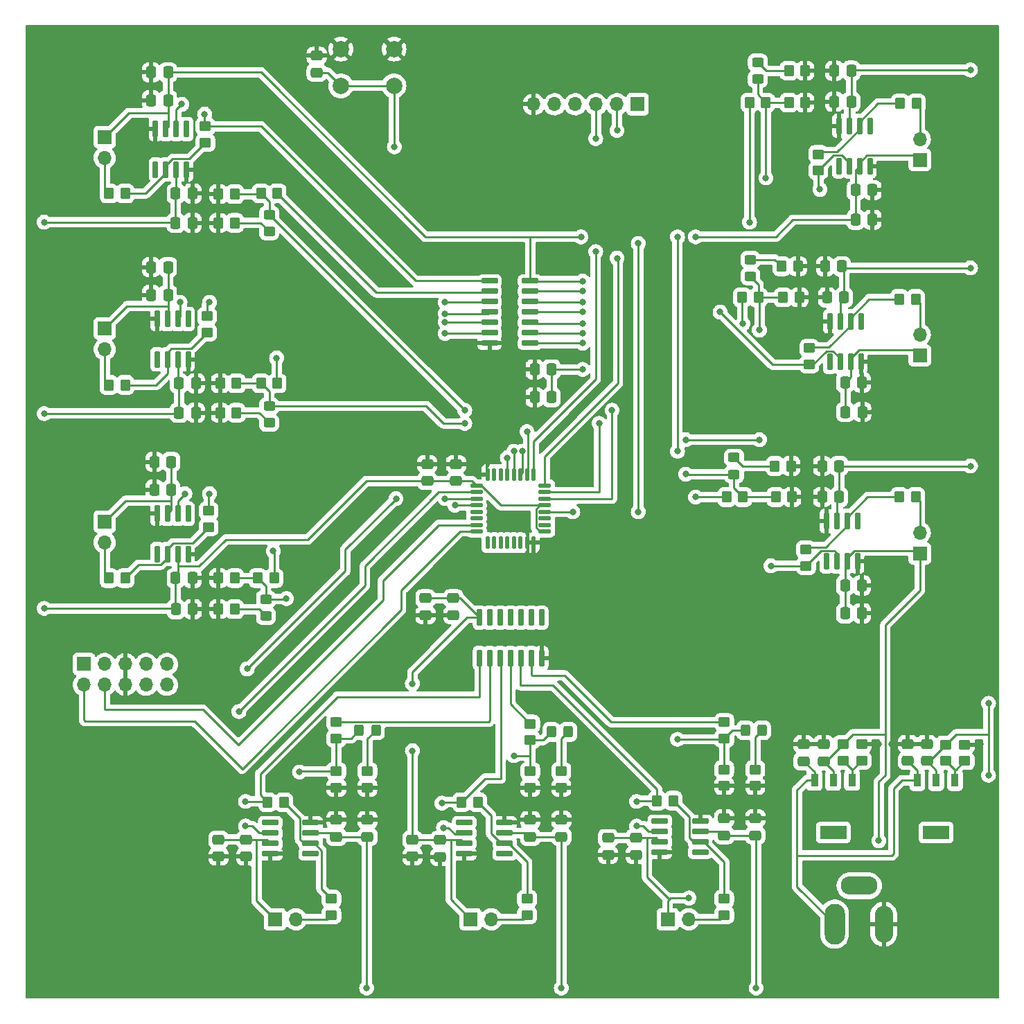
<source format=gbr>
%TF.GenerationSoftware,KiCad,Pcbnew,(6.0.11-0)*%
%TF.CreationDate,2023-11-18T01:36:25-06:00*%
%TF.ProjectId,ECE395_Digital_Target,45434533-3935-45f4-9469-676974616c5f,rev?*%
%TF.SameCoordinates,Original*%
%TF.FileFunction,Copper,L1,Top*%
%TF.FilePolarity,Positive*%
%FSLAX46Y46*%
G04 Gerber Fmt 4.6, Leading zero omitted, Abs format (unit mm)*
G04 Created by KiCad (PCBNEW (6.0.11-0)) date 2023-11-18 01:36:25*
%MOMM*%
%LPD*%
G01*
G04 APERTURE LIST*
G04 Aperture macros list*
%AMRoundRect*
0 Rectangle with rounded corners*
0 $1 Rounding radius*
0 $2 $3 $4 $5 $6 $7 $8 $9 X,Y pos of 4 corners*
0 Add a 4 corners polygon primitive as box body*
4,1,4,$2,$3,$4,$5,$6,$7,$8,$9,$2,$3,0*
0 Add four circle primitives for the rounded corners*
1,1,$1+$1,$2,$3*
1,1,$1+$1,$4,$5*
1,1,$1+$1,$6,$7*
1,1,$1+$1,$8,$9*
0 Add four rect primitives between the rounded corners*
20,1,$1+$1,$2,$3,$4,$5,0*
20,1,$1+$1,$4,$5,$6,$7,0*
20,1,$1+$1,$6,$7,$8,$9,0*
20,1,$1+$1,$8,$9,$2,$3,0*%
G04 Aperture macros list end*
%TA.AperFunction,SMDPad,CuDef*%
%ADD10RoundRect,0.250000X0.337500X0.475000X-0.337500X0.475000X-0.337500X-0.475000X0.337500X-0.475000X0*%
%TD*%
%TA.AperFunction,SMDPad,CuDef*%
%ADD11RoundRect,0.250000X0.475000X-0.337500X0.475000X0.337500X-0.475000X0.337500X-0.475000X-0.337500X0*%
%TD*%
%TA.AperFunction,ComponentPad*%
%ADD12R,1.700000X1.700000*%
%TD*%
%TA.AperFunction,ComponentPad*%
%ADD13O,1.700000X1.700000*%
%TD*%
%TA.AperFunction,SMDPad,CuDef*%
%ADD14RoundRect,0.250000X-0.450000X0.325000X-0.450000X-0.325000X0.450000X-0.325000X0.450000X0.325000X0*%
%TD*%
%TA.AperFunction,SMDPad,CuDef*%
%ADD15RoundRect,0.250000X-0.337500X-0.475000X0.337500X-0.475000X0.337500X0.475000X-0.337500X0.475000X0*%
%TD*%
%TA.AperFunction,SMDPad,CuDef*%
%ADD16RoundRect,0.042000X0.943000X0.258000X-0.943000X0.258000X-0.943000X-0.258000X0.943000X-0.258000X0*%
%TD*%
%TA.AperFunction,SMDPad,CuDef*%
%ADD17RoundRect,0.042000X-0.258000X0.943000X-0.258000X-0.943000X0.258000X-0.943000X0.258000X0.943000X0*%
%TD*%
%TA.AperFunction,SMDPad,CuDef*%
%ADD18RoundRect,0.250000X-0.350000X-0.450000X0.350000X-0.450000X0.350000X0.450000X-0.350000X0.450000X0*%
%TD*%
%TA.AperFunction,ComponentPad*%
%ADD19O,2.500000X5.000000*%
%TD*%
%TA.AperFunction,ComponentPad*%
%ADD20O,2.250000X4.500000*%
%TD*%
%TA.AperFunction,ComponentPad*%
%ADD21O,4.500000X2.250000*%
%TD*%
%TA.AperFunction,SMDPad,CuDef*%
%ADD22RoundRect,0.090000X-0.895000X-0.210000X0.895000X-0.210000X0.895000X0.210000X-0.895000X0.210000X0*%
%TD*%
%TA.AperFunction,SMDPad,CuDef*%
%ADD23RoundRect,0.250000X0.450000X-0.350000X0.450000X0.350000X-0.450000X0.350000X-0.450000X-0.350000X0*%
%TD*%
%TA.AperFunction,SMDPad,CuDef*%
%ADD24RoundRect,0.250000X0.350000X0.450000X-0.350000X0.450000X-0.350000X-0.450000X0.350000X-0.450000X0*%
%TD*%
%TA.AperFunction,SMDPad,CuDef*%
%ADD25RoundRect,0.250000X-0.450000X0.350000X-0.450000X-0.350000X0.450000X-0.350000X0.450000X0.350000X0*%
%TD*%
%TA.AperFunction,SMDPad,CuDef*%
%ADD26R,0.914400X1.600200*%
%TD*%
%TA.AperFunction,SMDPad,CuDef*%
%ADD27RoundRect,0.090000X0.210000X-0.895000X0.210000X0.895000X-0.210000X0.895000X-0.210000X-0.895000X0*%
%TD*%
%TA.AperFunction,SMDPad,CuDef*%
%ADD28RoundRect,0.250000X0.325000X0.450000X-0.325000X0.450000X-0.325000X-0.450000X0.325000X-0.450000X0*%
%TD*%
%TA.AperFunction,SMDPad,CuDef*%
%ADD29RoundRect,0.125000X0.625000X0.125000X-0.625000X0.125000X-0.625000X-0.125000X0.625000X-0.125000X0*%
%TD*%
%TA.AperFunction,SMDPad,CuDef*%
%ADD30RoundRect,0.125000X0.125000X0.625000X-0.125000X0.625000X-0.125000X-0.625000X0.125000X-0.625000X0*%
%TD*%
%TA.AperFunction,SMDPad,CuDef*%
%ADD31RoundRect,0.250000X-0.475000X0.337500X-0.475000X-0.337500X0.475000X-0.337500X0.475000X0.337500X0*%
%TD*%
%TA.AperFunction,SMDPad,CuDef*%
%ADD32RoundRect,0.250000X0.450000X-0.325000X0.450000X0.325000X-0.450000X0.325000X-0.450000X-0.325000X0*%
%TD*%
%TA.AperFunction,ComponentPad*%
%ADD33C,2.000000*%
%TD*%
%TA.AperFunction,SMDPad,CuDef*%
%ADD34RoundRect,0.042000X0.258000X-0.943000X0.258000X0.943000X-0.258000X0.943000X-0.258000X-0.943000X0*%
%TD*%
%TA.AperFunction,ViaPad*%
%ADD35C,0.800000*%
%TD*%
%TA.AperFunction,Conductor*%
%ADD36C,0.250000*%
%TD*%
G04 APERTURE END LIST*
%TO.C,CR2*%
G36*
X162000200Y-131200500D02*
G01*
X158799800Y-131200500D01*
X158799800Y-129600300D01*
X162000200Y-129600300D01*
X162000200Y-131200500D01*
G37*
%TO.C,CR1*%
G36*
X149428700Y-131187800D02*
G01*
X146228300Y-131187800D01*
X146228300Y-129587600D01*
X149428700Y-129587600D01*
X149428700Y-131187800D01*
G37*
%TD*%
D10*
%TO.P,C206,1*%
%TO.N,GND*%
X151337500Y-103600000D03*
%TO.P,C206,2*%
%TO.N,6.6V*%
X149262500Y-103600000D03*
%TD*%
D11*
%TO.P,10uF4,1*%
%TO.N,+3V3*%
X159250000Y-121637500D03*
%TO.P,10uF4,2*%
%TO.N,GND*%
X159250000Y-119562500D03*
%TD*%
D12*
%TO.P,S2,1,Pin_1*%
%TO.N,unconnected-(S2-Pad1)*%
X123925000Y-41400000D03*
D13*
%TO.P,S2,2,Pin_2*%
%TO.N,Net-(S2-Pad2)*%
X121385000Y-41400000D03*
%TO.P,S2,3,Pin_3*%
%TO.N,Net-(S2-Pad3)*%
X118845000Y-41400000D03*
%TO.P,S2,4,Pin_4*%
%TO.N,unconnected-(S2-Pad4)*%
X116305000Y-41400000D03*
%TO.P,S2,5,Pin_5*%
%TO.N,unconnected-(S2-Pad5)*%
X113765000Y-41400000D03*
%TO.P,S2,6,Pin_6*%
%TO.N,GND*%
X111225000Y-41400000D03*
%TD*%
D14*
%TO.P,D6,1,K*%
%TO.N,Net-(D6-Pad1)*%
X135700000Y-84575000D03*
%TO.P,D6,2,A*%
%TO.N,Net-(D6-Pad2)*%
X135700000Y-86625000D03*
%TD*%
D15*
%TO.P,C234,1*%
%TO.N,GND*%
X147962500Y-41100000D03*
%TO.P,C234,2*%
%TO.N,+3V3*%
X150037500Y-41100000D03*
%TD*%
D10*
%TO.P,C232,1*%
%TO.N,GND*%
X69937500Y-75500000D03*
%TO.P,C232,2*%
%TO.N,+3V3*%
X67862500Y-75500000D03*
%TD*%
D16*
%TO.P,OP9,1,OFFSET_N1*%
%TO.N,unconnected-(OP9-Pad1)*%
X131570000Y-132805000D03*
%TO.P,OP9,2,IN-*%
%TO.N,Net-(OP9-Pad2)*%
X131570000Y-131535000D03*
%TO.P,OP9,3,IN+*%
%TO.N,+3V3*%
X131570000Y-130265000D03*
%TO.P,OP9,4,GND*%
%TO.N,GND*%
X131570000Y-128995000D03*
%TO.P,OP9,5,OFFSET_N2*%
%TO.N,unconnected-(OP9-Pad5)*%
X126630000Y-128995000D03*
%TO.P,OP9,6,OUT*%
%TO.N,Net-(NOT2-Pad5)*%
X126630000Y-130265000D03*
%TO.P,OP9,7,VDD*%
%TO.N,6.6V*%
X126630000Y-131535000D03*
%TO.P,OP9,8,BIAS_SELECT*%
%TO.N,GND*%
X126630000Y-132805000D03*
%TD*%
D17*
%TO.P,OP4,1,OFFSET_N1*%
%TO.N,unconnected-(OP4-Pad1)*%
X152305000Y-44030000D03*
%TO.P,OP4,2,IN-*%
%TO.N,Net-(OP4-Pad2)*%
X151035000Y-44030000D03*
%TO.P,OP4,3,IN+*%
%TO.N,+3V3*%
X149765000Y-44030000D03*
%TO.P,OP4,4,GND*%
%TO.N,GND*%
X148495000Y-44030000D03*
%TO.P,OP4,5,OFFSET_N2*%
%TO.N,unconnected-(OP4-Pad5)*%
X148495000Y-48970000D03*
%TO.P,OP4,6,OUT*%
%TO.N,Net-(NOT1-Pad13)*%
X149765000Y-48970000D03*
%TO.P,OP4,7,VDD*%
%TO.N,6.6V*%
X151035000Y-48970000D03*
%TO.P,OP4,8,BIAS_SELECT*%
%TO.N,GND*%
X152305000Y-48970000D03*
%TD*%
%TO.P,OP6,1,OFFSET_N1*%
%TO.N,unconnected-(OP6-Pad1)*%
X150805000Y-92330000D03*
%TO.P,OP6,2,IN-*%
%TO.N,Net-(OP6-Pad2)*%
X149535000Y-92330000D03*
%TO.P,OP6,3,IN+*%
%TO.N,+3V3*%
X148265000Y-92330000D03*
%TO.P,OP6,4,GND*%
%TO.N,GND*%
X146995000Y-92330000D03*
%TO.P,OP6,5,OFFSET_N2*%
%TO.N,unconnected-(OP6-Pad5)*%
X146995000Y-97270000D03*
%TO.P,OP6,6,OUT*%
%TO.N,Net-(NOT1-Pad9)*%
X148265000Y-97270000D03*
%TO.P,OP6,7,VDD*%
%TO.N,6.6V*%
X149535000Y-97270000D03*
%TO.P,OP6,8,BIAS_SELECT*%
%TO.N,GND*%
X150805000Y-97270000D03*
%TD*%
D15*
%TO.P,C212,1*%
%TO.N,GND*%
X64462500Y-64700000D03*
%TO.P,C212,2*%
%TO.N,6.6V*%
X66537500Y-64700000D03*
%TD*%
D11*
%TO.P,10uF1,1*%
%TO.N,+12V*%
X144200000Y-121687500D03*
%TO.P,10uF1,2*%
%TO.N,GND*%
X144200000Y-119612500D03*
%TD*%
D15*
%TO.P,C235,1*%
%TO.N,GND*%
X147062500Y-65000000D03*
%TO.P,C235,2*%
%TO.N,+3V3*%
X149137500Y-65000000D03*
%TD*%
D18*
%TO.P,R4,1*%
%TO.N,Net-(NOT1-Pad12)*%
X137600000Y-41200000D03*
%TO.P,R4,2*%
%TO.N,Net-(D4-Pad2)*%
X139600000Y-41200000D03*
%TD*%
D19*
%TO.P,J0,1*%
%TO.N,+12V*%
X148000000Y-141600000D03*
D20*
%TO.P,J0,2*%
%TO.N,GND*%
X154000000Y-141600000D03*
D21*
%TO.P,J0,3*%
%TO.N,unconnected-(J0-Pad3)*%
X151000000Y-136900000D03*
%TD*%
D11*
%TO.P,C218,1*%
%TO.N,GND*%
X99800000Y-133375000D03*
%TO.P,C218,2*%
%TO.N,6.6V*%
X99800000Y-131300000D03*
%TD*%
D22*
%TO.P,NOT1,1,1A*%
%TO.N,Net-(NOT1-Pad1)*%
X105825000Y-62990000D03*
%TO.P,NOT1,2,1Y*%
%TO.N,Net-(NOT1-Pad2)*%
X105825000Y-64260000D03*
%TO.P,NOT1,3,2A*%
%TO.N,Net-(NOT1-Pad3)*%
X105825000Y-65530000D03*
%TO.P,NOT1,4,2Y*%
%TO.N,Net-(NOT1-Pad4)*%
X105825000Y-66800000D03*
%TO.P,NOT1,5,3A*%
%TO.N,Net-(NOT1-Pad5)*%
X105825000Y-68070000D03*
%TO.P,NOT1,6,3Y*%
%TO.N,Net-(NOT1-Pad6)*%
X105825000Y-69340000D03*
%TO.P,NOT1,7,GND*%
%TO.N,GND*%
X105825000Y-70610000D03*
%TO.P,NOT1,8,4Y*%
%TO.N,Net-(NOT1-Pad8)*%
X110775000Y-70610000D03*
%TO.P,NOT1,9,4A*%
%TO.N,Net-(NOT1-Pad9)*%
X110775000Y-69340000D03*
%TO.P,NOT1,10,5Y*%
%TO.N,Net-(NOT1-Pad10)*%
X110775000Y-68070000D03*
%TO.P,NOT1,11,5A*%
%TO.N,Net-(NOT1-Pad11)*%
X110775000Y-66800000D03*
%TO.P,NOT1,12,6Y*%
%TO.N,Net-(NOT1-Pad12)*%
X110775000Y-65530000D03*
%TO.P,NOT1,13,6A*%
%TO.N,Net-(NOT1-Pad13)*%
X110775000Y-64260000D03*
%TO.P,NOT1,14,VCC*%
%TO.N,6.6V*%
X110775000Y-62990000D03*
%TD*%
D10*
%TO.P,C205,1*%
%TO.N,GND*%
X151375000Y-79000000D03*
%TO.P,C205,2*%
%TO.N,6.6V*%
X149300000Y-79000000D03*
%TD*%
D23*
%TO.P,R22,1*%
%TO.N,Net-(OP2-Pad2)*%
X71300000Y-69300000D03*
%TO.P,R22,2*%
%TO.N,Net-(NOT1-Pad3)*%
X71300000Y-67300000D03*
%TD*%
D24*
%TO.P,R35,1*%
%TO.N,Net-(J5-Pad2)*%
X157900000Y-65200000D03*
%TO.P,R35,2*%
%TO.N,Net-(OP5-Pad2)*%
X155900000Y-65200000D03*
%TD*%
%TO.P,R29,1*%
%TO.N,Net-(OP9-Pad2)*%
X128300000Y-126500000D03*
%TO.P,R29,2*%
%TO.N,Net-(NOT2-Pad5)*%
X126300000Y-126500000D03*
%TD*%
D18*
%TO.P,R11,1*%
%TO.N,GND*%
X72700000Y-52380000D03*
%TO.P,R11,2*%
%TO.N,Net-(D1-Pad2)*%
X74700000Y-52380000D03*
%TD*%
D10*
%TO.P,C215,1*%
%TO.N,GND*%
X151337500Y-75400000D03*
%TO.P,C215,2*%
%TO.N,6.6V*%
X149262500Y-75400000D03*
%TD*%
%TO.P,C204,1*%
%TO.N,GND*%
X152637500Y-55500000D03*
%TO.P,C204,2*%
%TO.N,6.6V*%
X150562500Y-55500000D03*
%TD*%
D18*
%TO.P,R33,1*%
%TO.N,Net-(J3-Pad2)*%
X59300000Y-99300000D03*
%TO.P,R33,2*%
%TO.N,Net-(OP3-Pad2)*%
X61300000Y-99300000D03*
%TD*%
D11*
%TO.P,C241,1*%
%TO.N,GND*%
X98000000Y-103837500D03*
%TO.P,C241,2*%
%TO.N,6.6V*%
X98000000Y-101762500D03*
%TD*%
D23*
%TO.P,R21,1*%
%TO.N,Net-(OP1-Pad2)*%
X71100000Y-46100000D03*
%TO.P,R21,2*%
%TO.N,Net-(NOT1-Pad1)*%
X71100000Y-44100000D03*
%TD*%
D25*
%TO.P,R24,1*%
%TO.N,Net-(OP4-Pad2)*%
X146000000Y-47500000D03*
%TO.P,R24,2*%
%TO.N,Net-(NOT1-Pad13)*%
X146000000Y-49500000D03*
%TD*%
D18*
%TO.P,R5,1*%
%TO.N,Net-(NOT1-Pad10)*%
X136700000Y-65000000D03*
%TO.P,R5,2*%
%TO.N,Net-(D5-Pad2)*%
X138700000Y-65000000D03*
%TD*%
D25*
%TO.P,R25,1*%
%TO.N,Net-(OP5-Pad2)*%
X144900000Y-71200000D03*
%TO.P,R25,2*%
%TO.N,Net-(NOT1-Pad11)*%
X144900000Y-73200000D03*
%TD*%
D15*
%TO.P,C203,1*%
%TO.N,GND*%
X64862500Y-85100000D03*
%TO.P,C203,2*%
%TO.N,6.6V*%
X66937500Y-85100000D03*
%TD*%
D18*
%TO.P,R13,1*%
%TO.N,GND*%
X72700000Y-99300000D03*
%TO.P,R13,2*%
%TO.N,Net-(D3-Pad2)*%
X74700000Y-99300000D03*
%TD*%
D16*
%TO.P,OP8,1,OFFSET_N1*%
%TO.N,unconnected-(OP8-Pad1)*%
X107670000Y-133005000D03*
%TO.P,OP8,2,IN-*%
%TO.N,Net-(OP8-Pad2)*%
X107670000Y-131735000D03*
%TO.P,OP8,3,IN+*%
%TO.N,+3V3*%
X107670000Y-130465000D03*
%TO.P,OP8,4,GND*%
%TO.N,GND*%
X107670000Y-129195000D03*
%TO.P,OP8,5,OFFSET_N2*%
%TO.N,unconnected-(OP8-Pad5)*%
X102730000Y-129195000D03*
%TO.P,OP8,6,OUT*%
%TO.N,Net-(NOT2-Pad3)*%
X102730000Y-130465000D03*
%TO.P,OP8,7,VDD*%
%TO.N,6.6V*%
X102730000Y-131735000D03*
%TO.P,OP8,8,BIAS_SELECT*%
%TO.N,GND*%
X102730000Y-133005000D03*
%TD*%
D26*
%TO.P,CR2,1,ADJ/GND*%
%TO.N,Net-(CR2-Pad1)*%
X162700000Y-123999600D03*
%TO.P,CR2,2,VOUT*%
%TO.N,+3V3*%
X160400000Y-123999600D03*
%TO.P,CR2,3,VIN*%
%TO.N,+12V*%
X158100000Y-123999600D03*
%TD*%
D15*
%TO.P,C225,1*%
%TO.N,GND*%
X146825000Y-61200000D03*
%TO.P,C225,2*%
%TO.N,+3V3*%
X148900000Y-61200000D03*
%TD*%
D10*
%TO.P,C214,1*%
%TO.N,GND*%
X152637500Y-51900000D03*
%TO.P,C214,2*%
%TO.N,6.6V*%
X150562500Y-51900000D03*
%TD*%
%TO.P,C233,1*%
%TO.N,GND*%
X69537500Y-99300000D03*
%TO.P,C233,2*%
%TO.N,+3V3*%
X67462500Y-99300000D03*
%TD*%
D25*
%TO.P,R101,1*%
%TO.N,+3V3*%
X161600000Y-119650000D03*
%TO.P,R101,2*%
%TO.N,Net-(CR2-Pad1)*%
X161600000Y-121650000D03*
%TD*%
D11*
%TO.P,C217,1*%
%TO.N,GND*%
X76100000Y-133337500D03*
%TO.P,C217,2*%
%TO.N,6.6V*%
X76100000Y-131262500D03*
%TD*%
%TO.P,C208,1*%
%TO.N,GND*%
X96400000Y-133337500D03*
%TO.P,C208,2*%
%TO.N,6.6V*%
X96400000Y-131262500D03*
%TD*%
D15*
%TO.P,C211,1*%
%TO.N,GND*%
X64462500Y-40900000D03*
%TO.P,C211,2*%
%TO.N,6.6V*%
X66537500Y-40900000D03*
%TD*%
D23*
%TO.P,R9,1*%
%TO.N,Net-(D9-Pad2)*%
X134500000Y-118900000D03*
%TO.P,R9,2*%
%TO.N,Net-(NOT2-Pad6)*%
X134500000Y-116900000D03*
%TD*%
D15*
%TO.P,C224,1*%
%TO.N,GND*%
X147962500Y-37300000D03*
%TO.P,C224,2*%
%TO.N,+3V3*%
X150037500Y-37300000D03*
%TD*%
D23*
%TO.P,R49,1*%
%TO.N,GND*%
X138300000Y-124700000D03*
%TO.P,R49,2*%
%TO.N,Net-(D9-Pad1)*%
X138300000Y-122700000D03*
%TD*%
D15*
%TO.P,C202,1*%
%TO.N,GND*%
X64462500Y-61300000D03*
%TO.P,C202,2*%
%TO.N,6.6V*%
X66537500Y-61300000D03*
%TD*%
D12*
%TO.P,J1,1,Pin_1*%
%TO.N,6.6V*%
X58800000Y-45400000D03*
D13*
%TO.P,J1,2,Pin_2*%
%TO.N,Net-(J1-Pad2)*%
X58800000Y-47940000D03*
%TD*%
D12*
%TO.P,J7,1,Pin_1*%
%TO.N,6.6V*%
X79600000Y-141000000D03*
D13*
%TO.P,J7,2,Pin_2*%
%TO.N,Net-(J7-Pad2)*%
X82140000Y-141000000D03*
%TD*%
D26*
%TO.P,CR1,1,ADJ/GND*%
%TO.N,Net-(CR1-Pad1)*%
X150128500Y-123986900D03*
%TO.P,CR1,2,VOUT*%
%TO.N,6.6V*%
X147828500Y-123986900D03*
%TO.P,CR1,3,VIN*%
%TO.N,+12V*%
X145528500Y-123986900D03*
%TD*%
D15*
%TO.P,C236,1*%
%TO.N,GND*%
X146462500Y-89400000D03*
%TO.P,C236,2*%
%TO.N,+3V3*%
X148537500Y-89400000D03*
%TD*%
D11*
%TO.P,C207,1*%
%TO.N,GND*%
X72700000Y-133337500D03*
%TO.P,C207,2*%
%TO.N,6.6V*%
X72700000Y-131262500D03*
%TD*%
D18*
%TO.P,R42,1*%
%TO.N,GND*%
X72900000Y-79100000D03*
%TO.P,R42,2*%
%TO.N,Net-(D2-Pad1)*%
X74900000Y-79100000D03*
%TD*%
D23*
%TO.P,R18,1*%
%TO.N,GND*%
X110800000Y-124900000D03*
%TO.P,R18,2*%
%TO.N,Net-(D8-Pad2)*%
X110800000Y-122900000D03*
%TD*%
D12*
%TO.P,J4,1,Pin_1*%
%TO.N,6.6V*%
X158400000Y-48200000D03*
D13*
%TO.P,J4,2,Pin_2*%
%TO.N,Net-(J4-Pad2)*%
X158400000Y-45660000D03*
%TD*%
D11*
%TO.P,C300,1*%
%TO.N,Net-(C300-Pad1)*%
X84700000Y-37537500D03*
%TO.P,C300,2*%
%TO.N,GND*%
X84700000Y-35462500D03*
%TD*%
D24*
%TO.P,R27,1*%
%TO.N,Net-(OP7-Pad2)*%
X80700000Y-126700000D03*
%TO.P,R27,2*%
%TO.N,Net-(NOT2-Pad1)*%
X78700000Y-126700000D03*
%TD*%
D14*
%TO.P,D5,1,K*%
%TO.N,Net-(D5-Pad1)*%
X137700000Y-60375000D03*
%TO.P,D5,2,A*%
%TO.N,Net-(D5-Pad2)*%
X137700000Y-62425000D03*
%TD*%
D10*
%TO.P,C223,1*%
%TO.N,GND*%
X69575000Y-103100000D03*
%TO.P,C223,2*%
%TO.N,+3V3*%
X67500000Y-103100000D03*
%TD*%
D27*
%TO.P,NOT2,1,1A*%
%TO.N,Net-(NOT2-Pad1)*%
X104590000Y-109075000D03*
%TO.P,NOT2,2,1Y*%
%TO.N,Net-(NOT2-Pad2)*%
X105860000Y-109075000D03*
%TO.P,NOT2,3,2A*%
%TO.N,Net-(NOT2-Pad3)*%
X107130000Y-109075000D03*
%TO.P,NOT2,4,2Y*%
%TO.N,Net-(NOT2-Pad4)*%
X108400000Y-109075000D03*
%TO.P,NOT2,5,3A*%
%TO.N,Net-(NOT2-Pad5)*%
X109670000Y-109075000D03*
%TO.P,NOT2,6,3Y*%
%TO.N,Net-(NOT2-Pad6)*%
X110940000Y-109075000D03*
%TO.P,NOT2,7,GND*%
%TO.N,GND*%
X112210000Y-109075000D03*
%TO.P,NOT2,8,4Y*%
%TO.N,unconnected-(NOT2-Pad8)*%
X112210000Y-104125000D03*
%TO.P,NOT2,9,4A*%
%TO.N,unconnected-(NOT2-Pad9)*%
X110940000Y-104125000D03*
%TO.P,NOT2,10,5Y*%
%TO.N,unconnected-(NOT2-Pad10)*%
X109670000Y-104125000D03*
%TO.P,NOT2,11,5A*%
%TO.N,unconnected-(NOT2-Pad11)*%
X108400000Y-104125000D03*
%TO.P,NOT2,12,6Y*%
%TO.N,unconnected-(NOT2-Pad12)*%
X107130000Y-104125000D03*
%TO.P,NOT2,13,6A*%
%TO.N,unconnected-(NOT2-Pad13)*%
X105860000Y-104125000D03*
%TO.P,NOT2,14,VCC*%
%TO.N,6.6V*%
X104590000Y-104125000D03*
%TD*%
D10*
%TO.P,C216,1*%
%TO.N,GND*%
X151337500Y-100200000D03*
%TO.P,C216,2*%
%TO.N,6.6V*%
X149262500Y-100200000D03*
%TD*%
D12*
%TO.P,J5,1,Pin_1*%
%TO.N,6.6V*%
X158400000Y-72100000D03*
D13*
%TO.P,J5,2,Pin_2*%
%TO.N,Net-(J5-Pad2)*%
X158400000Y-69560000D03*
%TD*%
D18*
%TO.P,R6,1*%
%TO.N,Net-(NOT1-Pad8)*%
X134800000Y-89400000D03*
%TO.P,R6,2*%
%TO.N,Net-(D6-Pad2)*%
X136800000Y-89400000D03*
%TD*%
D15*
%TO.P,C213,1*%
%TO.N,GND*%
X64862500Y-88500000D03*
%TO.P,C213,2*%
%TO.N,6.6V*%
X66937500Y-88500000D03*
%TD*%
%TO.P,C226,1*%
%TO.N,GND*%
X146462500Y-85600000D03*
%TO.P,C226,2*%
%TO.N,+3V3*%
X148537500Y-85600000D03*
%TD*%
D10*
%TO.P,C221,1*%
%TO.N,GND*%
X69537500Y-55900000D03*
%TO.P,C221,2*%
%TO.N,+3V3*%
X67462500Y-55900000D03*
%TD*%
D24*
%TO.P,R46,1*%
%TO.N,GND*%
X142700000Y-85600000D03*
%TO.P,R46,2*%
%TO.N,Net-(D6-Pad1)*%
X140700000Y-85600000D03*
%TD*%
D12*
%TO.P,S1,1,Pin_1*%
%TO.N,unconnected-(S1-Pad1)*%
X56260000Y-109800000D03*
D13*
%TO.P,S1,2,Pin_2*%
%TO.N,Net-(S1-Pad2)*%
X56260000Y-112340000D03*
%TO.P,S1,3,Pin_3*%
%TO.N,unconnected-(S1-Pad3)*%
X58800000Y-109800000D03*
%TO.P,S1,4,Pin_4*%
%TO.N,Net-(S1-Pad4)*%
X58800000Y-112340000D03*
%TO.P,S1,5,Pin_5*%
%TO.N,GND*%
X61340000Y-109800000D03*
%TO.P,S1,6,Pin_6*%
X61340000Y-112340000D03*
%TO.P,S1,7,Pin_7*%
%TO.N,unconnected-(S1-Pad7)*%
X63880000Y-109800000D03*
%TO.P,S1,8,Pin_8*%
%TO.N,unconnected-(S1-Pad8)*%
X63880000Y-112340000D03*
%TO.P,S1,9,Pin_9*%
%TO.N,unconnected-(S1-Pad9)*%
X66420000Y-109800000D03*
%TO.P,S1,10,Pin_10*%
%TO.N,unconnected-(S1-Pad10)*%
X66420000Y-112340000D03*
%TD*%
D23*
%TO.P,R7,1*%
%TO.N,Net-(D7-Pad2)*%
X87100000Y-118900000D03*
%TO.P,R7,2*%
%TO.N,Net-(NOT2-Pad2)*%
X87100000Y-116900000D03*
%TD*%
D14*
%TO.P,D4,1,K*%
%TO.N,Net-(D4-Pad1)*%
X138600000Y-36275000D03*
%TO.P,D4,2,A*%
%TO.N,Net-(D4-Pad2)*%
X138600000Y-38325000D03*
%TD*%
D12*
%TO.P,J9,1,Pin_1*%
%TO.N,6.6V*%
X127600000Y-141000000D03*
D13*
%TO.P,J9,2,Pin_2*%
%TO.N,Net-(J9-Pad2)*%
X130140000Y-141000000D03*
%TD*%
D16*
%TO.P,OP7,1,OFFSET_N1*%
%TO.N,unconnected-(OP7-Pad1)*%
X83970000Y-133005000D03*
%TO.P,OP7,2,IN-*%
%TO.N,Net-(OP7-Pad2)*%
X83970000Y-131735000D03*
%TO.P,OP7,3,IN+*%
%TO.N,+3V3*%
X83970000Y-130465000D03*
%TO.P,OP7,4,GND*%
%TO.N,GND*%
X83970000Y-129195000D03*
%TO.P,OP7,5,OFFSET_N2*%
%TO.N,unconnected-(OP7-Pad5)*%
X79030000Y-129195000D03*
%TO.P,OP7,6,OUT*%
%TO.N,Net-(NOT2-Pad1)*%
X79030000Y-130465000D03*
%TO.P,OP7,7,VDD*%
%TO.N,6.6V*%
X79030000Y-131735000D03*
%TO.P,OP7,8,BIAS_SELECT*%
%TO.N,GND*%
X79030000Y-133005000D03*
%TD*%
D18*
%TO.P,R43,1*%
%TO.N,GND*%
X72700000Y-103100000D03*
%TO.P,R43,2*%
%TO.N,Net-(D3-Pad1)*%
X74700000Y-103100000D03*
%TD*%
%TO.P,R14,1*%
%TO.N,Net-(D4-Pad2)*%
X142400000Y-41200000D03*
%TO.P,R14,2*%
%TO.N,GND*%
X144400000Y-41200000D03*
%TD*%
D28*
%TO.P,D7,1,K*%
%TO.N,Net-(D7-Pad1)*%
X91950000Y-117900000D03*
%TO.P,D7,2,A*%
%TO.N,Net-(D7-Pad2)*%
X89900000Y-117900000D03*
%TD*%
D18*
%TO.P,R31,1*%
%TO.N,Net-(J1-Pad2)*%
X59300000Y-52300000D03*
%TO.P,R31,2*%
%TO.N,Net-(OP1-Pad2)*%
X61300000Y-52300000D03*
%TD*%
D23*
%TO.P,R48,1*%
%TO.N,GND*%
X114600000Y-124900000D03*
%TO.P,R48,2*%
%TO.N,Net-(D8-Pad1)*%
X114600000Y-122900000D03*
%TD*%
D29*
%TO.P,U1,1,VDD*%
%TO.N,+3V3*%
X112575000Y-93600000D03*
%TO.P,U1,2,PC14*%
%TO.N,unconnected-(U1-Pad2)*%
X112575000Y-92800000D03*
%TO.P,U1,3,PC15*%
%TO.N,unconnected-(U1-Pad3)*%
X112575000Y-92000000D03*
%TO.P,U1,4,NRST*%
%TO.N,Net-(C300-Pad1)*%
X112575000Y-91200000D03*
%TO.P,U1,5,VDDA*%
%TO.N,+3V3*%
X112575000Y-90400000D03*
%TO.P,U1,6,PA0*%
%TO.N,Net-(D1-Pad2)*%
X112575000Y-89600000D03*
%TO.P,U1,7,PA1*%
%TO.N,Net-(D2-Pad2)*%
X112575000Y-88800000D03*
%TO.P,U1,8,PA2*%
%TO.N,Net-(S2-Pad2)*%
X112575000Y-88000000D03*
D30*
%TO.P,U1,9,PA3*%
%TO.N,Net-(S2-Pad3)*%
X111200000Y-86625000D03*
%TO.P,U1,10,PA4*%
%TO.N,Net-(D3-Pad2)*%
X110400000Y-86625000D03*
%TO.P,U1,11,PA5*%
%TO.N,Net-(D4-Pad2)*%
X109600000Y-86625000D03*
%TO.P,U1,12,PA6*%
%TO.N,Net-(D5-Pad2)*%
X108800000Y-86625000D03*
%TO.P,U1,13,PA7*%
%TO.N,Net-(D6-Pad2)*%
X108000000Y-86625000D03*
%TO.P,U1,14,PB0*%
%TO.N,unconnected-(U1-Pad14)*%
X107200000Y-86625000D03*
%TO.P,U1,15,PB1*%
%TO.N,unconnected-(U1-Pad15)*%
X106400000Y-86625000D03*
%TO.P,U1,16,VSS*%
%TO.N,GND*%
X105600000Y-86625000D03*
D29*
%TO.P,U1,17,VDD*%
%TO.N,+3V3*%
X104225000Y-88000000D03*
%TO.P,U1,18,PA8*%
%TO.N,Net-(D7-Pad2)*%
X104225000Y-88800000D03*
%TO.P,U1,19,PA9*%
%TO.N,Net-(D8-Pad2)*%
X104225000Y-89600000D03*
%TO.P,U1,20,PA10*%
%TO.N,Net-(D9-Pad2)*%
X104225000Y-90400000D03*
%TO.P,U1,21,PA11*%
%TO.N,unconnected-(U1-Pad21)*%
X104225000Y-91200000D03*
%TO.P,U1,22,PA12*%
%TO.N,unconnected-(U1-Pad22)*%
X104225000Y-92000000D03*
%TO.P,U1,23,PA13*%
%TO.N,Net-(S1-Pad4)*%
X104225000Y-92800000D03*
%TO.P,U1,24,PA14*%
%TO.N,Net-(S1-Pad2)*%
X104225000Y-93600000D03*
D30*
%TO.P,U1,25,PA15*%
%TO.N,unconnected-(U1-Pad25)*%
X105600000Y-94975000D03*
%TO.P,U1,26,PB3*%
%TO.N,unconnected-(U1-Pad26)*%
X106400000Y-94975000D03*
%TO.P,U1,27,PB4*%
%TO.N,unconnected-(U1-Pad27)*%
X107200000Y-94975000D03*
%TO.P,U1,28,PB5*%
%TO.N,unconnected-(U1-Pad28)*%
X108000000Y-94975000D03*
%TO.P,U1,29,PB6*%
%TO.N,unconnected-(U1-Pad29)*%
X108800000Y-94975000D03*
%TO.P,U1,30,PB7*%
%TO.N,unconnected-(U1-Pad30)*%
X109600000Y-94975000D03*
%TO.P,U1,31,BOOT0*%
%TO.N,GND*%
X110400000Y-94975000D03*
%TO.P,U1,32,VSS*%
X111200000Y-94975000D03*
%TD*%
D31*
%TO.P,C229,1*%
%TO.N,GND*%
X138300000Y-128662500D03*
%TO.P,C229,2*%
%TO.N,+3V3*%
X138300000Y-130737500D03*
%TD*%
D15*
%TO.P,C250,1*%
%TO.N,GND*%
X111325000Y-77200000D03*
%TO.P,C250,2*%
%TO.N,6.6V*%
X113400000Y-77200000D03*
%TD*%
D11*
%TO.P,C219,1*%
%TO.N,GND*%
X123700000Y-133137500D03*
%TO.P,C219,2*%
%TO.N,6.6V*%
X123700000Y-131062500D03*
%TD*%
D23*
%TO.P,R39,1*%
%TO.N,Net-(J9-Pad2)*%
X134500000Y-140500000D03*
%TO.P,R39,2*%
%TO.N,Net-(OP9-Pad2)*%
X134500000Y-138500000D03*
%TD*%
D18*
%TO.P,R16,1*%
%TO.N,Net-(D6-Pad2)*%
X140800000Y-89400000D03*
%TO.P,R16,2*%
%TO.N,GND*%
X142800000Y-89400000D03*
%TD*%
D15*
%TO.P,C201,1*%
%TO.N,GND*%
X64462500Y-37500000D03*
%TO.P,C201,2*%
%TO.N,6.6V*%
X66537500Y-37500000D03*
%TD*%
D31*
%TO.P,C242,1*%
%TO.N,GND*%
X98200000Y-85362500D03*
%TO.P,C242,2*%
%TO.N,+3V3*%
X98200000Y-87437500D03*
%TD*%
%TO.P,C237,1*%
%TO.N,GND*%
X87100000Y-128862500D03*
%TO.P,C237,2*%
%TO.N,+3V3*%
X87100000Y-130937500D03*
%TD*%
D28*
%TO.P,D9,1,K*%
%TO.N,Net-(D9-Pad1)*%
X139125000Y-117900000D03*
%TO.P,D9,2,A*%
%TO.N,Net-(D9-Pad2)*%
X137075000Y-117900000D03*
%TD*%
D18*
%TO.P,R12,1*%
%TO.N,GND*%
X72900000Y-75500000D03*
%TO.P,R12,2*%
%TO.N,Net-(D2-Pad2)*%
X74900000Y-75500000D03*
%TD*%
%TO.P,R2,1*%
%TO.N,Net-(D2-Pad2)*%
X77900000Y-75500000D03*
%TO.P,R2,2*%
%TO.N,Net-(NOT1-Pad4)*%
X79900000Y-75500000D03*
%TD*%
D12*
%TO.P,J6,1,Pin_1*%
%TO.N,6.6V*%
X158400000Y-96300000D03*
D13*
%TO.P,J6,2,Pin_2*%
%TO.N,Net-(J6-Pad2)*%
X158400000Y-93760000D03*
%TD*%
D11*
%TO.P,10uF2,1*%
%TO.N,+12V*%
X156950000Y-121637500D03*
%TO.P,10uF2,2*%
%TO.N,GND*%
X156950000Y-119562500D03*
%TD*%
D23*
%TO.P,R23,1*%
%TO.N,Net-(OP3-Pad2)*%
X71500000Y-93100000D03*
%TO.P,R23,2*%
%TO.N,Net-(NOT1-Pad5)*%
X71500000Y-91100000D03*
%TD*%
D18*
%TO.P,R1,1*%
%TO.N,Net-(D1-Pad2)*%
X77900000Y-52300000D03*
%TO.P,R1,2*%
%TO.N,Net-(NOT1-Pad2)*%
X79900000Y-52300000D03*
%TD*%
D23*
%TO.P,R17,1*%
%TO.N,GND*%
X87100000Y-124900000D03*
%TO.P,R17,2*%
%TO.N,Net-(D7-Pad2)*%
X87100000Y-122900000D03*
%TD*%
D18*
%TO.P,R41,1*%
%TO.N,GND*%
X72700000Y-55900000D03*
%TO.P,R41,2*%
%TO.N,Net-(D1-Pad1)*%
X74700000Y-55900000D03*
%TD*%
D12*
%TO.P,J8,1,Pin_1*%
%TO.N,6.6V*%
X103500000Y-141000000D03*
D13*
%TO.P,J8,2,Pin_2*%
%TO.N,Net-(J8-Pad2)*%
X106040000Y-141000000D03*
%TD*%
D32*
%TO.P,D2,1,K*%
%TO.N,Net-(D2-Pad1)*%
X78900000Y-80325000D03*
%TO.P,D2,2,A*%
%TO.N,Net-(D2-Pad2)*%
X78900000Y-78275000D03*
%TD*%
D31*
%TO.P,C238,1*%
%TO.N,GND*%
X110800000Y-128862500D03*
%TO.P,C238,2*%
%TO.N,+3V3*%
X110800000Y-130937500D03*
%TD*%
D11*
%TO.P,C251,1*%
%TO.N,GND*%
X101400000Y-103837500D03*
%TO.P,C251,2*%
%TO.N,6.6V*%
X101400000Y-101762500D03*
%TD*%
D18*
%TO.P,R3,1*%
%TO.N,Net-(D3-Pad2)*%
X77500000Y-99300000D03*
%TO.P,R3,2*%
%TO.N,Net-(NOT1-Pad6)*%
X79500000Y-99300000D03*
%TD*%
D33*
%TO.P,SW1,1,1*%
%TO.N,GND*%
X87650000Y-34650000D03*
X94150000Y-34650000D03*
%TO.P,SW1,2,2*%
%TO.N,Net-(C300-Pad1)*%
X94150000Y-39150000D03*
X87650000Y-39150000D03*
%TD*%
D10*
%TO.P,C222,1*%
%TO.N,GND*%
X69937500Y-79100000D03*
%TO.P,C222,2*%
%TO.N,+3V3*%
X67862500Y-79100000D03*
%TD*%
D11*
%TO.P,10uF3,1*%
%TO.N,6.6V*%
X146650000Y-121687500D03*
%TO.P,10uF3,2*%
%TO.N,GND*%
X146650000Y-119612500D03*
%TD*%
D23*
%TO.P,R47,1*%
%TO.N,GND*%
X90900000Y-124900000D03*
%TO.P,R47,2*%
%TO.N,Net-(D7-Pad1)*%
X90900000Y-122900000D03*
%TD*%
D24*
%TO.P,R44,1*%
%TO.N,GND*%
X144400000Y-37300000D03*
%TO.P,R44,2*%
%TO.N,Net-(D4-Pad1)*%
X142400000Y-37300000D03*
%TD*%
D34*
%TO.P,OP2,1,OFFSET_N1*%
%TO.N,unconnected-(OP2-Pad1)*%
X65195000Y-72570000D03*
%TO.P,OP2,2,IN-*%
%TO.N,Net-(OP2-Pad2)*%
X66465000Y-72570000D03*
%TO.P,OP2,3,IN+*%
%TO.N,+3V3*%
X67735000Y-72570000D03*
%TO.P,OP2,4,GND*%
%TO.N,GND*%
X69005000Y-72570000D03*
%TO.P,OP2,5,OFFSET_N2*%
%TO.N,unconnected-(OP2-Pad5)*%
X69005000Y-67630000D03*
%TO.P,OP2,6,OUT*%
%TO.N,Net-(NOT1-Pad3)*%
X67735000Y-67630000D03*
%TO.P,OP2,7,VDD*%
%TO.N,6.6V*%
X66465000Y-67630000D03*
%TO.P,OP2,8,BIAS_SELECT*%
%TO.N,GND*%
X65195000Y-67630000D03*
%TD*%
D18*
%TO.P,R32,1*%
%TO.N,Net-(J2-Pad2)*%
X59300000Y-75700000D03*
%TO.P,R32,2*%
%TO.N,Net-(OP2-Pad2)*%
X61300000Y-75700000D03*
%TD*%
D31*
%TO.P,C239,1*%
%TO.N,GND*%
X134500000Y-128662500D03*
%TO.P,C239,2*%
%TO.N,+3V3*%
X134500000Y-130737500D03*
%TD*%
D23*
%TO.P,R37,1*%
%TO.N,Net-(J7-Pad2)*%
X86500000Y-140500000D03*
%TO.P,R37,2*%
%TO.N,Net-(OP7-Pad2)*%
X86500000Y-138500000D03*
%TD*%
D11*
%TO.P,C209,1*%
%TO.N,GND*%
X120300000Y-133137500D03*
%TO.P,C209,2*%
%TO.N,6.6V*%
X120300000Y-131062500D03*
%TD*%
D31*
%TO.P,C228,1*%
%TO.N,GND*%
X114600000Y-128825000D03*
%TO.P,C228,2*%
%TO.N,+3V3*%
X114600000Y-130900000D03*
%TD*%
D23*
%TO.P,R19,1*%
%TO.N,GND*%
X134500000Y-124700000D03*
%TO.P,R19,2*%
%TO.N,Net-(D9-Pad2)*%
X134500000Y-122700000D03*
%TD*%
D31*
%TO.P,C252,1*%
%TO.N,GND*%
X101725000Y-85362500D03*
%TO.P,C252,2*%
%TO.N,+3V3*%
X101725000Y-87437500D03*
%TD*%
%TO.P,C227,1*%
%TO.N,GND*%
X90900000Y-128862500D03*
%TO.P,C227,2*%
%TO.N,+3V3*%
X90900000Y-130937500D03*
%TD*%
D23*
%TO.P,R8,1*%
%TO.N,Net-(D8-Pad2)*%
X110800000Y-119100000D03*
%TO.P,R8,2*%
%TO.N,Net-(NOT2-Pad4)*%
X110800000Y-117100000D03*
%TD*%
D18*
%TO.P,R15,1*%
%TO.N,Net-(D5-Pad2)*%
X141700000Y-65000000D03*
%TO.P,R15,2*%
%TO.N,GND*%
X143700000Y-65000000D03*
%TD*%
D28*
%TO.P,D8,1,K*%
%TO.N,Net-(D8-Pad1)*%
X115425000Y-118100000D03*
%TO.P,D8,2,A*%
%TO.N,Net-(D8-Pad2)*%
X113375000Y-118100000D03*
%TD*%
D25*
%TO.P,R100,1*%
%TO.N,6.6V*%
X149000000Y-119600000D03*
%TO.P,R100,2*%
%TO.N,Net-(CR1-Pad1)*%
X149000000Y-121600000D03*
%TD*%
D32*
%TO.P,D3,1,K*%
%TO.N,Net-(D3-Pad1)*%
X78500000Y-103925000D03*
%TO.P,D3,2,A*%
%TO.N,Net-(D3-Pad2)*%
X78500000Y-101875000D03*
%TD*%
D34*
%TO.P,OP1,1,OFFSET_N1*%
%TO.N,unconnected-(OP1-Pad1)*%
X64995000Y-49370000D03*
%TO.P,OP1,2,IN-*%
%TO.N,Net-(OP1-Pad2)*%
X66265000Y-49370000D03*
%TO.P,OP1,3,IN+*%
%TO.N,+3V3*%
X67535000Y-49370000D03*
%TO.P,OP1,4,GND*%
%TO.N,GND*%
X68805000Y-49370000D03*
%TO.P,OP1,5,OFFSET_N2*%
%TO.N,unconnected-(OP1-Pad5)*%
X68805000Y-44430000D03*
%TO.P,OP1,6,OUT*%
%TO.N,Net-(NOT1-Pad1)*%
X67535000Y-44430000D03*
%TO.P,OP1,7,VDD*%
%TO.N,6.6V*%
X66265000Y-44430000D03*
%TO.P,OP1,8,BIAS_SELECT*%
%TO.N,GND*%
X64995000Y-44430000D03*
%TD*%
D12*
%TO.P,J3,1,Pin_1*%
%TO.N,6.6V*%
X58800000Y-92400000D03*
D13*
%TO.P,J3,2,Pin_2*%
%TO.N,Net-(J3-Pad2)*%
X58800000Y-94940000D03*
%TD*%
D24*
%TO.P,R36,1*%
%TO.N,Net-(J6-Pad2)*%
X157900000Y-89400000D03*
%TO.P,R36,2*%
%TO.N,Net-(OP6-Pad2)*%
X155900000Y-89400000D03*
%TD*%
D10*
%TO.P,C231,1*%
%TO.N,GND*%
X69537500Y-52300000D03*
%TO.P,C231,2*%
%TO.N,+3V3*%
X67462500Y-52300000D03*
%TD*%
D24*
%TO.P,R28,1*%
%TO.N,Net-(OP8-Pad2)*%
X104400000Y-126700000D03*
%TO.P,R28,2*%
%TO.N,Net-(NOT2-Pad3)*%
X102400000Y-126700000D03*
%TD*%
D25*
%TO.P,R26,1*%
%TO.N,Net-(OP6-Pad2)*%
X144500000Y-95800000D03*
%TO.P,R26,2*%
%TO.N,Net-(NOT1-Pad9)*%
X144500000Y-97800000D03*
%TD*%
D12*
%TO.P,J2,1,Pin_1*%
%TO.N,6.6V*%
X58800000Y-68800000D03*
D13*
%TO.P,J2,2,Pin_2*%
%TO.N,Net-(J2-Pad2)*%
X58800000Y-71340000D03*
%TD*%
D15*
%TO.P,C240,1*%
%TO.N,GND*%
X111325000Y-73800000D03*
%TO.P,C240,2*%
%TO.N,6.6V*%
X113400000Y-73800000D03*
%TD*%
D17*
%TO.P,OP5,1,OFFSET_N1*%
%TO.N,unconnected-(OP5-Pad1)*%
X151205000Y-67930000D03*
%TO.P,OP5,2,IN-*%
%TO.N,Net-(OP5-Pad2)*%
X149935000Y-67930000D03*
%TO.P,OP5,3,IN+*%
%TO.N,+3V3*%
X148665000Y-67930000D03*
%TO.P,OP5,4,GND*%
%TO.N,GND*%
X147395000Y-67930000D03*
%TO.P,OP5,5,OFFSET_N2*%
%TO.N,unconnected-(OP5-Pad5)*%
X147395000Y-72870000D03*
%TO.P,OP5,6,OUT*%
%TO.N,Net-(NOT1-Pad11)*%
X148665000Y-72870000D03*
%TO.P,OP5,7,VDD*%
%TO.N,6.6V*%
X149935000Y-72870000D03*
%TO.P,OP5,8,BIAS_SELECT*%
%TO.N,GND*%
X151205000Y-72870000D03*
%TD*%
D23*
%TO.P,R38,1*%
%TO.N,Net-(J8-Pad2)*%
X110400000Y-140500000D03*
%TO.P,R38,2*%
%TO.N,Net-(OP8-Pad2)*%
X110400000Y-138500000D03*
%TD*%
D24*
%TO.P,R45,1*%
%TO.N,GND*%
X143500000Y-61200000D03*
%TO.P,R45,2*%
%TO.N,Net-(D5-Pad1)*%
X141500000Y-61200000D03*
%TD*%
D32*
%TO.P,D1,1,K*%
%TO.N,Net-(D1-Pad1)*%
X78900000Y-56925000D03*
%TO.P,D1,2,A*%
%TO.N,Net-(D1-Pad2)*%
X78900000Y-54875000D03*
%TD*%
D23*
%TO.P,R103,1*%
%TO.N,Net-(CR2-Pad1)*%
X163900000Y-121650000D03*
%TO.P,R103,2*%
%TO.N,GND*%
X163900000Y-119650000D03*
%TD*%
%TO.P,R102,1*%
%TO.N,Net-(CR1-Pad1)*%
X151300000Y-121600000D03*
%TO.P,R102,2*%
%TO.N,GND*%
X151300000Y-119600000D03*
%TD*%
D24*
%TO.P,R34,1*%
%TO.N,Net-(J4-Pad2)*%
X158000000Y-41300000D03*
%TO.P,R34,2*%
%TO.N,Net-(OP4-Pad2)*%
X156000000Y-41300000D03*
%TD*%
D34*
%TO.P,OP3,1,OFFSET_N1*%
%TO.N,unconnected-(OP3-Pad1)*%
X65195000Y-96370000D03*
%TO.P,OP3,2,IN-*%
%TO.N,Net-(OP3-Pad2)*%
X66465000Y-96370000D03*
%TO.P,OP3,3,IN+*%
%TO.N,+3V3*%
X67735000Y-96370000D03*
%TO.P,OP3,4,GND*%
%TO.N,GND*%
X69005000Y-96370000D03*
%TO.P,OP3,5,OFFSET_N2*%
%TO.N,unconnected-(OP3-Pad5)*%
X69005000Y-91430000D03*
%TO.P,OP3,6,OUT*%
%TO.N,Net-(NOT1-Pad5)*%
X67735000Y-91430000D03*
%TO.P,OP3,7,VDD*%
%TO.N,6.6V*%
X66465000Y-91430000D03*
%TO.P,OP3,8,BIAS_SELECT*%
%TO.N,GND*%
X65195000Y-91430000D03*
%TD*%
D35*
%TO.N,GND*%
X155000000Y-119600000D03*
X165800000Y-119600000D03*
X153400000Y-119600000D03*
X141800000Y-119600000D03*
%TO.N,6.6V*%
X96400000Y-112200000D03*
X117000000Y-57600000D03*
X131000000Y-57600000D03*
X117200000Y-73800000D03*
X153400000Y-131400000D03*
X96400000Y-120400000D03*
X117200000Y-63000000D03*
X130200000Y-138400000D03*
%TO.N,+3V3*%
X51400000Y-55800000D03*
X90800000Y-149400000D03*
X138400000Y-149400000D03*
X164600000Y-85600000D03*
X51400000Y-103000000D03*
X166800000Y-123400000D03*
X164600000Y-37200000D03*
X164600000Y-61400000D03*
X114600000Y-149400000D03*
X166800000Y-114600000D03*
X51400000Y-79200000D03*
%TO.N,Net-(C300-Pad1)*%
X124000000Y-91200000D03*
X94200000Y-46600000D03*
X124000000Y-58400000D03*
X116000000Y-91200000D03*
%TO.N,Net-(D1-Pad2)*%
X102800000Y-78800000D03*
X120800000Y-78800000D03*
%TO.N,Net-(D2-Pad2)*%
X119200000Y-80400000D03*
X102800000Y-80400000D03*
%TO.N,Net-(D3-Pad2)*%
X81000000Y-101800000D03*
X110400000Y-81400000D03*
%TO.N,Net-(D4-Pad2)*%
X128800000Y-57600000D03*
X109799503Y-83800000D03*
X139600000Y-50400000D03*
X128800000Y-83800000D03*
%TO.N,Net-(D5-Pad2)*%
X108800000Y-83800000D03*
X129800000Y-82400000D03*
X138800000Y-82400000D03*
X138800000Y-69000000D03*
%TO.N,Net-(D6-Pad2)*%
X108000000Y-84600000D03*
X129800000Y-86600000D03*
%TO.N,Net-(D7-Pad2)*%
X82600000Y-123000000D03*
X75200000Y-115600000D03*
%TO.N,Net-(D8-Pad2)*%
X94400000Y-89600000D03*
X100400000Y-89600000D03*
X108800000Y-121000000D03*
X76200000Y-110400000D03*
%TO.N,Net-(D9-Pad2)*%
X128800000Y-119000000D03*
X101600000Y-90400000D03*
%TO.N,Net-(NOT1-Pad1)*%
X68200000Y-41400000D03*
X71000000Y-42600000D03*
%TO.N,Net-(NOT1-Pad3)*%
X71600000Y-65600000D03*
X68000000Y-65600000D03*
X100400000Y-65600000D03*
%TO.N,Net-(NOT1-Pad4)*%
X100400000Y-67000000D03*
X79800000Y-72400000D03*
%TO.N,Net-(NOT1-Pad5)*%
X71600000Y-89000000D03*
X68600000Y-89000000D03*
X100400000Y-68000000D03*
%TO.N,Net-(NOT1-Pad6)*%
X79400000Y-96000000D03*
X100400000Y-69400000D03*
%TO.N,Net-(NOT1-Pad8)*%
X131000000Y-89400000D03*
X117200000Y-70600000D03*
%TO.N,Net-(NOT1-Pad9)*%
X140200000Y-97800000D03*
X117200000Y-69400000D03*
%TO.N,Net-(NOT1-Pad10)*%
X117200000Y-68200000D03*
X136800000Y-68200000D03*
%TO.N,Net-(NOT1-Pad11)*%
X117200000Y-66800000D03*
X134000000Y-66800000D03*
%TO.N,Net-(NOT1-Pad12)*%
X117200000Y-65600000D03*
X137600000Y-55800000D03*
%TO.N,Net-(NOT1-Pad13)*%
X146200000Y-51800000D03*
X117200000Y-64200000D03*
%TO.N,Net-(NOT2-Pad1)*%
X76000000Y-129600000D03*
X76000000Y-126600000D03*
%TO.N,Net-(NOT2-Pad3)*%
X100000000Y-126800000D03*
X100200000Y-129800000D03*
%TO.N,Net-(NOT2-Pad5)*%
X123800000Y-129600000D03*
X123800000Y-126600000D03*
%TO.N,Net-(S2-Pad2)*%
X121400000Y-60200000D03*
X121400000Y-44600000D03*
%TO.N,Net-(S2-Pad3)*%
X118800000Y-59400000D03*
X118800000Y-45600000D03*
%TD*%
D36*
%TO.N,+12V*%
X155200000Y-133000000D02*
X155000000Y-133200000D01*
X155000000Y-133200000D02*
X143400000Y-133200000D01*
X143400000Y-125200000D02*
X144613100Y-123986900D01*
X145528500Y-123016000D02*
X144200000Y-121687500D01*
X158100000Y-123999600D02*
X158100000Y-122787500D01*
X144613100Y-123986900D02*
X145528500Y-123986900D01*
X155200000Y-125000000D02*
X155200000Y-133000000D01*
X158100000Y-122787500D02*
X156950000Y-121637500D01*
X143400000Y-133200000D02*
X143400000Y-125200000D01*
X145528500Y-123986900D02*
X145528500Y-123016000D01*
X148000000Y-141600000D02*
X143400000Y-137000000D01*
X155200000Y-125000000D02*
X156200400Y-123999600D01*
X143400000Y-137000000D02*
X143400000Y-133200000D01*
X156200400Y-123999600D02*
X158100000Y-123999600D01*
%TO.N,GND*%
X144200000Y-119612500D02*
X146650000Y-119612500D01*
X155037500Y-119562500D02*
X155000000Y-119600000D01*
X163950000Y-119600000D02*
X163900000Y-119650000D01*
X156950000Y-119562500D02*
X159250000Y-119562500D01*
X120300000Y-133137500D02*
X120400000Y-133237500D01*
X141800000Y-119600000D02*
X144187500Y-119600000D01*
X151300000Y-119600000D02*
X153400000Y-119600000D01*
X165800000Y-119600000D02*
X163950000Y-119600000D01*
X144187500Y-119600000D02*
X144200000Y-119612500D01*
X156950000Y-119562500D02*
X155037500Y-119562500D01*
%TO.N,6.6V*%
X154200000Y-123400000D02*
X154200000Y-118400000D01*
X149935000Y-72419984D02*
X150954984Y-71400000D01*
X66537500Y-42462500D02*
X61737500Y-42462500D01*
X123700000Y-131062500D02*
X125062500Y-131062500D01*
X150562500Y-55500000D02*
X142900000Y-55500000D01*
X99800000Y-131300000D02*
X101100000Y-131300000D01*
X66537500Y-66062500D02*
X66537500Y-67557500D01*
X66537500Y-37500000D02*
X66537500Y-40900000D01*
X140800000Y-57600000D02*
X131000000Y-57600000D01*
X61737500Y-42462500D02*
X58800000Y-45400000D01*
X61337500Y-89862500D02*
X58800000Y-92400000D01*
X151894984Y-47660000D02*
X157860000Y-47660000D01*
X77337500Y-131262500D02*
X77337500Y-138737500D01*
X66537500Y-66062500D02*
X61537500Y-66062500D01*
X127600000Y-138800000D02*
X127600000Y-141000000D01*
X149000000Y-119600000D02*
X150200000Y-118400000D01*
X66537500Y-44157500D02*
X66265000Y-44430000D01*
X66937500Y-89862500D02*
X66937500Y-90957500D01*
X77337500Y-131262500D02*
X78557500Y-131262500D01*
X102295000Y-131300000D02*
X102730000Y-131735000D01*
X128000000Y-138400000D02*
X127800000Y-138600000D01*
X110785000Y-63000000D02*
X110775000Y-62990000D01*
X120300000Y-131062500D02*
X123700000Y-131062500D01*
X150200000Y-118400000D02*
X154200000Y-118400000D01*
X98000000Y-101762500D02*
X101400000Y-101762500D01*
X110800000Y-57600000D02*
X110800000Y-62965000D01*
X150394984Y-95960000D02*
X158060000Y-95960000D01*
X96400000Y-110800000D02*
X103075000Y-104125000D01*
X66937500Y-85100000D02*
X66937500Y-88500000D01*
X147828500Y-122866000D02*
X146650000Y-121687500D01*
X96400000Y-112200000D02*
X96400000Y-110800000D01*
X96400000Y-131262500D02*
X96400000Y-120400000D01*
X125062500Y-131062500D02*
X126157500Y-131062500D01*
X103075000Y-104125000D02*
X104590000Y-104125000D01*
X66537500Y-64700000D02*
X66537500Y-66062500D01*
X72700000Y-131262500D02*
X76100000Y-131262500D01*
X76100000Y-131262500D02*
X77337500Y-131262500D01*
X149535000Y-97270000D02*
X149535000Y-96819984D01*
X99762500Y-131262500D02*
X99800000Y-131300000D01*
X98000000Y-57600000D02*
X110800000Y-57600000D01*
X61537500Y-66062500D02*
X58800000Y-68800000D01*
X150562500Y-49442500D02*
X151035000Y-48970000D01*
X117200000Y-63000000D02*
X110785000Y-63000000D01*
X126157500Y-131062500D02*
X126630000Y-131535000D01*
X154200000Y-105000000D02*
X158400000Y-100800000D01*
X147828500Y-123986900D02*
X147828500Y-122866000D01*
X149935000Y-74727500D02*
X149935000Y-74265000D01*
X149935000Y-72870000D02*
X149935000Y-72419984D01*
X154200000Y-118400000D02*
X154200000Y-105000000D01*
X125062500Y-131062500D02*
X125062500Y-135862500D01*
X149262500Y-100200000D02*
X149262500Y-98862500D01*
X150562500Y-51900000D02*
X150562500Y-50562500D01*
X127800000Y-138600000D02*
X127600000Y-138800000D01*
X66537500Y-67557500D02*
X66465000Y-67630000D01*
X101400000Y-101762500D02*
X102227500Y-101762500D01*
X146912500Y-121687500D02*
X149000000Y-119600000D01*
X158400000Y-100800000D02*
X158400000Y-96300000D01*
X66937500Y-90957500D02*
X66465000Y-91430000D01*
X78557500Y-131262500D02*
X79030000Y-131735000D01*
X66537500Y-40900000D02*
X66537500Y-42462500D01*
X150562500Y-55500000D02*
X150562500Y-51900000D01*
X66537500Y-61300000D02*
X66537500Y-64700000D01*
X153400000Y-124200000D02*
X154200000Y-123400000D01*
X117200000Y-73800000D02*
X113400000Y-73800000D01*
X102227500Y-101762500D02*
X104590000Y-104125000D01*
X149300000Y-75437500D02*
X149262500Y-75400000D01*
X157860000Y-47660000D02*
X158400000Y-48200000D01*
X149262500Y-97542500D02*
X149535000Y-97270000D01*
X77900000Y-37500000D02*
X98000000Y-57600000D01*
X125062500Y-135862500D02*
X127800000Y-138600000D01*
X66937500Y-89862500D02*
X61337500Y-89862500D01*
X101100000Y-131300000D02*
X102295000Y-131300000D01*
X149262500Y-75400000D02*
X149935000Y-74727500D01*
X77337500Y-138737500D02*
X79600000Y-141000000D01*
X151035000Y-48519984D02*
X151894984Y-47660000D01*
X153400000Y-131400000D02*
X153400000Y-124200000D01*
X113400000Y-73800000D02*
X113400000Y-77200000D01*
X150954984Y-71400000D02*
X157700000Y-71400000D01*
X110800000Y-57600000D02*
X117000000Y-57600000D01*
X157700000Y-71400000D02*
X158400000Y-72100000D01*
X151035000Y-48970000D02*
X151035000Y-48519984D01*
X96400000Y-131262500D02*
X99762500Y-131262500D01*
X101100000Y-131300000D02*
X101100000Y-138600000D01*
X130200000Y-138400000D02*
X128000000Y-138400000D01*
X149935000Y-74265000D02*
X149935000Y-72870000D01*
X149300000Y-79000000D02*
X149300000Y-75437500D01*
X101100000Y-138600000D02*
X103500000Y-141000000D01*
X110800000Y-62965000D02*
X110775000Y-62990000D01*
X149262500Y-98862500D02*
X149262500Y-97542500D01*
X66537500Y-42462500D02*
X66537500Y-44157500D01*
X149262500Y-103600000D02*
X149262500Y-100200000D01*
X150562500Y-50562500D02*
X150562500Y-49442500D01*
X66537500Y-37500000D02*
X77900000Y-37500000D01*
X149535000Y-96819984D02*
X150394984Y-95960000D01*
X66937500Y-88500000D02*
X66937500Y-89862500D01*
X142900000Y-55500000D02*
X140800000Y-57600000D01*
X158060000Y-95960000D02*
X158400000Y-96300000D01*
%TO.N,+3V3*%
X51400000Y-103000000D02*
X67400000Y-103000000D01*
X67762500Y-79200000D02*
X67862500Y-79100000D01*
X148265000Y-92330000D02*
X148265000Y-89672500D01*
X114600000Y-149400000D02*
X114600000Y-130900000D01*
X73600000Y-94600000D02*
X83600000Y-94600000D01*
X67735000Y-97865000D02*
X67735000Y-99027500D01*
X103662500Y-87437500D02*
X104225000Y-88000000D01*
X87100000Y-130937500D02*
X90900000Y-130937500D01*
X148665000Y-65472500D02*
X149137500Y-65000000D01*
X98200000Y-87437500D02*
X101725000Y-87437500D01*
X112575000Y-90400000D02*
X111989283Y-90400000D01*
X104810717Y-88000000D02*
X104225000Y-88000000D01*
X149765000Y-44030000D02*
X149765000Y-41372500D01*
X67735000Y-75372500D02*
X67862500Y-75500000D01*
X138400000Y-149400000D02*
X138400000Y-130837500D01*
X114562500Y-130937500D02*
X114600000Y-130900000D01*
X112575000Y-90400000D02*
X107210717Y-90400000D01*
X111500480Y-90888803D02*
X111500480Y-93111197D01*
X138400000Y-130837500D02*
X138300000Y-130737500D01*
X51400000Y-79200000D02*
X67762500Y-79200000D01*
X83970000Y-130465000D02*
X86627500Y-130465000D01*
X150037500Y-41100000D02*
X150037500Y-37300000D01*
X160400000Y-122787500D02*
X159250000Y-121637500D01*
X67735000Y-72570000D02*
X67735000Y-75372500D01*
X149137500Y-61437500D02*
X148900000Y-61200000D01*
X164600000Y-37200000D02*
X150137500Y-37200000D01*
X159250000Y-121637500D02*
X159612500Y-121637500D01*
X149100000Y-61400000D02*
X148900000Y-61200000D01*
X166800000Y-118400000D02*
X166800000Y-114600000D01*
X148265000Y-89672500D02*
X148537500Y-89400000D01*
X134500000Y-130737500D02*
X138300000Y-130737500D01*
X86627500Y-130465000D02*
X87100000Y-130937500D01*
X67735000Y-99027500D02*
X67462500Y-99300000D01*
X131570000Y-130265000D02*
X134027500Y-130265000D01*
X148537500Y-85600000D02*
X148537500Y-89400000D01*
X67735000Y-96370000D02*
X67735000Y-97865000D01*
X150137500Y-37200000D02*
X150037500Y-37300000D01*
X148665000Y-67930000D02*
X148665000Y-65472500D01*
X90762500Y-87437500D02*
X98200000Y-87437500D01*
X149137500Y-65000000D02*
X149137500Y-61437500D01*
X51400000Y-55800000D02*
X67362500Y-55800000D01*
X83600000Y-94600000D02*
X90762500Y-87437500D01*
X166800000Y-123400000D02*
X166800000Y-118400000D01*
X70335000Y-97865000D02*
X73600000Y-94600000D01*
X134027500Y-130265000D02*
X134500000Y-130737500D01*
X107670000Y-130465000D02*
X110327500Y-130465000D01*
X149765000Y-41372500D02*
X150037500Y-41100000D01*
X111500480Y-93111197D02*
X111989283Y-93600000D01*
X111989283Y-90400000D02*
X111500480Y-90888803D01*
X110800000Y-130937500D02*
X114562500Y-130937500D01*
X67735000Y-97865000D02*
X70335000Y-97865000D01*
X160400000Y-123999600D02*
X160400000Y-122787500D01*
X164600000Y-85600000D02*
X148537500Y-85600000D01*
X110327500Y-130465000D02*
X110800000Y-130937500D01*
X111989283Y-93600000D02*
X112575000Y-93600000D01*
X67535000Y-49370000D02*
X67535000Y-52227500D01*
X67462500Y-103062500D02*
X67500000Y-103100000D01*
X161600000Y-119650000D02*
X162850000Y-118400000D01*
X67862500Y-75500000D02*
X67862500Y-79100000D01*
X107210717Y-90400000D02*
X104810717Y-88000000D01*
X101725000Y-87437500D02*
X103662500Y-87437500D01*
X67362500Y-55800000D02*
X67462500Y-55900000D01*
X162850000Y-118400000D02*
X166800000Y-118400000D01*
X164600000Y-61400000D02*
X149100000Y-61400000D01*
X90800000Y-149400000D02*
X90800000Y-131037500D01*
X67462500Y-52300000D02*
X67462500Y-55900000D01*
X159612500Y-121637500D02*
X161600000Y-119650000D01*
X90800000Y-131037500D02*
X90900000Y-130937500D01*
X67535000Y-52227500D02*
X67462500Y-52300000D01*
X67400000Y-103000000D02*
X67500000Y-103100000D01*
X67462500Y-99300000D02*
X67462500Y-103062500D01*
%TO.N,Net-(C300-Pad1)*%
X116000000Y-91200000D02*
X112575000Y-91200000D01*
X87650000Y-39150000D02*
X94150000Y-39150000D01*
X94150000Y-39150000D02*
X94150000Y-46550000D01*
X84700000Y-37537500D02*
X86037500Y-37537500D01*
X86037500Y-37537500D02*
X87650000Y-39150000D01*
X94150000Y-46550000D02*
X94200000Y-46600000D01*
X124000000Y-58400000D02*
X124000000Y-91200000D01*
%TO.N,Net-(CR1-Pad1)*%
X150171500Y-122728500D02*
X151300000Y-121600000D01*
X150128500Y-123986900D02*
X150128500Y-122728500D01*
X150128500Y-122728500D02*
X150171500Y-122728500D01*
X150128500Y-122728500D02*
X149000000Y-121600000D01*
%TO.N,Net-(CR2-Pad1)*%
X162800000Y-122750000D02*
X163900000Y-121650000D01*
X162700000Y-122750000D02*
X161600000Y-121650000D01*
X162700000Y-122750000D02*
X162800000Y-122750000D01*
X162700000Y-123999600D02*
X162700000Y-122750000D01*
%TO.N,Net-(D1-Pad1)*%
X74700000Y-55900000D02*
X77875000Y-55900000D01*
X77875000Y-55900000D02*
X78900000Y-56925000D01*
%TO.N,Net-(D1-Pad2)*%
X78900000Y-54900000D02*
X102800000Y-78800000D01*
X77820000Y-52380000D02*
X77900000Y-52300000D01*
X74700000Y-52380000D02*
X77820000Y-52380000D01*
X120800000Y-89600000D02*
X112575000Y-89600000D01*
X78900000Y-54875000D02*
X78900000Y-54900000D01*
X78900000Y-53300000D02*
X78900000Y-54875000D01*
X77900000Y-52300000D02*
X78900000Y-53300000D01*
X120800000Y-78800000D02*
X120800000Y-89600000D01*
%TO.N,Net-(D2-Pad1)*%
X77675000Y-79100000D02*
X78900000Y-80325000D01*
X74900000Y-79100000D02*
X77675000Y-79100000D01*
%TO.N,Net-(D2-Pad2)*%
X78900000Y-78275000D02*
X78900000Y-76500000D01*
X98075000Y-78275000D02*
X100200000Y-80400000D01*
X119200000Y-80400000D02*
X119200000Y-88800000D01*
X119200000Y-88800000D02*
X112575000Y-88800000D01*
X77900000Y-75500000D02*
X74900000Y-75500000D01*
X78900000Y-78275000D02*
X98075000Y-78275000D01*
X78900000Y-76500000D02*
X77900000Y-75500000D01*
X100200000Y-80400000D02*
X102800000Y-80400000D01*
%TO.N,Net-(D3-Pad1)*%
X74700000Y-103100000D02*
X77675000Y-103100000D01*
X77675000Y-103100000D02*
X78500000Y-103925000D01*
%TO.N,Net-(D3-Pad2)*%
X110524014Y-86500986D02*
X110400000Y-86625000D01*
X110524014Y-81524014D02*
X110524014Y-86500986D01*
X74700000Y-99300000D02*
X77500000Y-99300000D01*
X78500000Y-100300000D02*
X78500000Y-101875000D01*
X78500000Y-101875000D02*
X80925000Y-101875000D01*
X110400000Y-81400000D02*
X110524014Y-81524014D01*
X77500000Y-99300000D02*
X78500000Y-100300000D01*
X80925000Y-101875000D02*
X81000000Y-101800000D01*
%TO.N,Net-(D4-Pad1)*%
X142400000Y-37300000D02*
X139625000Y-37300000D01*
X139625000Y-37300000D02*
X138600000Y-36275000D01*
%TO.N,Net-(D4-Pad2)*%
X109799503Y-83800000D02*
X109799503Y-86425497D01*
X139600000Y-41200000D02*
X139600000Y-50400000D01*
X109799503Y-86425497D02*
X109600000Y-86625000D01*
X138600000Y-38325000D02*
X138600000Y-40200000D01*
X142400000Y-41200000D02*
X139600000Y-41200000D01*
X138600000Y-40200000D02*
X139600000Y-41200000D01*
X128800000Y-57600000D02*
X128800000Y-83800000D01*
%TO.N,Net-(D5-Pad1)*%
X137700000Y-60375000D02*
X140675000Y-60375000D01*
X140675000Y-60375000D02*
X141500000Y-61200000D01*
%TO.N,Net-(D5-Pad2)*%
X138700000Y-63425000D02*
X137700000Y-62425000D01*
X138700000Y-65000000D02*
X138700000Y-63425000D01*
X138700000Y-65000000D02*
X138800000Y-65100000D01*
X138800000Y-65100000D02*
X138800000Y-69000000D01*
X138800000Y-82400000D02*
X129800000Y-82400000D01*
X108800000Y-83800000D02*
X108800000Y-86625000D01*
X141700000Y-65000000D02*
X138700000Y-65000000D01*
%TO.N,Net-(D6-Pad1)*%
X140700000Y-85600000D02*
X136725000Y-85600000D01*
X136725000Y-85600000D02*
X135700000Y-84575000D01*
%TO.N,Net-(D6-Pad2)*%
X129825000Y-86625000D02*
X129800000Y-86600000D01*
X140800000Y-89400000D02*
X136800000Y-89400000D01*
X135700000Y-86625000D02*
X129825000Y-86625000D01*
X108000000Y-84600000D02*
X108000000Y-86625000D01*
X135700000Y-88300000D02*
X135700000Y-86625000D01*
X136800000Y-89400000D02*
X135700000Y-88300000D01*
%TO.N,Net-(D7-Pad1)*%
X90900000Y-122900000D02*
X90900000Y-118950000D01*
X90900000Y-118950000D02*
X91950000Y-117900000D01*
%TO.N,Net-(D7-Pad2)*%
X90600000Y-100200000D02*
X90600000Y-97800000D01*
X88900000Y-118900000D02*
X89900000Y-117900000D01*
X90600000Y-97800000D02*
X99600000Y-88800000D01*
X87100000Y-122900000D02*
X82700000Y-122900000D01*
X87100000Y-118900000D02*
X88900000Y-118900000D01*
X99600000Y-88800000D02*
X104225000Y-88800000D01*
X87100000Y-122900000D02*
X87100000Y-118900000D01*
X82700000Y-122900000D02*
X82600000Y-123000000D01*
X75200000Y-115600000D02*
X90600000Y-100200000D01*
%TO.N,Net-(D8-Pad1)*%
X114600000Y-118925000D02*
X115425000Y-118100000D01*
X114600000Y-122900000D02*
X114600000Y-118925000D01*
%TO.N,Net-(D8-Pad2)*%
X100400000Y-89600000D02*
X104225000Y-89600000D01*
X88200000Y-98400000D02*
X88200000Y-96000000D01*
X112375000Y-119100000D02*
X113375000Y-118100000D01*
X88200000Y-96000000D02*
X88200000Y-95800000D01*
X110800000Y-121000000D02*
X108800000Y-121000000D01*
X110800000Y-119100000D02*
X112375000Y-119100000D01*
X110800000Y-122900000D02*
X110800000Y-121000000D01*
X110800000Y-121000000D02*
X110800000Y-119100000D01*
X88200000Y-95800000D02*
X94400000Y-89600000D01*
X76200000Y-110400000D02*
X88200000Y-98400000D01*
%TO.N,Net-(D9-Pad1)*%
X138300000Y-122700000D02*
X138300000Y-118725000D01*
X138300000Y-118725000D02*
X139125000Y-117900000D01*
%TO.N,Net-(D9-Pad2)*%
X134500000Y-118900000D02*
X134400000Y-119000000D01*
X134500000Y-118900000D02*
X134500000Y-122700000D01*
X135500000Y-117900000D02*
X134500000Y-118900000D01*
X134400000Y-119000000D02*
X128800000Y-119000000D01*
X101600000Y-90400000D02*
X104225000Y-90400000D01*
X137075000Y-117900000D02*
X135500000Y-117900000D01*
%TO.N,Net-(J1-Pad2)*%
X59300000Y-52300000D02*
X58800000Y-51800000D01*
X58800000Y-51800000D02*
X58800000Y-47940000D01*
%TO.N,Net-(J2-Pad2)*%
X58800000Y-75200000D02*
X58800000Y-71340000D01*
X59300000Y-75700000D02*
X58800000Y-75200000D01*
%TO.N,Net-(J3-Pad2)*%
X59300000Y-99300000D02*
X58800000Y-98800000D01*
X58800000Y-98800000D02*
X58800000Y-94940000D01*
%TO.N,Net-(J4-Pad2)*%
X158400000Y-41700000D02*
X158400000Y-45660000D01*
X158000000Y-41300000D02*
X158400000Y-41700000D01*
%TO.N,Net-(J5-Pad2)*%
X158400000Y-69560000D02*
X158400000Y-65700000D01*
X158400000Y-65700000D02*
X157900000Y-65200000D01*
%TO.N,Net-(J6-Pad2)*%
X158400000Y-89900000D02*
X157900000Y-89400000D01*
X158400000Y-93760000D02*
X158400000Y-89900000D01*
%TO.N,Net-(J7-Pad2)*%
X86500000Y-140500000D02*
X86000000Y-141000000D01*
X86000000Y-141000000D02*
X82140000Y-141000000D01*
%TO.N,Net-(J8-Pad2)*%
X109900000Y-141000000D02*
X106040000Y-141000000D01*
X110400000Y-140500000D02*
X109900000Y-141000000D01*
%TO.N,Net-(J9-Pad2)*%
X134500000Y-140500000D02*
X134000000Y-141000000D01*
X134000000Y-141000000D02*
X130140000Y-141000000D01*
%TO.N,Net-(NOT1-Pad1)*%
X71100000Y-44100000D02*
X71000000Y-44000000D01*
X68200000Y-41400000D02*
X67535000Y-42065000D01*
X96790000Y-62990000D02*
X105825000Y-62990000D01*
X77900000Y-44100000D02*
X96790000Y-62990000D01*
X71100000Y-44100000D02*
X77900000Y-44100000D01*
X71000000Y-44000000D02*
X71000000Y-42600000D01*
X67535000Y-42065000D02*
X67535000Y-44430000D01*
%TO.N,Net-(NOT1-Pad2)*%
X105685000Y-64400000D02*
X105825000Y-64260000D01*
X92000000Y-64400000D02*
X105685000Y-64400000D01*
X79900000Y-52300000D02*
X92000000Y-64400000D01*
%TO.N,Net-(NOT1-Pad3)*%
X68000000Y-65600000D02*
X68000000Y-67365000D01*
X105755000Y-65600000D02*
X105825000Y-65530000D01*
X68000000Y-67365000D02*
X67735000Y-67630000D01*
X100400000Y-65600000D02*
X105755000Y-65600000D01*
X71300000Y-65900000D02*
X71600000Y-65600000D01*
X71300000Y-67300000D02*
X71300000Y-65900000D01*
%TO.N,Net-(NOT1-Pad4)*%
X79800000Y-75400000D02*
X79800000Y-72400000D01*
X105625000Y-67000000D02*
X105825000Y-66800000D01*
X100400000Y-67000000D02*
X105625000Y-67000000D01*
X79900000Y-75500000D02*
X79800000Y-75400000D01*
%TO.N,Net-(NOT1-Pad5)*%
X68600000Y-89000000D02*
X67735000Y-89865000D01*
X100400000Y-68000000D02*
X105755000Y-68000000D01*
X71500000Y-89100000D02*
X71600000Y-89000000D01*
X105755000Y-68000000D02*
X105825000Y-68070000D01*
X67735000Y-89865000D02*
X67735000Y-91430000D01*
X71500000Y-91100000D02*
X71500000Y-89100000D01*
%TO.N,Net-(NOT1-Pad6)*%
X105765000Y-69400000D02*
X105825000Y-69340000D01*
X100400000Y-69400000D02*
X105765000Y-69400000D01*
X79500000Y-96100000D02*
X79400000Y-96000000D01*
X79500000Y-99300000D02*
X79500000Y-96100000D01*
%TO.N,Net-(NOT1-Pad8)*%
X117200000Y-70600000D02*
X110785000Y-70600000D01*
X110785000Y-70600000D02*
X110775000Y-70610000D01*
X134800000Y-89400000D02*
X131000000Y-89400000D01*
%TO.N,Net-(NOT1-Pad9)*%
X148265000Y-96265000D02*
X148265000Y-97270000D01*
X146339520Y-95960480D02*
X147960480Y-95960480D01*
X110835000Y-69400000D02*
X110775000Y-69340000D01*
X147960480Y-95960480D02*
X148265000Y-96265000D01*
X140600000Y-97800000D02*
X140200000Y-97800000D01*
X144500000Y-97800000D02*
X146339520Y-95960480D01*
X117200000Y-69400000D02*
X110835000Y-69400000D01*
X144500000Y-97800000D02*
X140600000Y-97800000D01*
%TO.N,Net-(NOT1-Pad10)*%
X136700000Y-65000000D02*
X136700000Y-68100000D01*
X136700000Y-68100000D02*
X136800000Y-68200000D01*
X110905000Y-68200000D02*
X110775000Y-68070000D01*
X117200000Y-68200000D02*
X110905000Y-68200000D01*
%TO.N,Net-(NOT1-Pad11)*%
X146985183Y-71560480D02*
X147804817Y-71560480D01*
X144900000Y-73200000D02*
X145345663Y-73200000D01*
X145345663Y-73200000D02*
X146985183Y-71560480D01*
X148665000Y-72420663D02*
X148665000Y-72870000D01*
X147804817Y-71560480D02*
X148665000Y-72420663D01*
X117200000Y-66800000D02*
X110775000Y-66800000D01*
X144900000Y-73200000D02*
X140400000Y-73200000D01*
X140400000Y-73200000D02*
X134000000Y-66800000D01*
%TO.N,Net-(NOT1-Pad12)*%
X137600000Y-55800000D02*
X137600000Y-41200000D01*
X117200000Y-65600000D02*
X110845000Y-65600000D01*
X110845000Y-65600000D02*
X110775000Y-65530000D01*
%TO.N,Net-(NOT1-Pad13)*%
X146000000Y-49500000D02*
X147839520Y-47660480D01*
X148904817Y-47660480D02*
X149765000Y-48520663D01*
X147839520Y-47660480D02*
X148904817Y-47660480D01*
X149765000Y-48520663D02*
X149765000Y-48970000D01*
X146000000Y-51600000D02*
X146200000Y-51800000D01*
X146000000Y-49500000D02*
X146000000Y-51600000D01*
X117200000Y-64200000D02*
X110835000Y-64200000D01*
X110835000Y-64200000D02*
X110775000Y-64260000D01*
%TO.N,Net-(NOT2-Pad1)*%
X76000000Y-129600000D02*
X76800000Y-129600000D01*
X78600000Y-126600000D02*
X76000000Y-126600000D01*
X76800000Y-129600000D02*
X77665000Y-130465000D01*
X104600000Y-113800000D02*
X104600000Y-109085000D01*
X78700000Y-126700000D02*
X77800000Y-125800000D01*
X78700000Y-126700000D02*
X78600000Y-126600000D01*
X77800000Y-125800000D02*
X77800000Y-123200000D01*
X87200000Y-113800000D02*
X104600000Y-113800000D01*
X104600000Y-109085000D02*
X104590000Y-109075000D01*
X77800000Y-123200000D02*
X87200000Y-113800000D01*
X77665000Y-130465000D02*
X79030000Y-130465000D01*
%TO.N,Net-(NOT2-Pad2)*%
X105860000Y-116740000D02*
X105860000Y-109075000D01*
X105724520Y-116875480D02*
X105860000Y-116740000D01*
X87100000Y-116900000D02*
X87124520Y-116875480D01*
X87124520Y-116875480D02*
X105724520Y-116875480D01*
%TO.N,Net-(NOT2-Pad3)*%
X102400000Y-126700000D02*
X100100000Y-126700000D01*
X107200000Y-109145000D02*
X107130000Y-109075000D01*
X100200000Y-129800000D02*
X100800000Y-129800000D01*
X105300000Y-123800000D02*
X107200000Y-123800000D01*
X101600000Y-130600000D02*
X102595000Y-130600000D01*
X107200000Y-123800000D02*
X107200000Y-109145000D01*
X100800000Y-129800000D02*
X101600000Y-130600000D01*
X100100000Y-126700000D02*
X100000000Y-126800000D01*
X102595000Y-130600000D02*
X102730000Y-130465000D01*
X102400000Y-126700000D02*
X105300000Y-123800000D01*
%TO.N,Net-(NOT2-Pad4)*%
X108400000Y-114700000D02*
X108400000Y-109075000D01*
X110800000Y-117100000D02*
X108400000Y-114700000D01*
%TO.N,Net-(NOT2-Pad5)*%
X123800000Y-129600000D02*
X124600000Y-129600000D01*
X126300000Y-126500000D02*
X123900000Y-126500000D01*
X125265000Y-130265000D02*
X126630000Y-130265000D01*
X123900000Y-126500000D02*
X123800000Y-126600000D01*
X109600000Y-109145000D02*
X109670000Y-109075000D01*
X113600000Y-112400000D02*
X109600000Y-112400000D01*
X126300000Y-126500000D02*
X126300000Y-125100000D01*
X109600000Y-112400000D02*
X109600000Y-109145000D01*
X124600000Y-129600000D02*
X125265000Y-130265000D01*
X126300000Y-125100000D02*
X113600000Y-112400000D01*
%TO.N,Net-(NOT2-Pad6)*%
X115000000Y-111200000D02*
X111000000Y-111200000D01*
X111000000Y-111200000D02*
X110940000Y-111140000D01*
X120700000Y-116900000D02*
X115000000Y-111200000D01*
X110940000Y-111140000D02*
X110940000Y-109075000D01*
X134500000Y-116900000D02*
X120700000Y-116900000D01*
%TO.N,Net-(OP1-Pad2)*%
X69139520Y-48060480D02*
X67125183Y-48060480D01*
X66265000Y-49370000D02*
X66265000Y-49819337D01*
X67125183Y-48060480D02*
X66265000Y-48920663D01*
X66265000Y-48920663D02*
X66265000Y-49370000D01*
X63784337Y-52300000D02*
X61300000Y-52300000D01*
X66265000Y-49819337D02*
X63784337Y-52300000D01*
X71100000Y-46100000D02*
X69139520Y-48060480D01*
%TO.N,Net-(OP2-Pad2)*%
X66465000Y-74310297D02*
X66465000Y-72570000D01*
X65075297Y-75700000D02*
X66465000Y-74310297D01*
X66465000Y-71735000D02*
X66465000Y-72570000D01*
X66939520Y-71260480D02*
X66465000Y-71735000D01*
X61300000Y-75700000D02*
X65075297Y-75700000D01*
X71300000Y-69300000D02*
X69339520Y-71260480D01*
X69339520Y-71260480D02*
X66939520Y-71260480D01*
%TO.N,Net-(OP3-Pad2)*%
X66465000Y-96819337D02*
X66465000Y-96370000D01*
X66465000Y-95735000D02*
X66465000Y-96370000D01*
X61300000Y-99300000D02*
X62920480Y-97679520D01*
X71500000Y-93100000D02*
X69539520Y-95060480D01*
X65604817Y-97679520D02*
X66465000Y-96819337D01*
X67139520Y-95060480D02*
X66465000Y-95735000D01*
X62920480Y-97679520D02*
X65604817Y-97679520D01*
X69539520Y-95060480D02*
X67139520Y-95060480D01*
%TO.N,Net-(OP4-Pad2)*%
X146289040Y-47210960D02*
X148303377Y-47210960D01*
X151035000Y-44479337D02*
X151035000Y-44030000D01*
X153315663Y-41300000D02*
X151035000Y-43580663D01*
X151035000Y-43580663D02*
X151035000Y-44030000D01*
X156000000Y-41300000D02*
X153315663Y-41300000D01*
X148303377Y-47210960D02*
X151035000Y-44479337D01*
X146000000Y-47500000D02*
X146289040Y-47210960D01*
%TO.N,Net-(OP5-Pad2)*%
X149935000Y-67480663D02*
X149935000Y-67930000D01*
X149935000Y-68465000D02*
X149935000Y-67930000D01*
X144989040Y-71110960D02*
X147289040Y-71110960D01*
X147289040Y-71110960D02*
X149935000Y-68465000D01*
X155900000Y-65200000D02*
X152215663Y-65200000D01*
X152215663Y-65200000D02*
X149935000Y-67480663D01*
X144900000Y-71200000D02*
X144989040Y-71110960D01*
%TO.N,Net-(OP6-Pad2)*%
X149535000Y-91880663D02*
X149535000Y-92330000D01*
X144789040Y-95510960D02*
X146889040Y-95510960D01*
X146889040Y-95510960D02*
X149535000Y-92865000D01*
X152015663Y-89400000D02*
X149535000Y-91880663D01*
X144500000Y-95800000D02*
X144789040Y-95510960D01*
X149535000Y-92865000D02*
X149535000Y-92330000D01*
X155900000Y-89400000D02*
X152015663Y-89400000D01*
%TO.N,Net-(OP7-Pad2)*%
X83135000Y-131735000D02*
X83970000Y-131735000D01*
X85279520Y-132595183D02*
X84419337Y-131735000D01*
X82660480Y-131260480D02*
X83135000Y-131735000D01*
X82660480Y-128660480D02*
X82660480Y-131260480D01*
X84419337Y-131735000D02*
X83970000Y-131735000D01*
X85279520Y-137279520D02*
X85279520Y-132595183D01*
X80700000Y-126700000D02*
X82660480Y-128660480D01*
X86500000Y-138500000D02*
X85279520Y-137279520D01*
%TO.N,Net-(OP8-Pad2)*%
X107220663Y-131735000D02*
X107670000Y-131735000D01*
X110400000Y-138500000D02*
X110400000Y-134015663D01*
X110400000Y-134015663D02*
X108119337Y-131735000D01*
X108119337Y-131735000D02*
X107670000Y-131735000D01*
X104400000Y-126700000D02*
X106000000Y-128300000D01*
X106000000Y-130514337D02*
X107220663Y-131735000D01*
X106000000Y-128300000D02*
X106000000Y-130514337D01*
%TO.N,Net-(OP9-Pad2)*%
X134500000Y-138500000D02*
X134500000Y-134015663D01*
X128300000Y-126500000D02*
X130260480Y-128460480D01*
X132019337Y-131535000D02*
X131570000Y-131535000D01*
X134500000Y-134015663D02*
X132019337Y-131535000D01*
X130260480Y-131060480D02*
X130735000Y-131535000D01*
X130735000Y-131535000D02*
X131570000Y-131535000D01*
X130260480Y-128460480D02*
X130260480Y-131060480D01*
%TO.N,Net-(S1-Pad2)*%
X102200000Y-93600000D02*
X104225000Y-93600000D01*
X56260000Y-112340000D02*
X56260000Y-116660000D01*
X56400000Y-116800000D02*
X69800000Y-116800000D01*
X56260000Y-116660000D02*
X56400000Y-116800000D01*
X69800000Y-116800000D02*
X75600000Y-122600000D01*
X95000000Y-100800000D02*
X102200000Y-93600000D01*
X95000000Y-103200000D02*
X95000000Y-100800000D01*
X75600000Y-122600000D02*
X95000000Y-103200000D01*
%TO.N,Net-(S1-Pad4)*%
X58800000Y-115400000D02*
X70800000Y-115400000D01*
X92800000Y-102000000D02*
X92800000Y-99600000D01*
X75100000Y-119700000D02*
X92800000Y-102000000D01*
X99600000Y-92800000D02*
X104225000Y-92800000D01*
X92800000Y-99600000D02*
X99600000Y-92800000D01*
X58800000Y-112340000D02*
X58800000Y-115400000D01*
X70800000Y-115400000D02*
X75100000Y-119700000D01*
%TO.N,Net-(S2-Pad2)*%
X121385000Y-44585000D02*
X121385000Y-41400000D01*
X112575000Y-84425000D02*
X112575000Y-88000000D01*
X121524511Y-75475489D02*
X112575000Y-84425000D01*
X121400000Y-60200000D02*
X121524511Y-60324511D01*
X121400000Y-44600000D02*
X121385000Y-44585000D01*
X121524511Y-60324511D02*
X121524511Y-75475489D01*
%TO.N,Net-(S2-Pad3)*%
X111200000Y-82600000D02*
X111200000Y-86625000D01*
X118845000Y-41400000D02*
X118845000Y-45555000D01*
X118845000Y-45555000D02*
X118800000Y-45600000D01*
X118800000Y-75000000D02*
X111200000Y-82600000D01*
X118800000Y-59400000D02*
X118800000Y-75000000D01*
%TD*%
%TA.AperFunction,Conductor*%
%TO.N,GND*%
G36*
X168033621Y-31728502D02*
G01*
X168080114Y-31782158D01*
X168091500Y-31834500D01*
X168091500Y-150565500D01*
X168071498Y-150633621D01*
X168017842Y-150680114D01*
X167965500Y-150691500D01*
X49234500Y-150691500D01*
X49166379Y-150671498D01*
X49119886Y-150617842D01*
X49108500Y-150565500D01*
X49108500Y-133722095D01*
X71467001Y-133722095D01*
X71467338Y-133728614D01*
X71477257Y-133824206D01*
X71480149Y-133837600D01*
X71531588Y-133991784D01*
X71537761Y-134004962D01*
X71623063Y-134142807D01*
X71632099Y-134154208D01*
X71746829Y-134268739D01*
X71758240Y-134277751D01*
X71896243Y-134362816D01*
X71909424Y-134368963D01*
X72063710Y-134420138D01*
X72077086Y-134423005D01*
X72171438Y-134432672D01*
X72177854Y-134433000D01*
X72427885Y-134433000D01*
X72443124Y-134428525D01*
X72444329Y-134427135D01*
X72446000Y-134419452D01*
X72446000Y-134414884D01*
X72954000Y-134414884D01*
X72958475Y-134430123D01*
X72959865Y-134431328D01*
X72967548Y-134432999D01*
X73222095Y-134432999D01*
X73228614Y-134432662D01*
X73324206Y-134422743D01*
X73337600Y-134419851D01*
X73491784Y-134368412D01*
X73504962Y-134362239D01*
X73642807Y-134276937D01*
X73654208Y-134267901D01*
X73768739Y-134153171D01*
X73777751Y-134141760D01*
X73862816Y-134003757D01*
X73868963Y-133990576D01*
X73920138Y-133836290D01*
X73923005Y-133822914D01*
X73932672Y-133728562D01*
X73933000Y-133722146D01*
X73933000Y-133722095D01*
X74867001Y-133722095D01*
X74867338Y-133728614D01*
X74877257Y-133824206D01*
X74880149Y-133837600D01*
X74931588Y-133991784D01*
X74937761Y-134004962D01*
X75023063Y-134142807D01*
X75032099Y-134154208D01*
X75146829Y-134268739D01*
X75158240Y-134277751D01*
X75296243Y-134362816D01*
X75309424Y-134368963D01*
X75463710Y-134420138D01*
X75477086Y-134423005D01*
X75571438Y-134432672D01*
X75577854Y-134433000D01*
X75827885Y-134433000D01*
X75843124Y-134428525D01*
X75844329Y-134427135D01*
X75846000Y-134419452D01*
X75846000Y-133609615D01*
X75841525Y-133594376D01*
X75840135Y-133593171D01*
X75832452Y-133591500D01*
X74885116Y-133591500D01*
X74869877Y-133595975D01*
X74868672Y-133597365D01*
X74867001Y-133605048D01*
X74867001Y-133722095D01*
X73933000Y-133722095D01*
X73933000Y-133609615D01*
X73928525Y-133594376D01*
X73927135Y-133593171D01*
X73919452Y-133591500D01*
X72972115Y-133591500D01*
X72956876Y-133595975D01*
X72955671Y-133597365D01*
X72954000Y-133605048D01*
X72954000Y-134414884D01*
X72446000Y-134414884D01*
X72446000Y-133609615D01*
X72441525Y-133594376D01*
X72440135Y-133593171D01*
X72432452Y-133591500D01*
X71485116Y-133591500D01*
X71469877Y-133595975D01*
X71468672Y-133597365D01*
X71467001Y-133605048D01*
X71467001Y-133722095D01*
X49108500Y-133722095D01*
X49108500Y-131650400D01*
X71466500Y-131650400D01*
X71466837Y-131653646D01*
X71466837Y-131653650D01*
X71476012Y-131742072D01*
X71477474Y-131756166D01*
X71479655Y-131762702D01*
X71479655Y-131762704D01*
X71502463Y-131831068D01*
X71533450Y-131923946D01*
X71626522Y-132074348D01*
X71751697Y-132199305D01*
X71756235Y-132202102D01*
X71796824Y-132259353D01*
X71800054Y-132330276D01*
X71764428Y-132391687D01*
X71755932Y-132399062D01*
X71745793Y-132407098D01*
X71631261Y-132521829D01*
X71622249Y-132533240D01*
X71537184Y-132671243D01*
X71531037Y-132684424D01*
X71479862Y-132838710D01*
X71476995Y-132852086D01*
X71467328Y-132946438D01*
X71467000Y-132952855D01*
X71467000Y-133065385D01*
X71471475Y-133080624D01*
X71472865Y-133081829D01*
X71480548Y-133083500D01*
X73914884Y-133083500D01*
X73930123Y-133079025D01*
X73931328Y-133077635D01*
X73932999Y-133069952D01*
X73932999Y-132952905D01*
X73932662Y-132946386D01*
X73922743Y-132850794D01*
X73919851Y-132837400D01*
X73868412Y-132683216D01*
X73862239Y-132670038D01*
X73776937Y-132532193D01*
X73767901Y-132520792D01*
X73653172Y-132406262D01*
X73644238Y-132399206D01*
X73603177Y-132341288D01*
X73599947Y-132270365D01*
X73635574Y-132208954D01*
X73643407Y-132202154D01*
X73649348Y-132198478D01*
X73774305Y-132073303D01*
X73778941Y-132065783D01*
X73805437Y-132022797D01*
X73846684Y-131955883D01*
X73899455Y-131908391D01*
X73953943Y-131896000D01*
X74845954Y-131896000D01*
X74914075Y-131916002D01*
X74953098Y-131955697D01*
X74973349Y-131988422D01*
X75026522Y-132074348D01*
X75151697Y-132199305D01*
X75156235Y-132202102D01*
X75196824Y-132259353D01*
X75200054Y-132330276D01*
X75164428Y-132391687D01*
X75155932Y-132399062D01*
X75145793Y-132407098D01*
X75031261Y-132521829D01*
X75022249Y-132533240D01*
X74937184Y-132671243D01*
X74931037Y-132684424D01*
X74879862Y-132838710D01*
X74876995Y-132852086D01*
X74867328Y-132946438D01*
X74867000Y-132952855D01*
X74867000Y-133065385D01*
X74871475Y-133080624D01*
X74872865Y-133081829D01*
X74880548Y-133083500D01*
X76228000Y-133083500D01*
X76296121Y-133103502D01*
X76342614Y-133157158D01*
X76354000Y-133209500D01*
X76354000Y-134414884D01*
X76358475Y-134430123D01*
X76359865Y-134431328D01*
X76367548Y-134432999D01*
X76578000Y-134432999D01*
X76646121Y-134453001D01*
X76692614Y-134506657D01*
X76704000Y-134558999D01*
X76704000Y-138658733D01*
X76703473Y-138669916D01*
X76701798Y-138677409D01*
X76702047Y-138685335D01*
X76702047Y-138685336D01*
X76703938Y-138745486D01*
X76704000Y-138749445D01*
X76704000Y-138777356D01*
X76704497Y-138781290D01*
X76704497Y-138781291D01*
X76704505Y-138781356D01*
X76705438Y-138793193D01*
X76706827Y-138837389D01*
X76709324Y-138845983D01*
X76712478Y-138856839D01*
X76716487Y-138876200D01*
X76719026Y-138896297D01*
X76721945Y-138903668D01*
X76721945Y-138903670D01*
X76735304Y-138937412D01*
X76739149Y-138948642D01*
X76749062Y-138982763D01*
X76751482Y-138991093D01*
X76755515Y-138997912D01*
X76755517Y-138997917D01*
X76761793Y-139008528D01*
X76770488Y-139026276D01*
X76777948Y-139045117D01*
X76782610Y-139051533D01*
X76782610Y-139051534D01*
X76803936Y-139080887D01*
X76810452Y-139090807D01*
X76832958Y-139128862D01*
X76847279Y-139143183D01*
X76860119Y-139158216D01*
X76872028Y-139174607D01*
X76895232Y-139193803D01*
X76906105Y-139202798D01*
X76914884Y-139210788D01*
X78204595Y-140500499D01*
X78238621Y-140562811D01*
X78241500Y-140589594D01*
X78241500Y-141898134D01*
X78248255Y-141960316D01*
X78299385Y-142096705D01*
X78386739Y-142213261D01*
X78503295Y-142300615D01*
X78639684Y-142351745D01*
X78701866Y-142358500D01*
X80498134Y-142358500D01*
X80560316Y-142351745D01*
X80696705Y-142300615D01*
X80813261Y-142213261D01*
X80900615Y-142096705D01*
X80922799Y-142037529D01*
X80944598Y-141979382D01*
X80987240Y-141922618D01*
X81053802Y-141897918D01*
X81123150Y-141913126D01*
X81157817Y-141941114D01*
X81186250Y-141973938D01*
X81358126Y-142116632D01*
X81551000Y-142229338D01*
X81759692Y-142309030D01*
X81764760Y-142310061D01*
X81764763Y-142310062D01*
X81872017Y-142331883D01*
X81978597Y-142353567D01*
X81983772Y-142353757D01*
X81983774Y-142353757D01*
X82196673Y-142361564D01*
X82196677Y-142361564D01*
X82201837Y-142361753D01*
X82206957Y-142361097D01*
X82206959Y-142361097D01*
X82418288Y-142334025D01*
X82418289Y-142334025D01*
X82423416Y-142333368D01*
X82428366Y-142331883D01*
X82632429Y-142270661D01*
X82632434Y-142270659D01*
X82637384Y-142269174D01*
X82837994Y-142170896D01*
X83019860Y-142041173D01*
X83178096Y-141883489D01*
X83195072Y-141859865D01*
X83305435Y-141706277D01*
X83308453Y-141702077D01*
X83310746Y-141697437D01*
X83312446Y-141694608D01*
X83364674Y-141646518D01*
X83420451Y-141633500D01*
X85921233Y-141633500D01*
X85932416Y-141634027D01*
X85939909Y-141635702D01*
X85947835Y-141635453D01*
X85947836Y-141635453D01*
X86007986Y-141633562D01*
X86011945Y-141633500D01*
X86039856Y-141633500D01*
X86043791Y-141633003D01*
X86043856Y-141632995D01*
X86055693Y-141632062D01*
X86087951Y-141631048D01*
X86091970Y-141630922D01*
X86099889Y-141630673D01*
X86119343Y-141625021D01*
X86138700Y-141621013D01*
X86150930Y-141619468D01*
X86150931Y-141619468D01*
X86158797Y-141618474D01*
X86166166Y-141615556D01*
X86173848Y-141613584D01*
X86174199Y-141614953D01*
X86208025Y-141608500D01*
X87000400Y-141608500D01*
X87003646Y-141608163D01*
X87003650Y-141608163D01*
X87099308Y-141598238D01*
X87099312Y-141598237D01*
X87106166Y-141597526D01*
X87112702Y-141595345D01*
X87112704Y-141595345D01*
X87266998Y-141543868D01*
X87273946Y-141541550D01*
X87424348Y-141448478D01*
X87549305Y-141323303D01*
X87642115Y-141172738D01*
X87697797Y-141004861D01*
X87708500Y-140900400D01*
X87708500Y-140099600D01*
X87707919Y-140094000D01*
X87698238Y-140000692D01*
X87698237Y-140000688D01*
X87697526Y-139993834D01*
X87693123Y-139980635D01*
X87643868Y-139833002D01*
X87641550Y-139826054D01*
X87548478Y-139675652D01*
X87461891Y-139589216D01*
X87427812Y-139526934D01*
X87432815Y-139456114D01*
X87461736Y-139411025D01*
X87544134Y-139328483D01*
X87549305Y-139323303D01*
X87558430Y-139308500D01*
X87638275Y-139178968D01*
X87638276Y-139178966D01*
X87642115Y-139172738D01*
X87684445Y-139045117D01*
X87695632Y-139011389D01*
X87695632Y-139011387D01*
X87697797Y-139004861D01*
X87698509Y-138997917D01*
X87704756Y-138936944D01*
X87708500Y-138900400D01*
X87708500Y-138099600D01*
X87703859Y-138054869D01*
X87698238Y-138000692D01*
X87698237Y-138000688D01*
X87697526Y-137993834D01*
X87641550Y-137826054D01*
X87548478Y-137675652D01*
X87423303Y-137550695D01*
X87417072Y-137546854D01*
X87278968Y-137461725D01*
X87278966Y-137461724D01*
X87272738Y-137457885D01*
X87190024Y-137430450D01*
X87111389Y-137404368D01*
X87111387Y-137404368D01*
X87104861Y-137402203D01*
X87098025Y-137401503D01*
X87098022Y-137401502D01*
X87053816Y-137396973D01*
X87000400Y-137391500D01*
X86339595Y-137391500D01*
X86271474Y-137371498D01*
X86250500Y-137354595D01*
X85949925Y-137054020D01*
X85915899Y-136991708D01*
X85913020Y-136964925D01*
X85913020Y-132673946D01*
X85913547Y-132662762D01*
X85915221Y-132655274D01*
X85913082Y-132587215D01*
X85913020Y-132583258D01*
X85913020Y-132555327D01*
X85912514Y-132551321D01*
X85911581Y-132539475D01*
X85911518Y-132537452D01*
X85910193Y-132495293D01*
X85905148Y-132477927D01*
X85904542Y-132475841D01*
X85900534Y-132456489D01*
X85898988Y-132444251D01*
X85898987Y-132444249D01*
X85897994Y-132436386D01*
X85881714Y-132395269D01*
X85877879Y-132384068D01*
X85865538Y-132341589D01*
X85861505Y-132334770D01*
X85861503Y-132334765D01*
X85855227Y-132324154D01*
X85846530Y-132306404D01*
X85839072Y-132287566D01*
X85831478Y-132277113D01*
X85813092Y-132251808D01*
X85806573Y-132241884D01*
X85788098Y-132210643D01*
X85788094Y-132210638D01*
X85784062Y-132203820D01*
X85769738Y-132189496D01*
X85756896Y-132174461D01*
X85753655Y-132170000D01*
X85744992Y-132158076D01*
X85710926Y-132129894D01*
X85702147Y-132121905D01*
X85500405Y-131920163D01*
X85466379Y-131857851D01*
X85463500Y-131831068D01*
X85463500Y-131434228D01*
X85452636Y-131344453D01*
X85447701Y-131331987D01*
X85423508Y-131270883D01*
X85417029Y-131200183D01*
X85449802Y-131137203D01*
X85511421Y-131101939D01*
X85540660Y-131098500D01*
X85740500Y-131098500D01*
X85808621Y-131118502D01*
X85855114Y-131172158D01*
X85866500Y-131224500D01*
X85866500Y-131325400D01*
X85866837Y-131328646D01*
X85866837Y-131328650D01*
X85875899Y-131415985D01*
X85877474Y-131431166D01*
X85879655Y-131437702D01*
X85879655Y-131437704D01*
X85907364Y-131520758D01*
X85933450Y-131598946D01*
X86026522Y-131749348D01*
X86151697Y-131874305D01*
X86157927Y-131878145D01*
X86157928Y-131878146D01*
X86295090Y-131962694D01*
X86302262Y-131967115D01*
X86353914Y-131984247D01*
X86463611Y-132020632D01*
X86463613Y-132020632D01*
X86470139Y-132022797D01*
X86476975Y-132023497D01*
X86476978Y-132023498D01*
X86520031Y-132027909D01*
X86574600Y-132033500D01*
X87625400Y-132033500D01*
X87628646Y-132033163D01*
X87628650Y-132033163D01*
X87724308Y-132023238D01*
X87724312Y-132023237D01*
X87731166Y-132022526D01*
X87737702Y-132020345D01*
X87737704Y-132020345D01*
X87881399Y-131972404D01*
X87898946Y-131966550D01*
X88049348Y-131873478D01*
X88174305Y-131748303D01*
X88246684Y-131630883D01*
X88299455Y-131583391D01*
X88353943Y-131571000D01*
X89645954Y-131571000D01*
X89714075Y-131591002D01*
X89753098Y-131630697D01*
X89803316Y-131711848D01*
X89826522Y-131749348D01*
X89951697Y-131874305D01*
X89957927Y-131878145D01*
X89957928Y-131878146D01*
X90102262Y-131967115D01*
X90101226Y-131968795D01*
X90147031Y-132009121D01*
X90166500Y-132076405D01*
X90166500Y-148697476D01*
X90146498Y-148765597D01*
X90134142Y-148781779D01*
X90060960Y-148863056D01*
X89965473Y-149028444D01*
X89906458Y-149210072D01*
X89886496Y-149400000D01*
X89906458Y-149589928D01*
X89965473Y-149771556D01*
X90060960Y-149936944D01*
X90188747Y-150078866D01*
X90343248Y-150191118D01*
X90349276Y-150193802D01*
X90349278Y-150193803D01*
X90511681Y-150266109D01*
X90517712Y-150268794D01*
X90611112Y-150288647D01*
X90698056Y-150307128D01*
X90698061Y-150307128D01*
X90704513Y-150308500D01*
X90895487Y-150308500D01*
X90901939Y-150307128D01*
X90901944Y-150307128D01*
X90988888Y-150288647D01*
X91082288Y-150268794D01*
X91088319Y-150266109D01*
X91250722Y-150193803D01*
X91250724Y-150193802D01*
X91256752Y-150191118D01*
X91411253Y-150078866D01*
X91539040Y-149936944D01*
X91634527Y-149771556D01*
X91693542Y-149589928D01*
X91713504Y-149400000D01*
X91693542Y-149210072D01*
X91634527Y-149028444D01*
X91539040Y-148863056D01*
X91465863Y-148781785D01*
X91435147Y-148717779D01*
X91433500Y-148697476D01*
X91433500Y-133722095D01*
X95167001Y-133722095D01*
X95167338Y-133728614D01*
X95177257Y-133824206D01*
X95180149Y-133837600D01*
X95231588Y-133991784D01*
X95237761Y-134004962D01*
X95323063Y-134142807D01*
X95332099Y-134154208D01*
X95446829Y-134268739D01*
X95458240Y-134277751D01*
X95596243Y-134362816D01*
X95609424Y-134368963D01*
X95763710Y-134420138D01*
X95777086Y-134423005D01*
X95871438Y-134432672D01*
X95877854Y-134433000D01*
X96127885Y-134433000D01*
X96143124Y-134428525D01*
X96144329Y-134427135D01*
X96146000Y-134419452D01*
X96146000Y-134414884D01*
X96654000Y-134414884D01*
X96658475Y-134430123D01*
X96659865Y-134431328D01*
X96667548Y-134432999D01*
X96922095Y-134432999D01*
X96928614Y-134432662D01*
X97024206Y-134422743D01*
X97037600Y-134419851D01*
X97191784Y-134368412D01*
X97204962Y-134362239D01*
X97342807Y-134276937D01*
X97354208Y-134267901D01*
X97468739Y-134153171D01*
X97477751Y-134141760D01*
X97562816Y-134003757D01*
X97568963Y-133990576D01*
X97620138Y-133836290D01*
X97623005Y-133822914D01*
X97629492Y-133759595D01*
X98567001Y-133759595D01*
X98567338Y-133766114D01*
X98577257Y-133861706D01*
X98580149Y-133875100D01*
X98631588Y-134029284D01*
X98637761Y-134042462D01*
X98723063Y-134180307D01*
X98732099Y-134191708D01*
X98846829Y-134306239D01*
X98858240Y-134315251D01*
X98996243Y-134400316D01*
X99009424Y-134406463D01*
X99163710Y-134457638D01*
X99177086Y-134460505D01*
X99271438Y-134470172D01*
X99277854Y-134470500D01*
X99527885Y-134470500D01*
X99543124Y-134466025D01*
X99544329Y-134464635D01*
X99546000Y-134456952D01*
X99546000Y-133647115D01*
X99541525Y-133631876D01*
X99540135Y-133630671D01*
X99532452Y-133629000D01*
X98585116Y-133629000D01*
X98569877Y-133633475D01*
X98568672Y-133634865D01*
X98567001Y-133642548D01*
X98567001Y-133759595D01*
X97629492Y-133759595D01*
X97632672Y-133728562D01*
X97633000Y-133722146D01*
X97633000Y-133609615D01*
X97628525Y-133594376D01*
X97627135Y-133593171D01*
X97619452Y-133591500D01*
X96672115Y-133591500D01*
X96656876Y-133595975D01*
X96655671Y-133597365D01*
X96654000Y-133605048D01*
X96654000Y-134414884D01*
X96146000Y-134414884D01*
X96146000Y-133609615D01*
X96141525Y-133594376D01*
X96140135Y-133593171D01*
X96132452Y-133591500D01*
X95185116Y-133591500D01*
X95169877Y-133595975D01*
X95168672Y-133597365D01*
X95167001Y-133605048D01*
X95167001Y-133722095D01*
X91433500Y-133722095D01*
X91433500Y-132144542D01*
X91453502Y-132076421D01*
X91507158Y-132029928D01*
X91528678Y-132022784D01*
X91531166Y-132022526D01*
X91698946Y-131966550D01*
X91849348Y-131873478D01*
X91974305Y-131748303D01*
X91996776Y-131711848D01*
X92063275Y-131603968D01*
X92063276Y-131603966D01*
X92067115Y-131597738D01*
X92098939Y-131501791D01*
X92120632Y-131436389D01*
X92120632Y-131436387D01*
X92122797Y-131429861D01*
X92123882Y-131419277D01*
X92128527Y-131373936D01*
X92133500Y-131325400D01*
X92133500Y-130549600D01*
X92131081Y-130526282D01*
X92123238Y-130450692D01*
X92123237Y-130450688D01*
X92122526Y-130443834D01*
X92108657Y-130402262D01*
X92068868Y-130283002D01*
X92066550Y-130276054D01*
X91973478Y-130125652D01*
X91848303Y-130000695D01*
X91843765Y-129997898D01*
X91803176Y-129940647D01*
X91799946Y-129869724D01*
X91835572Y-129808313D01*
X91844068Y-129800938D01*
X91854207Y-129792902D01*
X91968739Y-129678171D01*
X91977751Y-129666760D01*
X92062816Y-129528757D01*
X92068963Y-129515576D01*
X92120138Y-129361290D01*
X92123005Y-129347914D01*
X92132672Y-129253562D01*
X92133000Y-129247146D01*
X92133000Y-129134615D01*
X92128525Y-129119376D01*
X92127135Y-129118171D01*
X92119452Y-129116500D01*
X89685116Y-129116500D01*
X89669877Y-129120975D01*
X89668672Y-129122365D01*
X89667001Y-129130048D01*
X89667001Y-129247095D01*
X89667338Y-129253614D01*
X89677257Y-129349206D01*
X89680149Y-129362600D01*
X89731588Y-129516784D01*
X89737761Y-129529962D01*
X89823063Y-129667807D01*
X89832099Y-129679208D01*
X89946828Y-129793738D01*
X89955762Y-129800794D01*
X89996823Y-129858712D01*
X90000053Y-129929635D01*
X89964426Y-129991046D01*
X89956593Y-129997846D01*
X89950652Y-130001522D01*
X89945479Y-130006704D01*
X89906613Y-130045638D01*
X89825695Y-130126697D01*
X89753491Y-130243834D01*
X89753317Y-130244116D01*
X89700545Y-130291609D01*
X89646057Y-130304000D01*
X88354046Y-130304000D01*
X88285925Y-130283998D01*
X88246902Y-130244303D01*
X88177332Y-130131880D01*
X88173478Y-130125652D01*
X88048303Y-130000695D01*
X88043765Y-129997898D01*
X88003176Y-129940647D01*
X87999946Y-129869724D01*
X88035572Y-129808313D01*
X88044068Y-129800938D01*
X88054207Y-129792902D01*
X88168739Y-129678171D01*
X88177751Y-129666760D01*
X88262816Y-129528757D01*
X88268963Y-129515576D01*
X88320138Y-129361290D01*
X88323005Y-129347914D01*
X88332672Y-129253562D01*
X88333000Y-129247146D01*
X88333000Y-129134615D01*
X88328525Y-129119376D01*
X88327135Y-129118171D01*
X88319452Y-129116500D01*
X85885116Y-129116500D01*
X85869877Y-129120975D01*
X85868672Y-129122365D01*
X85867001Y-129130048D01*
X85867001Y-129247095D01*
X85867338Y-129253614D01*
X85877257Y-129349206D01*
X85880149Y-129362600D01*
X85931588Y-129516784D01*
X85937762Y-129529963D01*
X86005358Y-129639197D01*
X86024196Y-129707649D01*
X86003035Y-129775419D01*
X85948594Y-129820990D01*
X85898214Y-129831500D01*
X85540123Y-129831500D01*
X85472002Y-129811498D01*
X85425509Y-129757842D01*
X85415405Y-129687568D01*
X85422971Y-129659117D01*
X85449165Y-129592957D01*
X85453119Y-129577388D01*
X85462544Y-129499498D01*
X85463000Y-129491943D01*
X85463000Y-129467115D01*
X85458525Y-129451876D01*
X85457135Y-129450671D01*
X85449452Y-129449000D01*
X83842000Y-129449000D01*
X83773879Y-129428998D01*
X83727386Y-129375342D01*
X83716000Y-129323000D01*
X83716000Y-128922885D01*
X84224000Y-128922885D01*
X84228475Y-128938124D01*
X84229865Y-128939329D01*
X84237548Y-128941000D01*
X85444885Y-128941000D01*
X85460124Y-128936525D01*
X85461329Y-128935135D01*
X85463000Y-128927452D01*
X85463000Y-128898057D01*
X85462544Y-128890502D01*
X85453119Y-128812612D01*
X85449166Y-128797047D01*
X85399835Y-128672451D01*
X85391478Y-128657620D01*
X85340443Y-128590385D01*
X85867000Y-128590385D01*
X85871475Y-128605624D01*
X85872865Y-128606829D01*
X85880548Y-128608500D01*
X86827885Y-128608500D01*
X86843124Y-128604025D01*
X86844329Y-128602635D01*
X86846000Y-128594952D01*
X86846000Y-128590385D01*
X87354000Y-128590385D01*
X87358475Y-128605624D01*
X87359865Y-128606829D01*
X87367548Y-128608500D01*
X88314884Y-128608500D01*
X88330123Y-128604025D01*
X88331328Y-128602635D01*
X88332999Y-128594952D01*
X88332999Y-128590385D01*
X89667000Y-128590385D01*
X89671475Y-128605624D01*
X89672865Y-128606829D01*
X89680548Y-128608500D01*
X90627885Y-128608500D01*
X90643124Y-128604025D01*
X90644329Y-128602635D01*
X90646000Y-128594952D01*
X90646000Y-128590385D01*
X91154000Y-128590385D01*
X91158475Y-128605624D01*
X91159865Y-128606829D01*
X91167548Y-128608500D01*
X92114884Y-128608500D01*
X92130123Y-128604025D01*
X92131328Y-128602635D01*
X92132999Y-128594952D01*
X92132999Y-128477905D01*
X92132662Y-128471386D01*
X92122743Y-128375794D01*
X92119851Y-128362400D01*
X92068412Y-128208216D01*
X92062239Y-128195038D01*
X91976937Y-128057193D01*
X91967901Y-128045792D01*
X91853171Y-127931261D01*
X91841760Y-127922249D01*
X91703757Y-127837184D01*
X91690576Y-127831037D01*
X91536290Y-127779862D01*
X91522914Y-127776995D01*
X91428562Y-127767328D01*
X91422145Y-127767000D01*
X91172115Y-127767000D01*
X91156876Y-127771475D01*
X91155671Y-127772865D01*
X91154000Y-127780548D01*
X91154000Y-128590385D01*
X90646000Y-128590385D01*
X90646000Y-127785116D01*
X90641525Y-127769877D01*
X90640135Y-127768672D01*
X90632452Y-127767001D01*
X90377905Y-127767001D01*
X90371386Y-127767338D01*
X90275794Y-127777257D01*
X90262400Y-127780149D01*
X90108216Y-127831588D01*
X90095038Y-127837761D01*
X89957193Y-127923063D01*
X89945792Y-127932099D01*
X89831261Y-128046829D01*
X89822249Y-128058240D01*
X89737184Y-128196243D01*
X89731037Y-128209424D01*
X89679862Y-128363710D01*
X89676995Y-128377086D01*
X89667328Y-128471438D01*
X89667000Y-128477855D01*
X89667000Y-128590385D01*
X88332999Y-128590385D01*
X88332999Y-128477905D01*
X88332662Y-128471386D01*
X88322743Y-128375794D01*
X88319851Y-128362400D01*
X88268412Y-128208216D01*
X88262239Y-128195038D01*
X88176937Y-128057193D01*
X88167901Y-128045792D01*
X88053171Y-127931261D01*
X88041760Y-127922249D01*
X87903757Y-127837184D01*
X87890576Y-127831037D01*
X87736290Y-127779862D01*
X87722914Y-127776995D01*
X87628562Y-127767328D01*
X87622145Y-127767000D01*
X87372115Y-127767000D01*
X87356876Y-127771475D01*
X87355671Y-127772865D01*
X87354000Y-127780548D01*
X87354000Y-128590385D01*
X86846000Y-128590385D01*
X86846000Y-127785116D01*
X86841525Y-127769877D01*
X86840135Y-127768672D01*
X86832452Y-127767001D01*
X86577905Y-127767001D01*
X86571386Y-127767338D01*
X86475794Y-127777257D01*
X86462400Y-127780149D01*
X86308216Y-127831588D01*
X86295038Y-127837761D01*
X86157193Y-127923063D01*
X86145792Y-127932099D01*
X86031261Y-128046829D01*
X86022249Y-128058240D01*
X85937184Y-128196243D01*
X85931037Y-128209424D01*
X85879862Y-128363710D01*
X85876995Y-128377086D01*
X85867328Y-128471438D01*
X85867000Y-128477855D01*
X85867000Y-128590385D01*
X85340443Y-128590385D01*
X85310757Y-128551275D01*
X85298725Y-128539243D01*
X85192380Y-128458522D01*
X85177549Y-128450165D01*
X85052953Y-128400834D01*
X85037388Y-128396881D01*
X84959498Y-128387456D01*
X84951943Y-128387000D01*
X84242115Y-128387000D01*
X84226876Y-128391475D01*
X84225671Y-128392865D01*
X84224000Y-128400548D01*
X84224000Y-128922885D01*
X83716000Y-128922885D01*
X83716000Y-128405115D01*
X83711525Y-128389876D01*
X83710135Y-128388671D01*
X83702452Y-128387000D01*
X83309034Y-128387000D01*
X83240913Y-128366998D01*
X83207099Y-128335063D01*
X83194044Y-128317094D01*
X83187533Y-128307181D01*
X83169058Y-128275940D01*
X83169054Y-128275935D01*
X83165022Y-128269117D01*
X83150698Y-128254793D01*
X83137856Y-128239758D01*
X83125952Y-128223373D01*
X83091886Y-128195191D01*
X83083107Y-128187202D01*
X81845405Y-126949500D01*
X81811379Y-126887188D01*
X81808500Y-126860405D01*
X81808500Y-126199600D01*
X81808163Y-126196350D01*
X81798238Y-126100692D01*
X81798237Y-126100688D01*
X81797526Y-126093834D01*
X81789166Y-126068774D01*
X81743868Y-125933002D01*
X81741550Y-125926054D01*
X81648478Y-125775652D01*
X81523303Y-125650695D01*
X81517072Y-125646854D01*
X81378968Y-125561725D01*
X81378966Y-125561724D01*
X81372738Y-125557885D01*
X81251906Y-125517807D01*
X81211389Y-125504368D01*
X81211387Y-125504368D01*
X81204861Y-125502203D01*
X81198025Y-125501503D01*
X81198022Y-125501502D01*
X81154969Y-125497091D01*
X81100400Y-125491500D01*
X80299600Y-125491500D01*
X80296354Y-125491837D01*
X80296350Y-125491837D01*
X80200692Y-125501762D01*
X80200688Y-125501763D01*
X80193834Y-125502474D01*
X80187298Y-125504655D01*
X80187296Y-125504655D01*
X80055194Y-125548728D01*
X80026054Y-125558450D01*
X79875652Y-125651522D01*
X79793427Y-125733891D01*
X79789216Y-125738109D01*
X79726934Y-125772188D01*
X79656114Y-125767185D01*
X79611025Y-125738264D01*
X79528483Y-125655866D01*
X79523303Y-125650695D01*
X79517072Y-125646854D01*
X79378968Y-125561725D01*
X79378966Y-125561724D01*
X79372738Y-125557885D01*
X79251906Y-125517807D01*
X79211389Y-125504368D01*
X79211387Y-125504368D01*
X79204861Y-125502203D01*
X79198025Y-125501503D01*
X79198022Y-125501502D01*
X79154969Y-125497091D01*
X79100400Y-125491500D01*
X78559500Y-125491500D01*
X78491379Y-125471498D01*
X78444886Y-125417842D01*
X78433500Y-125365500D01*
X78433500Y-125297095D01*
X85892001Y-125297095D01*
X85892338Y-125303614D01*
X85902257Y-125399206D01*
X85905149Y-125412600D01*
X85956588Y-125566784D01*
X85962761Y-125579962D01*
X86048063Y-125717807D01*
X86057099Y-125729208D01*
X86171829Y-125843739D01*
X86183240Y-125852751D01*
X86321243Y-125937816D01*
X86334424Y-125943963D01*
X86488710Y-125995138D01*
X86502086Y-125998005D01*
X86596438Y-126007672D01*
X86602854Y-126008000D01*
X86827885Y-126008000D01*
X86843124Y-126003525D01*
X86844329Y-126002135D01*
X86846000Y-125994452D01*
X86846000Y-125989884D01*
X87354000Y-125989884D01*
X87358475Y-126005123D01*
X87359865Y-126006328D01*
X87367548Y-126007999D01*
X87597095Y-126007999D01*
X87603614Y-126007662D01*
X87699206Y-125997743D01*
X87712600Y-125994851D01*
X87866784Y-125943412D01*
X87879962Y-125937239D01*
X88017807Y-125851937D01*
X88029208Y-125842901D01*
X88143739Y-125728171D01*
X88152751Y-125716760D01*
X88237816Y-125578757D01*
X88243963Y-125565576D01*
X88295138Y-125411290D01*
X88298005Y-125397914D01*
X88307672Y-125303562D01*
X88308000Y-125297146D01*
X88308000Y-125297095D01*
X89692001Y-125297095D01*
X89692338Y-125303614D01*
X89702257Y-125399206D01*
X89705149Y-125412600D01*
X89756588Y-125566784D01*
X89762761Y-125579962D01*
X89848063Y-125717807D01*
X89857099Y-125729208D01*
X89971829Y-125843739D01*
X89983240Y-125852751D01*
X90121243Y-125937816D01*
X90134424Y-125943963D01*
X90288710Y-125995138D01*
X90302086Y-125998005D01*
X90396438Y-126007672D01*
X90402854Y-126008000D01*
X90627885Y-126008000D01*
X90643124Y-126003525D01*
X90644329Y-126002135D01*
X90646000Y-125994452D01*
X90646000Y-125989884D01*
X91154000Y-125989884D01*
X91158475Y-126005123D01*
X91159865Y-126006328D01*
X91167548Y-126007999D01*
X91397095Y-126007999D01*
X91403614Y-126007662D01*
X91499206Y-125997743D01*
X91512600Y-125994851D01*
X91666784Y-125943412D01*
X91679962Y-125937239D01*
X91817807Y-125851937D01*
X91829208Y-125842901D01*
X91943739Y-125728171D01*
X91952751Y-125716760D01*
X92037816Y-125578757D01*
X92043963Y-125565576D01*
X92095138Y-125411290D01*
X92098005Y-125397914D01*
X92107672Y-125303562D01*
X92108000Y-125297146D01*
X92108000Y-125172115D01*
X92103525Y-125156876D01*
X92102135Y-125155671D01*
X92094452Y-125154000D01*
X91172115Y-125154000D01*
X91156876Y-125158475D01*
X91155671Y-125159865D01*
X91154000Y-125167548D01*
X91154000Y-125989884D01*
X90646000Y-125989884D01*
X90646000Y-125172115D01*
X90641525Y-125156876D01*
X90640135Y-125155671D01*
X90632452Y-125154000D01*
X89710116Y-125154000D01*
X89694877Y-125158475D01*
X89693672Y-125159865D01*
X89692001Y-125167548D01*
X89692001Y-125297095D01*
X88308000Y-125297095D01*
X88308000Y-125172115D01*
X88303525Y-125156876D01*
X88302135Y-125155671D01*
X88294452Y-125154000D01*
X87372115Y-125154000D01*
X87356876Y-125158475D01*
X87355671Y-125159865D01*
X87354000Y-125167548D01*
X87354000Y-125989884D01*
X86846000Y-125989884D01*
X86846000Y-125172115D01*
X86841525Y-125156876D01*
X86840135Y-125155671D01*
X86832452Y-125154000D01*
X85910116Y-125154000D01*
X85894877Y-125158475D01*
X85893672Y-125159865D01*
X85892001Y-125167548D01*
X85892001Y-125297095D01*
X78433500Y-125297095D01*
X78433500Y-123514594D01*
X78453502Y-123446473D01*
X78470405Y-123425499D01*
X85725272Y-116170632D01*
X85787584Y-116136606D01*
X85858399Y-116141671D01*
X85915235Y-116184218D01*
X85940046Y-116250738D01*
X85933960Y-116299394D01*
X85902203Y-116395139D01*
X85891500Y-116499600D01*
X85891500Y-117300400D01*
X85891837Y-117303646D01*
X85891837Y-117303650D01*
X85901703Y-117398733D01*
X85902474Y-117406166D01*
X85904655Y-117412702D01*
X85904655Y-117412704D01*
X85936796Y-117509042D01*
X85958450Y-117573946D01*
X86051522Y-117724348D01*
X86107448Y-117780176D01*
X86138109Y-117810784D01*
X86172188Y-117873066D01*
X86167185Y-117943886D01*
X86138264Y-117988975D01*
X86091915Y-118035405D01*
X86050695Y-118076697D01*
X86046855Y-118082927D01*
X86046854Y-118082928D01*
X85969215Y-118208882D01*
X85957885Y-118227262D01*
X85902203Y-118395139D01*
X85891500Y-118499600D01*
X85891500Y-119300400D01*
X85891837Y-119303646D01*
X85891837Y-119303650D01*
X85900955Y-119391525D01*
X85902474Y-119406166D01*
X85904655Y-119412702D01*
X85904655Y-119412704D01*
X85924438Y-119472000D01*
X85958450Y-119573946D01*
X86051522Y-119724348D01*
X86176697Y-119849305D01*
X86182927Y-119853145D01*
X86182928Y-119853146D01*
X86306831Y-119929521D01*
X86327262Y-119942115D01*
X86361931Y-119953614D01*
X86380168Y-119959663D01*
X86438527Y-120000094D01*
X86465764Y-120065658D01*
X86466500Y-120079256D01*
X86466500Y-121720803D01*
X86446498Y-121788924D01*
X86392842Y-121835417D01*
X86380377Y-121840326D01*
X86332998Y-121856133D01*
X86332996Y-121856134D01*
X86326054Y-121858450D01*
X86319830Y-121862301D01*
X86319829Y-121862302D01*
X86245174Y-121908500D01*
X86175652Y-121951522D01*
X86050695Y-122076697D01*
X86046855Y-122082927D01*
X86046854Y-122082928D01*
X85970611Y-122206616D01*
X85917838Y-122254110D01*
X85863351Y-122266500D01*
X83176996Y-122266500D01*
X83108875Y-122246498D01*
X83102935Y-122242436D01*
X83062094Y-122212763D01*
X83062093Y-122212762D01*
X83056752Y-122208882D01*
X83050724Y-122206198D01*
X83050722Y-122206197D01*
X82888319Y-122133891D01*
X82888318Y-122133891D01*
X82882288Y-122131206D01*
X82788887Y-122111353D01*
X82701944Y-122092872D01*
X82701939Y-122092872D01*
X82695487Y-122091500D01*
X82504513Y-122091500D01*
X82498061Y-122092872D01*
X82498056Y-122092872D01*
X82411113Y-122111353D01*
X82317712Y-122131206D01*
X82311682Y-122133891D01*
X82311681Y-122133891D01*
X82149278Y-122206197D01*
X82149276Y-122206198D01*
X82143248Y-122208882D01*
X82137907Y-122212762D01*
X82137906Y-122212763D01*
X82097065Y-122242436D01*
X81988747Y-122321134D01*
X81984326Y-122326044D01*
X81984325Y-122326045D01*
X81892090Y-122428483D01*
X81860960Y-122463056D01*
X81765473Y-122628444D01*
X81706458Y-122810072D01*
X81705768Y-122816633D01*
X81705768Y-122816635D01*
X81692213Y-122945609D01*
X81686496Y-123000000D01*
X81687186Y-123006565D01*
X81705471Y-123180533D01*
X81706458Y-123189928D01*
X81765473Y-123371556D01*
X81768776Y-123377278D01*
X81768777Y-123377279D01*
X81793381Y-123419894D01*
X81860960Y-123536944D01*
X81865378Y-123541851D01*
X81865379Y-123541852D01*
X81962130Y-123649305D01*
X81988747Y-123678866D01*
X82075024Y-123741550D01*
X82132565Y-123783356D01*
X82143248Y-123791118D01*
X82149276Y-123793802D01*
X82149278Y-123793803D01*
X82297697Y-123859883D01*
X82317712Y-123868794D01*
X82385675Y-123883240D01*
X82498056Y-123907128D01*
X82498061Y-123907128D01*
X82504513Y-123908500D01*
X82695487Y-123908500D01*
X82701939Y-123907128D01*
X82701944Y-123907128D01*
X82814325Y-123883240D01*
X82882288Y-123868794D01*
X82902303Y-123859883D01*
X83050722Y-123793803D01*
X83050724Y-123793802D01*
X83056752Y-123791118D01*
X83067436Y-123783356D01*
X83124976Y-123741550D01*
X83211253Y-123678866D01*
X83304603Y-123575190D01*
X83365049Y-123537950D01*
X83398239Y-123533500D01*
X85863219Y-123533500D01*
X85931340Y-123553502D01*
X85970363Y-123593197D01*
X86051522Y-123724348D01*
X86056704Y-123729521D01*
X86138463Y-123811138D01*
X86172542Y-123873421D01*
X86167539Y-123944241D01*
X86138618Y-123989329D01*
X86056261Y-124071829D01*
X86047249Y-124083240D01*
X85962184Y-124221243D01*
X85956037Y-124234424D01*
X85904862Y-124388710D01*
X85901995Y-124402086D01*
X85892328Y-124496438D01*
X85892000Y-124502855D01*
X85892000Y-124627885D01*
X85896475Y-124643124D01*
X85897865Y-124644329D01*
X85905548Y-124646000D01*
X88289884Y-124646000D01*
X88305123Y-124641525D01*
X88306328Y-124640135D01*
X88307999Y-124632452D01*
X88307999Y-124502905D01*
X88307662Y-124496386D01*
X88297743Y-124400794D01*
X88294851Y-124387400D01*
X88243412Y-124233216D01*
X88237239Y-124220038D01*
X88151937Y-124082193D01*
X88142901Y-124070792D01*
X88061538Y-123989570D01*
X88027459Y-123927287D01*
X88032462Y-123856467D01*
X88061383Y-123811380D01*
X88144130Y-123728488D01*
X88144134Y-123728483D01*
X88149305Y-123723303D01*
X88153146Y-123717072D01*
X88238275Y-123578968D01*
X88238276Y-123578966D01*
X88242115Y-123572738D01*
X88284580Y-123444709D01*
X88295632Y-123411389D01*
X88295632Y-123411387D01*
X88297797Y-123404861D01*
X88298562Y-123397400D01*
X88305003Y-123334528D01*
X88308500Y-123300400D01*
X88308500Y-122499600D01*
X88306309Y-122478483D01*
X88298238Y-122400692D01*
X88298237Y-122400688D01*
X88297526Y-122393834D01*
X88273807Y-122322738D01*
X88243868Y-122233002D01*
X88241550Y-122226054D01*
X88148478Y-122075652D01*
X88023303Y-121950695D01*
X88017072Y-121946854D01*
X87878968Y-121861725D01*
X87878966Y-121861724D01*
X87872738Y-121857885D01*
X87819832Y-121840337D01*
X87761473Y-121799906D01*
X87734236Y-121734342D01*
X87733500Y-121720744D01*
X87733500Y-120079197D01*
X87753502Y-120011076D01*
X87807158Y-119964583D01*
X87819623Y-119959674D01*
X87867002Y-119943867D01*
X87867004Y-119943866D01*
X87873946Y-119941550D01*
X87905353Y-119922115D01*
X88018120Y-119852332D01*
X88024348Y-119848478D01*
X88149305Y-119723303D01*
X88174303Y-119682749D01*
X88229389Y-119593384D01*
X88282162Y-119545890D01*
X88336649Y-119533500D01*
X88821233Y-119533500D01*
X88832416Y-119534027D01*
X88839909Y-119535702D01*
X88847835Y-119535453D01*
X88847836Y-119535453D01*
X88907986Y-119533562D01*
X88911945Y-119533500D01*
X88939856Y-119533500D01*
X88943791Y-119533003D01*
X88943856Y-119532995D01*
X88955693Y-119532062D01*
X88987951Y-119531048D01*
X88991970Y-119530922D01*
X88999889Y-119530673D01*
X89019343Y-119525021D01*
X89038700Y-119521013D01*
X89050930Y-119519468D01*
X89050931Y-119519468D01*
X89058797Y-119518474D01*
X89066168Y-119515555D01*
X89066170Y-119515555D01*
X89099912Y-119502196D01*
X89111142Y-119498351D01*
X89145983Y-119488229D01*
X89145984Y-119488229D01*
X89153593Y-119486018D01*
X89160412Y-119481985D01*
X89160417Y-119481983D01*
X89171028Y-119475707D01*
X89188776Y-119467012D01*
X89207617Y-119459552D01*
X89215426Y-119453879D01*
X89243387Y-119433564D01*
X89253307Y-119427048D01*
X89284535Y-119408580D01*
X89284538Y-119408578D01*
X89291362Y-119404542D01*
X89305683Y-119390221D01*
X89320717Y-119377380D01*
X89330694Y-119370131D01*
X89337107Y-119365472D01*
X89365298Y-119331395D01*
X89373288Y-119322616D01*
X89550499Y-119145405D01*
X89612811Y-119111379D01*
X89639594Y-119108500D01*
X90140500Y-119108500D01*
X90208621Y-119128502D01*
X90255114Y-119182158D01*
X90266500Y-119234500D01*
X90266500Y-121720803D01*
X90246498Y-121788924D01*
X90192842Y-121835417D01*
X90180377Y-121840326D01*
X90132998Y-121856133D01*
X90132996Y-121856134D01*
X90126054Y-121858450D01*
X90119830Y-121862301D01*
X90119829Y-121862302D01*
X90045174Y-121908500D01*
X89975652Y-121951522D01*
X89850695Y-122076697D01*
X89846855Y-122082927D01*
X89846854Y-122082928D01*
X89769215Y-122208882D01*
X89757885Y-122227262D01*
X89702203Y-122395139D01*
X89701503Y-122401975D01*
X89701502Y-122401978D01*
X89697287Y-122443120D01*
X89691500Y-122499600D01*
X89691500Y-123300400D01*
X89691837Y-123303646D01*
X89691837Y-123303650D01*
X89701697Y-123398673D01*
X89702474Y-123406166D01*
X89704655Y-123412702D01*
X89704655Y-123412704D01*
X89739475Y-123517072D01*
X89758450Y-123573946D01*
X89851522Y-123724348D01*
X89856704Y-123729521D01*
X89938463Y-123811138D01*
X89972542Y-123873421D01*
X89967539Y-123944241D01*
X89938618Y-123989329D01*
X89856261Y-124071829D01*
X89847249Y-124083240D01*
X89762184Y-124221243D01*
X89756037Y-124234424D01*
X89704862Y-124388710D01*
X89701995Y-124402086D01*
X89692328Y-124496438D01*
X89692000Y-124502855D01*
X89692000Y-124627885D01*
X89696475Y-124643124D01*
X89697865Y-124644329D01*
X89705548Y-124646000D01*
X92089884Y-124646000D01*
X92105123Y-124641525D01*
X92106328Y-124640135D01*
X92107999Y-124632452D01*
X92107999Y-124502905D01*
X92107662Y-124496386D01*
X92097743Y-124400794D01*
X92094851Y-124387400D01*
X92043412Y-124233216D01*
X92037239Y-124220038D01*
X91951937Y-124082193D01*
X91942901Y-124070792D01*
X91861538Y-123989570D01*
X91827459Y-123927287D01*
X91832462Y-123856467D01*
X91861383Y-123811380D01*
X91944130Y-123728488D01*
X91944134Y-123728483D01*
X91949305Y-123723303D01*
X91953146Y-123717072D01*
X92038275Y-123578968D01*
X92038276Y-123578966D01*
X92042115Y-123572738D01*
X92084580Y-123444709D01*
X92095632Y-123411389D01*
X92095632Y-123411387D01*
X92097797Y-123404861D01*
X92098562Y-123397400D01*
X92105003Y-123334528D01*
X92108500Y-123300400D01*
X92108500Y-122499600D01*
X92106309Y-122478483D01*
X92098238Y-122400692D01*
X92098237Y-122400688D01*
X92097526Y-122393834D01*
X92073807Y-122322738D01*
X92043868Y-122233002D01*
X92041550Y-122226054D01*
X91948478Y-122075652D01*
X91823303Y-121950695D01*
X91817072Y-121946854D01*
X91678968Y-121861725D01*
X91678966Y-121861724D01*
X91672738Y-121857885D01*
X91619832Y-121840337D01*
X91561473Y-121799906D01*
X91534236Y-121734342D01*
X91533500Y-121720744D01*
X91533500Y-119264594D01*
X91553502Y-119196473D01*
X91570405Y-119175499D01*
X91600499Y-119145405D01*
X91662811Y-119111379D01*
X91689594Y-119108500D01*
X92325400Y-119108500D01*
X92328646Y-119108163D01*
X92328650Y-119108163D01*
X92424308Y-119098238D01*
X92424312Y-119098237D01*
X92431166Y-119097526D01*
X92437702Y-119095345D01*
X92437704Y-119095345D01*
X92570924Y-119050899D01*
X92598946Y-119041550D01*
X92749348Y-118948478D01*
X92874305Y-118823303D01*
X92883590Y-118808240D01*
X92963275Y-118678968D01*
X92963276Y-118678966D01*
X92967115Y-118672738D01*
X92997531Y-118581037D01*
X93020632Y-118511389D01*
X93020632Y-118511387D01*
X93022797Y-118504861D01*
X93024132Y-118491837D01*
X93030036Y-118434209D01*
X93033500Y-118400400D01*
X93033500Y-117634980D01*
X93053502Y-117566859D01*
X93107158Y-117520366D01*
X93159500Y-117508980D01*
X105645753Y-117508980D01*
X105656936Y-117509507D01*
X105664429Y-117511182D01*
X105672355Y-117510933D01*
X105672356Y-117510933D01*
X105732506Y-117509042D01*
X105736465Y-117508980D01*
X105764376Y-117508980D01*
X105768311Y-117508483D01*
X105768376Y-117508475D01*
X105780213Y-117507542D01*
X105812471Y-117506528D01*
X105816490Y-117506402D01*
X105824409Y-117506153D01*
X105843863Y-117500501D01*
X105863220Y-117496493D01*
X105875450Y-117494948D01*
X105875451Y-117494948D01*
X105883317Y-117493954D01*
X105890688Y-117491035D01*
X105890690Y-117491035D01*
X105924432Y-117477676D01*
X105935662Y-117473831D01*
X105970503Y-117463709D01*
X105970504Y-117463709D01*
X105978113Y-117461498D01*
X105984932Y-117457465D01*
X105984937Y-117457463D01*
X105995548Y-117451187D01*
X106013296Y-117442492D01*
X106032137Y-117435032D01*
X106044093Y-117426346D01*
X106067907Y-117409044D01*
X106077827Y-117402528D01*
X106109055Y-117384060D01*
X106109058Y-117384058D01*
X106115882Y-117380022D01*
X106130203Y-117365701D01*
X106145237Y-117352860D01*
X106145372Y-117352762D01*
X106161627Y-117340952D01*
X106189818Y-117306875D01*
X106197808Y-117298096D01*
X106252247Y-117243657D01*
X106260537Y-117236113D01*
X106267018Y-117232000D01*
X106313659Y-117182332D01*
X106316413Y-117179491D01*
X106336135Y-117159769D01*
X106338612Y-117156576D01*
X106346324Y-117147548D01*
X106348656Y-117145065D01*
X106409871Y-117109104D01*
X106480810Y-117111946D01*
X106538952Y-117152690D01*
X106565835Y-117218400D01*
X106566500Y-117231324D01*
X106566500Y-123040500D01*
X106546498Y-123108621D01*
X106492842Y-123155114D01*
X106440500Y-123166500D01*
X105378763Y-123166500D01*
X105367579Y-123165973D01*
X105360091Y-123164299D01*
X105352168Y-123164548D01*
X105292033Y-123166438D01*
X105288075Y-123166500D01*
X105260144Y-123166500D01*
X105256229Y-123166995D01*
X105256225Y-123166995D01*
X105256167Y-123167003D01*
X105256138Y-123167006D01*
X105244296Y-123167939D01*
X105200110Y-123169327D01*
X105191188Y-123171919D01*
X105180658Y-123174978D01*
X105161306Y-123178986D01*
X105154235Y-123179880D01*
X105141203Y-123181526D01*
X105133834Y-123184443D01*
X105133832Y-123184444D01*
X105100097Y-123197800D01*
X105088869Y-123201645D01*
X105046407Y-123213982D01*
X105039585Y-123218016D01*
X105039579Y-123218019D01*
X105028968Y-123224294D01*
X105011218Y-123232990D01*
X104999756Y-123237528D01*
X104999751Y-123237531D01*
X104992383Y-123240448D01*
X104985968Y-123245109D01*
X104956625Y-123266427D01*
X104946707Y-123272943D01*
X104928019Y-123283995D01*
X104908637Y-123295458D01*
X104894313Y-123309782D01*
X104879281Y-123322621D01*
X104862893Y-123334528D01*
X104835585Y-123367538D01*
X104834712Y-123368593D01*
X104826722Y-123377373D01*
X102749500Y-125454595D01*
X102687188Y-125488621D01*
X102660405Y-125491500D01*
X101999600Y-125491500D01*
X101996354Y-125491837D01*
X101996350Y-125491837D01*
X101900692Y-125501762D01*
X101900688Y-125501763D01*
X101893834Y-125502474D01*
X101887298Y-125504655D01*
X101887296Y-125504655D01*
X101755194Y-125548728D01*
X101726054Y-125558450D01*
X101575652Y-125651522D01*
X101450695Y-125776697D01*
X101446855Y-125782927D01*
X101446854Y-125782928D01*
X101373507Y-125901919D01*
X101357885Y-125927262D01*
X101340337Y-125980168D01*
X101299906Y-126038527D01*
X101234342Y-126065764D01*
X101220744Y-126066500D01*
X100576996Y-126066500D01*
X100508875Y-126046498D01*
X100502935Y-126042436D01*
X100462094Y-126012763D01*
X100462093Y-126012762D01*
X100456752Y-126008882D01*
X100450724Y-126006198D01*
X100450722Y-126006197D01*
X100288319Y-125933891D01*
X100288318Y-125933891D01*
X100282288Y-125931206D01*
X100188887Y-125911353D01*
X100101944Y-125892872D01*
X100101939Y-125892872D01*
X100095487Y-125891500D01*
X99904513Y-125891500D01*
X99898061Y-125892872D01*
X99898056Y-125892872D01*
X99811113Y-125911353D01*
X99717712Y-125931206D01*
X99711682Y-125933891D01*
X99711681Y-125933891D01*
X99549278Y-126006197D01*
X99549276Y-126006198D01*
X99543248Y-126008882D01*
X99388747Y-126121134D01*
X99260960Y-126263056D01*
X99165473Y-126428444D01*
X99106458Y-126610072D01*
X99105768Y-126616633D01*
X99105768Y-126616635D01*
X99091804Y-126749500D01*
X99086496Y-126800000D01*
X99087186Y-126806565D01*
X99105129Y-126977279D01*
X99106458Y-126989928D01*
X99165473Y-127171556D01*
X99260960Y-127336944D01*
X99265378Y-127341851D01*
X99265379Y-127341852D01*
X99379678Y-127468794D01*
X99388747Y-127478866D01*
X99427646Y-127507128D01*
X99528700Y-127580548D01*
X99543248Y-127591118D01*
X99549276Y-127593802D01*
X99549278Y-127593803D01*
X99711681Y-127666109D01*
X99717712Y-127668794D01*
X99811112Y-127688647D01*
X99898056Y-127707128D01*
X99898061Y-127707128D01*
X99904513Y-127708500D01*
X100095487Y-127708500D01*
X100101939Y-127707128D01*
X100101944Y-127707128D01*
X100188888Y-127688647D01*
X100282288Y-127668794D01*
X100288319Y-127666109D01*
X100450722Y-127593803D01*
X100450724Y-127593802D01*
X100456752Y-127591118D01*
X100471301Y-127580548D01*
X100572354Y-127507128D01*
X100611253Y-127478866D01*
X100622740Y-127466109D01*
X100687844Y-127393803D01*
X100704603Y-127375190D01*
X100765049Y-127337950D01*
X100798239Y-127333500D01*
X101220803Y-127333500D01*
X101288924Y-127353502D01*
X101335417Y-127407158D01*
X101340326Y-127419623D01*
X101341903Y-127424348D01*
X101358450Y-127473946D01*
X101451522Y-127624348D01*
X101576697Y-127749305D01*
X101582927Y-127753145D01*
X101582928Y-127753146D01*
X101720199Y-127837761D01*
X101727262Y-127842115D01*
X101772721Y-127857193D01*
X101888611Y-127895632D01*
X101888613Y-127895632D01*
X101895139Y-127897797D01*
X101901975Y-127898497D01*
X101901978Y-127898498D01*
X101945031Y-127902909D01*
X101999600Y-127908500D01*
X102800400Y-127908500D01*
X102803646Y-127908163D01*
X102803650Y-127908163D01*
X102899308Y-127898238D01*
X102899312Y-127898237D01*
X102906166Y-127897526D01*
X102912702Y-127895345D01*
X102912704Y-127895345D01*
X103061231Y-127845792D01*
X103073946Y-127841550D01*
X103224348Y-127748478D01*
X103310784Y-127661891D01*
X103373066Y-127627812D01*
X103443886Y-127632815D01*
X103488975Y-127661736D01*
X103497420Y-127670166D01*
X103576697Y-127749305D01*
X103582927Y-127753145D01*
X103582928Y-127753146D01*
X103720199Y-127837761D01*
X103727262Y-127842115D01*
X103772721Y-127857193D01*
X103888611Y-127895632D01*
X103888613Y-127895632D01*
X103895139Y-127897797D01*
X103901975Y-127898497D01*
X103901978Y-127898498D01*
X103945031Y-127902909D01*
X103999600Y-127908500D01*
X104660406Y-127908500D01*
X104728527Y-127928502D01*
X104749501Y-127945405D01*
X105329595Y-128525499D01*
X105363621Y-128587811D01*
X105366500Y-128614594D01*
X105366500Y-130435570D01*
X105365973Y-130446753D01*
X105364298Y-130454246D01*
X105364547Y-130462172D01*
X105364547Y-130462173D01*
X105366438Y-130522323D01*
X105366500Y-130526282D01*
X105366500Y-130554193D01*
X105366997Y-130558127D01*
X105366997Y-130558128D01*
X105367005Y-130558193D01*
X105367938Y-130570030D01*
X105369327Y-130614226D01*
X105374978Y-130633676D01*
X105378987Y-130653037D01*
X105381526Y-130673134D01*
X105384445Y-130680505D01*
X105384445Y-130680507D01*
X105397804Y-130714249D01*
X105401649Y-130725479D01*
X105413982Y-130767930D01*
X105418015Y-130774749D01*
X105418017Y-130774754D01*
X105424293Y-130785365D01*
X105432988Y-130803113D01*
X105440448Y-130821954D01*
X105445110Y-130828370D01*
X105445110Y-130828371D01*
X105466436Y-130857724D01*
X105472952Y-130867644D01*
X105475175Y-130871402D01*
X105495458Y-130905699D01*
X105509779Y-130920020D01*
X105522619Y-130935053D01*
X105534528Y-130951444D01*
X105540634Y-130956495D01*
X105568605Y-130979635D01*
X105577384Y-130987625D01*
X106139595Y-131549836D01*
X106173621Y-131612148D01*
X106176500Y-131638931D01*
X106176500Y-132035772D01*
X106187364Y-132125547D01*
X106190344Y-132133075D01*
X106190345Y-132133077D01*
X106196066Y-132147526D01*
X106242887Y-132265783D01*
X106255350Y-132282202D01*
X106264169Y-132293821D01*
X106289422Y-132360174D01*
X106274794Y-132429647D01*
X106264169Y-132446179D01*
X106242887Y-132474217D01*
X106187364Y-132614453D01*
X106176500Y-132704228D01*
X106176500Y-133305772D01*
X106187364Y-133395547D01*
X106190344Y-133403075D01*
X106190345Y-133403077D01*
X106208562Y-133449087D01*
X106242887Y-133535783D01*
X106334078Y-133655922D01*
X106454217Y-133747113D01*
X106504461Y-133767006D01*
X106586923Y-133799655D01*
X106586925Y-133799656D01*
X106594453Y-133802636D01*
X106684228Y-133813500D01*
X108655772Y-133813500D01*
X108745547Y-133802636D01*
X108753075Y-133799656D01*
X108753077Y-133799655D01*
X108835539Y-133767006D01*
X108885783Y-133747113D01*
X108892625Y-133741920D01*
X108892628Y-133741918D01*
X108997068Y-133662643D01*
X109063421Y-133637389D01*
X109132894Y-133652017D01*
X109162343Y-133673910D01*
X109729595Y-134241162D01*
X109763621Y-134303474D01*
X109766500Y-134330257D01*
X109766500Y-137320803D01*
X109746498Y-137388924D01*
X109692842Y-137435417D01*
X109680377Y-137440326D01*
X109632998Y-137456133D01*
X109632996Y-137456134D01*
X109626054Y-137458450D01*
X109619830Y-137462301D01*
X109619829Y-137462302D01*
X109583229Y-137484951D01*
X109475652Y-137551522D01*
X109350695Y-137676697D01*
X109346855Y-137682927D01*
X109346854Y-137682928D01*
X109294454Y-137767937D01*
X109257885Y-137827262D01*
X109202203Y-137995139D01*
X109201503Y-138001975D01*
X109201502Y-138001978D01*
X109198147Y-138034729D01*
X109191500Y-138099600D01*
X109191500Y-138900400D01*
X109191837Y-138903646D01*
X109191837Y-138903650D01*
X109200230Y-138984535D01*
X109202474Y-139006166D01*
X109204653Y-139012697D01*
X109204655Y-139012704D01*
X109230903Y-139091379D01*
X109258450Y-139173946D01*
X109351522Y-139324348D01*
X109356704Y-139329521D01*
X109438109Y-139410784D01*
X109472188Y-139473066D01*
X109467185Y-139543886D01*
X109438264Y-139588975D01*
X109436419Y-139590823D01*
X109350695Y-139676697D01*
X109346855Y-139682927D01*
X109346854Y-139682928D01*
X109310596Y-139741750D01*
X109257885Y-139827262D01*
X109245501Y-139864598D01*
X109208044Y-139977530D01*
X109202203Y-139995139D01*
X109191500Y-140099600D01*
X109191500Y-140240500D01*
X109171498Y-140308621D01*
X109117842Y-140355114D01*
X109065500Y-140366500D01*
X107316805Y-140366500D01*
X107248684Y-140346498D01*
X107211013Y-140308940D01*
X107122822Y-140172617D01*
X107122820Y-140172614D01*
X107120014Y-140168277D01*
X106969670Y-140003051D01*
X106965619Y-139999852D01*
X106965615Y-139999848D01*
X106798414Y-139867800D01*
X106798410Y-139867798D01*
X106794359Y-139864598D01*
X106598789Y-139756638D01*
X106593920Y-139754914D01*
X106593916Y-139754912D01*
X106393087Y-139683795D01*
X106393083Y-139683794D01*
X106388212Y-139682069D01*
X106383119Y-139681162D01*
X106383116Y-139681161D01*
X106173373Y-139643800D01*
X106173367Y-139643799D01*
X106168284Y-139642894D01*
X106094452Y-139641992D01*
X105950081Y-139640228D01*
X105950079Y-139640228D01*
X105944911Y-139640165D01*
X105724091Y-139673955D01*
X105511756Y-139743357D01*
X105313607Y-139846507D01*
X105309474Y-139849610D01*
X105309471Y-139849612D01*
X105139100Y-139977530D01*
X105134965Y-139980635D01*
X105078537Y-140039684D01*
X105054283Y-140065064D01*
X104992759Y-140100494D01*
X104921846Y-140097037D01*
X104864060Y-140055791D01*
X104845207Y-140022243D01*
X104803767Y-139911703D01*
X104800615Y-139903295D01*
X104713261Y-139786739D01*
X104596705Y-139699385D01*
X104460316Y-139648255D01*
X104398134Y-139641500D01*
X103089594Y-139641500D01*
X103021473Y-139621498D01*
X103000499Y-139604595D01*
X101770405Y-138374500D01*
X101736379Y-138312188D01*
X101733500Y-138285405D01*
X101733500Y-133939000D01*
X101753502Y-133870879D01*
X101807158Y-133824386D01*
X101859500Y-133813000D01*
X102457885Y-133813000D01*
X102473124Y-133808525D01*
X102474329Y-133807135D01*
X102476000Y-133799452D01*
X102476000Y-133794885D01*
X102984000Y-133794885D01*
X102988475Y-133810124D01*
X102989865Y-133811329D01*
X102997548Y-133813000D01*
X103711943Y-133813000D01*
X103719498Y-133812544D01*
X103797388Y-133803119D01*
X103812953Y-133799166D01*
X103937549Y-133749835D01*
X103952380Y-133741478D01*
X104058725Y-133660757D01*
X104070757Y-133648725D01*
X104151478Y-133542380D01*
X104159835Y-133527549D01*
X104209166Y-133402953D01*
X104213119Y-133387388D01*
X104222544Y-133309498D01*
X104223000Y-133301943D01*
X104223000Y-133277115D01*
X104218525Y-133261876D01*
X104217135Y-133260671D01*
X104209452Y-133259000D01*
X103002115Y-133259000D01*
X102986876Y-133263475D01*
X102985671Y-133264865D01*
X102984000Y-133272548D01*
X102984000Y-133794885D01*
X102476000Y-133794885D01*
X102476000Y-132877000D01*
X102496002Y-132808879D01*
X102549658Y-132762386D01*
X102602000Y-132751000D01*
X104204885Y-132751000D01*
X104220124Y-132746525D01*
X104221329Y-132745135D01*
X104223000Y-132737452D01*
X104223000Y-132708057D01*
X104222544Y-132700502D01*
X104213119Y-132622612D01*
X104209166Y-132607047D01*
X104159835Y-132482451D01*
X104151480Y-132467624D01*
X104135518Y-132446595D01*
X104110264Y-132380242D01*
X104124892Y-132310768D01*
X104135517Y-132294235D01*
X104151921Y-132272624D01*
X104151923Y-132272621D01*
X104157113Y-132265783D01*
X104203934Y-132147526D01*
X104209655Y-132133077D01*
X104209656Y-132133075D01*
X104212636Y-132125547D01*
X104223500Y-132035772D01*
X104223500Y-131434228D01*
X104212636Y-131344453D01*
X104207701Y-131331987D01*
X104189474Y-131285953D01*
X104157113Y-131204217D01*
X104135831Y-131176179D01*
X104110578Y-131109826D01*
X104125206Y-131040353D01*
X104135831Y-131023821D01*
X104151921Y-131002623D01*
X104157113Y-130995783D01*
X104203819Y-130877817D01*
X104209655Y-130863077D01*
X104209656Y-130863075D01*
X104212636Y-130855547D01*
X104223500Y-130765772D01*
X104223500Y-130164228D01*
X104212636Y-130074453D01*
X104201228Y-130045638D01*
X104174989Y-129979368D01*
X104157113Y-129934217D01*
X104135831Y-129906179D01*
X104110578Y-129839826D01*
X104125206Y-129770353D01*
X104135831Y-129753821D01*
X104151921Y-129732623D01*
X104157113Y-129725783D01*
X104198603Y-129620990D01*
X104209655Y-129593077D01*
X104209656Y-129593075D01*
X104212636Y-129585547D01*
X104223500Y-129495772D01*
X104223500Y-128894228D01*
X104212636Y-128804453D01*
X104157113Y-128664217D01*
X104065922Y-128544078D01*
X103945783Y-128452887D01*
X103882168Y-128427700D01*
X103813077Y-128400345D01*
X103813075Y-128400344D01*
X103805547Y-128397364D01*
X103715772Y-128386500D01*
X101744228Y-128386500D01*
X101654453Y-128397364D01*
X101646925Y-128400344D01*
X101646923Y-128400345D01*
X101577832Y-128427700D01*
X101514217Y-128452887D01*
X101394078Y-128544078D01*
X101302887Y-128664217D01*
X101247364Y-128804453D01*
X101236500Y-128894228D01*
X101236500Y-129103993D01*
X101216498Y-129172114D01*
X101162842Y-129218607D01*
X101092568Y-129228711D01*
X101049801Y-129214409D01*
X101035060Y-129206305D01*
X101027213Y-129204290D01*
X101020654Y-129202606D01*
X101015437Y-129201267D01*
X100996734Y-129194863D01*
X100985420Y-129189967D01*
X100985419Y-129189967D01*
X100978145Y-129186819D01*
X100970322Y-129185580D01*
X100970312Y-129185577D01*
X100934476Y-129179901D01*
X100922854Y-129177495D01*
X100880549Y-129166633D01*
X100820664Y-129130367D01*
X100820580Y-129130460D01*
X100820091Y-129130020D01*
X100818252Y-129128906D01*
X100815672Y-129126041D01*
X100815668Y-129126038D01*
X100811253Y-129121134D01*
X100787661Y-129103993D01*
X100662094Y-129012763D01*
X100662093Y-129012762D01*
X100656752Y-129008882D01*
X100650724Y-129006198D01*
X100650722Y-129006197D01*
X100488319Y-128933891D01*
X100488318Y-128933891D01*
X100482288Y-128931206D01*
X100388888Y-128911353D01*
X100301944Y-128892872D01*
X100301939Y-128892872D01*
X100295487Y-128891500D01*
X100104513Y-128891500D01*
X100098061Y-128892872D01*
X100098056Y-128892872D01*
X100011112Y-128911353D01*
X99917712Y-128931206D01*
X99911682Y-128933891D01*
X99911681Y-128933891D01*
X99749278Y-129006197D01*
X99749276Y-129006198D01*
X99743248Y-129008882D01*
X99588747Y-129121134D01*
X99584329Y-129126041D01*
X99584325Y-129126045D01*
X99466659Y-129256727D01*
X99460960Y-129263056D01*
X99420976Y-129332311D01*
X99373718Y-129414164D01*
X99365473Y-129428444D01*
X99306458Y-129610072D01*
X99305768Y-129616633D01*
X99305768Y-129616635D01*
X99290927Y-129757842D01*
X99286496Y-129800000D01*
X99287186Y-129806565D01*
X99305129Y-129977279D01*
X99306458Y-129989928D01*
X99310225Y-130001522D01*
X99324559Y-130045638D01*
X99326586Y-130116606D01*
X99289924Y-130177404D01*
X99226211Y-130208729D01*
X99217735Y-130209900D01*
X99203732Y-130211353D01*
X99175692Y-130214262D01*
X99175688Y-130214263D01*
X99168834Y-130214974D01*
X99162298Y-130217155D01*
X99162296Y-130217155D01*
X99074288Y-130246517D01*
X99001054Y-130270950D01*
X98850652Y-130364022D01*
X98725695Y-130489197D01*
X98721855Y-130495427D01*
X98721854Y-130495428D01*
X98676432Y-130569116D01*
X98623660Y-130616609D01*
X98569172Y-130629000D01*
X97654046Y-130629000D01*
X97585925Y-130608998D01*
X97546902Y-130569303D01*
X97477332Y-130456880D01*
X97473478Y-130450652D01*
X97348303Y-130325695D01*
X97342072Y-130321854D01*
X97203968Y-130236725D01*
X97203966Y-130236724D01*
X97197738Y-130232885D01*
X97128443Y-130209901D01*
X97119833Y-130207045D01*
X97061473Y-130166614D01*
X97034236Y-130101050D01*
X97033500Y-130087452D01*
X97033500Y-121102524D01*
X97053502Y-121034403D01*
X97065858Y-121018221D01*
X97139040Y-120936944D01*
X97224442Y-120789024D01*
X97231223Y-120777279D01*
X97231224Y-120777278D01*
X97234527Y-120771556D01*
X97293542Y-120589928D01*
X97295352Y-120572713D01*
X97312814Y-120406565D01*
X97313504Y-120400000D01*
X97306880Y-120336980D01*
X97294232Y-120216635D01*
X97294232Y-120216633D01*
X97293542Y-120210072D01*
X97234527Y-120028444D01*
X97139040Y-119863056D01*
X97109320Y-119830048D01*
X97015675Y-119726045D01*
X97015674Y-119726044D01*
X97011253Y-119721134D01*
X96856752Y-119608882D01*
X96850724Y-119606198D01*
X96850722Y-119606197D01*
X96688319Y-119533891D01*
X96688318Y-119533891D01*
X96682288Y-119531206D01*
X96588887Y-119511353D01*
X96501944Y-119492872D01*
X96501939Y-119492872D01*
X96495487Y-119491500D01*
X96304513Y-119491500D01*
X96298061Y-119492872D01*
X96298056Y-119492872D01*
X96211113Y-119511353D01*
X96117712Y-119531206D01*
X96111682Y-119533891D01*
X96111681Y-119533891D01*
X95949278Y-119606197D01*
X95949276Y-119606198D01*
X95943248Y-119608882D01*
X95788747Y-119721134D01*
X95784326Y-119726044D01*
X95784325Y-119726045D01*
X95690681Y-119830048D01*
X95660960Y-119863056D01*
X95565473Y-120028444D01*
X95506458Y-120210072D01*
X95505768Y-120216633D01*
X95505768Y-120216635D01*
X95493120Y-120336980D01*
X95486496Y-120400000D01*
X95487186Y-120406565D01*
X95504649Y-120572713D01*
X95506458Y-120589928D01*
X95565473Y-120771556D01*
X95568776Y-120777278D01*
X95568777Y-120777279D01*
X95575558Y-120789024D01*
X95660960Y-120936944D01*
X95734137Y-121018215D01*
X95764853Y-121082221D01*
X95766500Y-121102524D01*
X95766500Y-130087462D01*
X95746498Y-130155583D01*
X95692842Y-130202076D01*
X95680376Y-130206986D01*
X95656433Y-130214974D01*
X95601054Y-130233450D01*
X95450652Y-130326522D01*
X95445479Y-130331704D01*
X95383839Y-130393451D01*
X95325695Y-130451697D01*
X95321855Y-130457927D01*
X95321854Y-130457928D01*
X95253317Y-130569116D01*
X95232885Y-130602262D01*
X95177203Y-130770139D01*
X95176503Y-130776975D01*
X95176502Y-130776978D01*
X95173875Y-130802623D01*
X95166500Y-130874600D01*
X95166500Y-131650400D01*
X95166837Y-131653646D01*
X95166837Y-131653650D01*
X95176012Y-131742072D01*
X95177474Y-131756166D01*
X95179655Y-131762702D01*
X95179655Y-131762704D01*
X95202463Y-131831068D01*
X95233450Y-131923946D01*
X95326522Y-132074348D01*
X95451697Y-132199305D01*
X95456235Y-132202102D01*
X95496824Y-132259353D01*
X95500054Y-132330276D01*
X95464428Y-132391687D01*
X95455932Y-132399062D01*
X95445793Y-132407098D01*
X95331261Y-132521829D01*
X95322249Y-132533240D01*
X95237184Y-132671243D01*
X95231037Y-132684424D01*
X95179862Y-132838710D01*
X95176995Y-132852086D01*
X95167328Y-132946438D01*
X95167000Y-132952855D01*
X95167000Y-133065385D01*
X95171475Y-133080624D01*
X95172865Y-133081829D01*
X95180548Y-133083500D01*
X97614884Y-133083500D01*
X97630123Y-133079025D01*
X97631328Y-133077635D01*
X97632999Y-133069952D01*
X97632999Y-132952905D01*
X97632662Y-132946386D01*
X97622743Y-132850794D01*
X97619851Y-132837400D01*
X97568412Y-132683216D01*
X97562239Y-132670038D01*
X97476937Y-132532193D01*
X97467901Y-132520792D01*
X97353172Y-132406262D01*
X97344238Y-132399206D01*
X97303177Y-132341288D01*
X97299947Y-132270365D01*
X97335574Y-132208954D01*
X97343407Y-132202154D01*
X97349348Y-132198478D01*
X97474305Y-132073303D01*
X97478941Y-132065783D01*
X97505437Y-132022797D01*
X97546684Y-131955883D01*
X97599455Y-131908391D01*
X97653943Y-131896000D01*
X98523613Y-131896000D01*
X98591734Y-131916002D01*
X98632184Y-131962230D01*
X98633450Y-131961446D01*
X98726522Y-132111848D01*
X98851697Y-132236805D01*
X98856235Y-132239602D01*
X98896824Y-132296853D01*
X98900054Y-132367776D01*
X98864428Y-132429187D01*
X98855932Y-132436562D01*
X98845793Y-132444598D01*
X98731261Y-132559329D01*
X98722249Y-132570740D01*
X98637184Y-132708743D01*
X98631037Y-132721924D01*
X98579862Y-132876210D01*
X98576995Y-132889586D01*
X98567328Y-132983938D01*
X98567000Y-132990355D01*
X98567000Y-133102885D01*
X98571475Y-133118124D01*
X98572865Y-133119329D01*
X98580548Y-133121000D01*
X99928000Y-133121000D01*
X99996121Y-133141002D01*
X100042614Y-133194658D01*
X100054000Y-133247000D01*
X100054000Y-134452384D01*
X100058475Y-134467623D01*
X100059865Y-134468828D01*
X100067548Y-134470499D01*
X100322095Y-134470499D01*
X100331852Y-134469994D01*
X100331909Y-134471097D01*
X100397293Y-134483129D01*
X100449086Y-134531689D01*
X100466500Y-134595604D01*
X100466500Y-138521233D01*
X100465973Y-138532416D01*
X100464298Y-138539909D01*
X100464547Y-138547835D01*
X100464547Y-138547836D01*
X100466438Y-138607986D01*
X100466500Y-138611945D01*
X100466500Y-138639856D01*
X100466997Y-138643790D01*
X100466997Y-138643791D01*
X100467005Y-138643856D01*
X100467938Y-138655693D01*
X100469327Y-138699889D01*
X100473710Y-138714975D01*
X100474978Y-138719339D01*
X100478987Y-138738700D01*
X100480433Y-138750142D01*
X100481526Y-138758797D01*
X100484445Y-138766168D01*
X100484445Y-138766170D01*
X100497804Y-138799912D01*
X100501649Y-138811142D01*
X100513982Y-138853593D01*
X100518015Y-138860412D01*
X100518017Y-138860417D01*
X100524293Y-138871028D01*
X100532988Y-138888776D01*
X100540448Y-138907617D01*
X100545110Y-138914033D01*
X100545110Y-138914034D01*
X100566436Y-138943387D01*
X100572952Y-138953307D01*
X100586899Y-138976889D01*
X100595458Y-138991362D01*
X100609779Y-139005683D01*
X100622619Y-139020716D01*
X100634528Y-139037107D01*
X100651967Y-139051534D01*
X100668605Y-139065298D01*
X100677384Y-139073288D01*
X102104595Y-140500499D01*
X102138621Y-140562811D01*
X102141500Y-140589594D01*
X102141500Y-141898134D01*
X102148255Y-141960316D01*
X102199385Y-142096705D01*
X102286739Y-142213261D01*
X102403295Y-142300615D01*
X102539684Y-142351745D01*
X102601866Y-142358500D01*
X104398134Y-142358500D01*
X104460316Y-142351745D01*
X104596705Y-142300615D01*
X104713261Y-142213261D01*
X104800615Y-142096705D01*
X104822799Y-142037529D01*
X104844598Y-141979382D01*
X104887240Y-141922618D01*
X104953802Y-141897918D01*
X105023150Y-141913126D01*
X105057817Y-141941114D01*
X105086250Y-141973938D01*
X105258126Y-142116632D01*
X105451000Y-142229338D01*
X105659692Y-142309030D01*
X105664760Y-142310061D01*
X105664763Y-142310062D01*
X105772017Y-142331883D01*
X105878597Y-142353567D01*
X105883772Y-142353757D01*
X105883774Y-142353757D01*
X106096673Y-142361564D01*
X106096677Y-142361564D01*
X106101837Y-142361753D01*
X106106957Y-142361097D01*
X106106959Y-142361097D01*
X106318288Y-142334025D01*
X106318289Y-142334025D01*
X106323416Y-142333368D01*
X106328366Y-142331883D01*
X106532429Y-142270661D01*
X106532434Y-142270659D01*
X106537384Y-142269174D01*
X106737994Y-142170896D01*
X106919860Y-142041173D01*
X107078096Y-141883489D01*
X107095072Y-141859865D01*
X107205435Y-141706277D01*
X107208453Y-141702077D01*
X107210746Y-141697437D01*
X107212446Y-141694608D01*
X107264674Y-141646518D01*
X107320451Y-141633500D01*
X109821233Y-141633500D01*
X109832416Y-141634027D01*
X109839909Y-141635702D01*
X109847835Y-141635453D01*
X109847836Y-141635453D01*
X109907986Y-141633562D01*
X109911945Y-141633500D01*
X109939856Y-141633500D01*
X109943791Y-141633003D01*
X109943856Y-141632995D01*
X109955693Y-141632062D01*
X109987951Y-141631048D01*
X109991970Y-141630922D01*
X109999889Y-141630673D01*
X110019343Y-141625021D01*
X110038700Y-141621013D01*
X110050930Y-141619468D01*
X110050931Y-141619468D01*
X110058797Y-141618474D01*
X110066166Y-141615556D01*
X110073848Y-141613584D01*
X110074199Y-141614953D01*
X110108025Y-141608500D01*
X110900400Y-141608500D01*
X110903646Y-141608163D01*
X110903650Y-141608163D01*
X110999308Y-141598238D01*
X110999312Y-141598237D01*
X111006166Y-141597526D01*
X111012702Y-141595345D01*
X111012704Y-141595345D01*
X111166998Y-141543868D01*
X111173946Y-141541550D01*
X111324348Y-141448478D01*
X111449305Y-141323303D01*
X111542115Y-141172738D01*
X111597797Y-141004861D01*
X111608500Y-140900400D01*
X111608500Y-140099600D01*
X111607919Y-140094000D01*
X111598238Y-140000692D01*
X111598237Y-140000688D01*
X111597526Y-139993834D01*
X111593123Y-139980635D01*
X111543868Y-139833002D01*
X111541550Y-139826054D01*
X111448478Y-139675652D01*
X111361891Y-139589216D01*
X111327812Y-139526934D01*
X111332815Y-139456114D01*
X111361736Y-139411025D01*
X111444134Y-139328483D01*
X111449305Y-139323303D01*
X111458430Y-139308500D01*
X111538275Y-139178968D01*
X111538276Y-139178966D01*
X111542115Y-139172738D01*
X111584445Y-139045117D01*
X111595632Y-139011389D01*
X111595632Y-139011387D01*
X111597797Y-139004861D01*
X111598509Y-138997917D01*
X111604756Y-138936944D01*
X111608500Y-138900400D01*
X111608500Y-138099600D01*
X111603859Y-138054869D01*
X111598238Y-138000692D01*
X111598237Y-138000688D01*
X111597526Y-137993834D01*
X111541550Y-137826054D01*
X111448478Y-137675652D01*
X111323303Y-137550695D01*
X111317072Y-137546854D01*
X111178968Y-137461725D01*
X111178966Y-137461724D01*
X111172738Y-137457885D01*
X111119832Y-137440337D01*
X111061473Y-137399906D01*
X111034236Y-137334342D01*
X111033500Y-137320744D01*
X111033500Y-134094431D01*
X111034027Y-134083248D01*
X111035702Y-134075755D01*
X111034242Y-134029284D01*
X111033562Y-134007665D01*
X111033500Y-134003707D01*
X111033500Y-133975807D01*
X111032995Y-133971807D01*
X111032063Y-133959974D01*
X111032049Y-133959500D01*
X111030674Y-133915774D01*
X111028461Y-133908156D01*
X111025021Y-133896315D01*
X111021012Y-133876956D01*
X111020244Y-133870879D01*
X111018474Y-133856866D01*
X111015556Y-133849495D01*
X111015556Y-133849494D01*
X111002200Y-133815761D01*
X110998355Y-133804531D01*
X110988230Y-133769680D01*
X110988230Y-133769679D01*
X110986019Y-133762070D01*
X110975705Y-133744629D01*
X110967008Y-133726876D01*
X110962472Y-133715421D01*
X110962471Y-133715419D01*
X110959552Y-133708046D01*
X110933563Y-133672275D01*
X110927047Y-133662355D01*
X110926102Y-133660757D01*
X110904542Y-133624301D01*
X110890221Y-133609980D01*
X110877380Y-133594946D01*
X110870131Y-133584969D01*
X110865472Y-133578556D01*
X110831395Y-133550365D01*
X110822616Y-133542375D01*
X109200405Y-131920163D01*
X109166379Y-131857851D01*
X109163500Y-131831068D01*
X109163500Y-131434228D01*
X109152636Y-131344453D01*
X109147701Y-131331987D01*
X109123508Y-131270883D01*
X109117029Y-131200183D01*
X109149802Y-131137203D01*
X109211421Y-131101939D01*
X109240660Y-131098500D01*
X109440500Y-131098500D01*
X109508621Y-131118502D01*
X109555114Y-131172158D01*
X109566500Y-131224500D01*
X109566500Y-131325400D01*
X109566837Y-131328646D01*
X109566837Y-131328650D01*
X109575899Y-131415985D01*
X109577474Y-131431166D01*
X109579655Y-131437702D01*
X109579655Y-131437704D01*
X109607364Y-131520758D01*
X109633450Y-131598946D01*
X109726522Y-131749348D01*
X109851697Y-131874305D01*
X109857927Y-131878145D01*
X109857928Y-131878146D01*
X109995090Y-131962694D01*
X110002262Y-131967115D01*
X110053914Y-131984247D01*
X110163611Y-132020632D01*
X110163613Y-132020632D01*
X110170139Y-132022797D01*
X110176975Y-132023497D01*
X110176978Y-132023498D01*
X110220031Y-132027909D01*
X110274600Y-132033500D01*
X111325400Y-132033500D01*
X111328646Y-132033163D01*
X111328650Y-132033163D01*
X111424308Y-132023238D01*
X111424312Y-132023237D01*
X111431166Y-132022526D01*
X111437702Y-132020345D01*
X111437704Y-132020345D01*
X111581399Y-131972404D01*
X111598946Y-131966550D01*
X111749348Y-131873478D01*
X111874305Y-131748303D01*
X111946684Y-131630883D01*
X111999455Y-131583391D01*
X112053943Y-131571000D01*
X113369160Y-131571000D01*
X113437281Y-131591002D01*
X113476304Y-131630697D01*
X113526522Y-131711848D01*
X113531704Y-131717021D01*
X113537431Y-131722738D01*
X113651697Y-131836805D01*
X113657927Y-131840645D01*
X113657928Y-131840646D01*
X113795663Y-131925547D01*
X113802262Y-131929615D01*
X113839156Y-131941852D01*
X113880167Y-131955455D01*
X113938527Y-131995886D01*
X113965764Y-132061450D01*
X113966500Y-132075048D01*
X113966500Y-148697476D01*
X113946498Y-148765597D01*
X113934142Y-148781779D01*
X113860960Y-148863056D01*
X113765473Y-149028444D01*
X113706458Y-149210072D01*
X113686496Y-149400000D01*
X113706458Y-149589928D01*
X113765473Y-149771556D01*
X113860960Y-149936944D01*
X113988747Y-150078866D01*
X114143248Y-150191118D01*
X114149276Y-150193802D01*
X114149278Y-150193803D01*
X114311681Y-150266109D01*
X114317712Y-150268794D01*
X114411112Y-150288647D01*
X114498056Y-150307128D01*
X114498061Y-150307128D01*
X114504513Y-150308500D01*
X114695487Y-150308500D01*
X114701939Y-150307128D01*
X114701944Y-150307128D01*
X114788888Y-150288647D01*
X114882288Y-150268794D01*
X114888319Y-150266109D01*
X115050722Y-150193803D01*
X115050724Y-150193802D01*
X115056752Y-150191118D01*
X115211253Y-150078866D01*
X115339040Y-149936944D01*
X115434527Y-149771556D01*
X115493542Y-149589928D01*
X115513504Y-149400000D01*
X115493542Y-149210072D01*
X115434527Y-149028444D01*
X115339040Y-148863056D01*
X115265863Y-148781785D01*
X115235147Y-148717779D01*
X115233500Y-148697476D01*
X115233500Y-133522095D01*
X119067001Y-133522095D01*
X119067338Y-133528614D01*
X119077257Y-133624206D01*
X119080149Y-133637600D01*
X119131588Y-133791784D01*
X119137761Y-133804962D01*
X119223063Y-133942807D01*
X119232099Y-133954208D01*
X119346829Y-134068739D01*
X119358240Y-134077751D01*
X119496243Y-134162816D01*
X119509424Y-134168963D01*
X119663710Y-134220138D01*
X119677086Y-134223005D01*
X119771438Y-134232672D01*
X119777854Y-134233000D01*
X120027885Y-134233000D01*
X120043124Y-134228525D01*
X120044329Y-134227135D01*
X120046000Y-134219452D01*
X120046000Y-134214884D01*
X120554000Y-134214884D01*
X120558475Y-134230123D01*
X120559865Y-134231328D01*
X120567548Y-134232999D01*
X120822095Y-134232999D01*
X120828614Y-134232662D01*
X120924206Y-134222743D01*
X120937600Y-134219851D01*
X121091784Y-134168412D01*
X121104962Y-134162239D01*
X121242807Y-134076937D01*
X121254208Y-134067901D01*
X121368739Y-133953171D01*
X121377751Y-133941760D01*
X121462816Y-133803757D01*
X121468963Y-133790576D01*
X121520138Y-133636290D01*
X121523005Y-133622914D01*
X121532672Y-133528562D01*
X121533000Y-133522146D01*
X121533000Y-133522095D01*
X122467001Y-133522095D01*
X122467338Y-133528614D01*
X122477257Y-133624206D01*
X122480149Y-133637600D01*
X122531588Y-133791784D01*
X122537761Y-133804962D01*
X122623063Y-133942807D01*
X122632099Y-133954208D01*
X122746829Y-134068739D01*
X122758240Y-134077751D01*
X122896243Y-134162816D01*
X122909424Y-134168963D01*
X123063710Y-134220138D01*
X123077086Y-134223005D01*
X123171438Y-134232672D01*
X123177854Y-134233000D01*
X123427885Y-134233000D01*
X123443124Y-134228525D01*
X123444329Y-134227135D01*
X123446000Y-134219452D01*
X123446000Y-133409615D01*
X123441525Y-133394376D01*
X123440135Y-133393171D01*
X123432452Y-133391500D01*
X122485116Y-133391500D01*
X122469877Y-133395975D01*
X122468672Y-133397365D01*
X122467001Y-133405048D01*
X122467001Y-133522095D01*
X121533000Y-133522095D01*
X121533000Y-133409615D01*
X121528525Y-133394376D01*
X121527135Y-133393171D01*
X121519452Y-133391500D01*
X120572115Y-133391500D01*
X120556876Y-133395975D01*
X120555671Y-133397365D01*
X120554000Y-133405048D01*
X120554000Y-134214884D01*
X120046000Y-134214884D01*
X120046000Y-133409615D01*
X120041525Y-133394376D01*
X120040135Y-133393171D01*
X120032452Y-133391500D01*
X119085116Y-133391500D01*
X119069877Y-133395975D01*
X119068672Y-133397365D01*
X119067001Y-133405048D01*
X119067001Y-133522095D01*
X115233500Y-133522095D01*
X115233500Y-132075038D01*
X115253502Y-132006917D01*
X115307158Y-131960424D01*
X115319624Y-131955514D01*
X115386876Y-131933077D01*
X115398946Y-131929050D01*
X115549348Y-131835978D01*
X115674305Y-131710803D01*
X115680132Y-131701350D01*
X115763275Y-131566468D01*
X115763276Y-131566466D01*
X115767115Y-131560238D01*
X115798402Y-131465911D01*
X115820632Y-131398889D01*
X115820632Y-131398887D01*
X115822797Y-131392361D01*
X115823817Y-131382412D01*
X115830119Y-131320897D01*
X115833500Y-131287900D01*
X115833500Y-130512100D01*
X115828320Y-130462173D01*
X115823238Y-130413192D01*
X115823237Y-130413188D01*
X115822526Y-130406334D01*
X115810172Y-130369303D01*
X115768868Y-130245502D01*
X115766550Y-130238554D01*
X115673478Y-130088152D01*
X115548303Y-129963195D01*
X115543765Y-129960398D01*
X115503176Y-129903147D01*
X115499946Y-129832224D01*
X115535572Y-129770813D01*
X115544068Y-129763438D01*
X115554207Y-129755402D01*
X115668739Y-129640671D01*
X115677751Y-129629260D01*
X115762816Y-129491257D01*
X115768963Y-129478076D01*
X115820138Y-129323790D01*
X115823005Y-129310414D01*
X115832672Y-129216062D01*
X115833000Y-129209646D01*
X115833000Y-129097115D01*
X115828525Y-129081876D01*
X115827135Y-129080671D01*
X115819452Y-129079000D01*
X113385116Y-129079000D01*
X113369877Y-129083475D01*
X113368672Y-129084865D01*
X113367001Y-129092548D01*
X113367001Y-129209595D01*
X113367338Y-129216114D01*
X113377257Y-129311706D01*
X113380149Y-129325100D01*
X113431588Y-129479284D01*
X113437761Y-129492462D01*
X113523063Y-129630307D01*
X113532099Y-129641708D01*
X113646828Y-129756238D01*
X113655762Y-129763294D01*
X113696823Y-129821212D01*
X113700053Y-129892135D01*
X113664426Y-129953546D01*
X113656593Y-129960346D01*
X113650652Y-129964022D01*
X113525695Y-130089197D01*
X113521855Y-130095427D01*
X113521854Y-130095428D01*
X113453052Y-130207045D01*
X113432885Y-130239762D01*
X113431205Y-130238726D01*
X113390879Y-130284531D01*
X113323595Y-130304000D01*
X112054046Y-130304000D01*
X111985925Y-130283998D01*
X111946902Y-130244303D01*
X111877332Y-130131880D01*
X111873478Y-130125652D01*
X111748303Y-130000695D01*
X111743765Y-129997898D01*
X111703176Y-129940647D01*
X111699946Y-129869724D01*
X111735572Y-129808313D01*
X111744068Y-129800938D01*
X111754207Y-129792902D01*
X111868739Y-129678171D01*
X111877751Y-129666760D01*
X111962816Y-129528757D01*
X111968963Y-129515576D01*
X112020138Y-129361290D01*
X112023005Y-129347914D01*
X112032672Y-129253562D01*
X112033000Y-129247146D01*
X112033000Y-129134615D01*
X112028525Y-129119376D01*
X112027135Y-129118171D01*
X112019452Y-129116500D01*
X109585116Y-129116500D01*
X109569877Y-129120975D01*
X109568672Y-129122365D01*
X109567001Y-129130048D01*
X109567001Y-129247095D01*
X109567338Y-129253614D01*
X109577257Y-129349206D01*
X109580149Y-129362600D01*
X109631588Y-129516784D01*
X109637762Y-129529963D01*
X109705358Y-129639197D01*
X109724196Y-129707649D01*
X109703035Y-129775419D01*
X109648594Y-129820990D01*
X109598214Y-129831500D01*
X109240123Y-129831500D01*
X109172002Y-129811498D01*
X109125509Y-129757842D01*
X109115405Y-129687568D01*
X109122971Y-129659117D01*
X109149165Y-129592957D01*
X109153119Y-129577388D01*
X109162544Y-129499498D01*
X109163000Y-129491943D01*
X109163000Y-129467115D01*
X109158525Y-129451876D01*
X109157135Y-129450671D01*
X109149452Y-129449000D01*
X107542000Y-129449000D01*
X107473879Y-129428998D01*
X107427386Y-129375342D01*
X107416000Y-129323000D01*
X107416000Y-128922885D01*
X107924000Y-128922885D01*
X107928475Y-128938124D01*
X107929865Y-128939329D01*
X107937548Y-128941000D01*
X109144885Y-128941000D01*
X109160124Y-128936525D01*
X109161329Y-128935135D01*
X109163000Y-128927452D01*
X109163000Y-128898057D01*
X109162544Y-128890502D01*
X109153119Y-128812612D01*
X109149166Y-128797047D01*
X109099835Y-128672451D01*
X109091478Y-128657620D01*
X109040443Y-128590385D01*
X109567000Y-128590385D01*
X109571475Y-128605624D01*
X109572865Y-128606829D01*
X109580548Y-128608500D01*
X110527885Y-128608500D01*
X110543124Y-128604025D01*
X110544329Y-128602635D01*
X110546000Y-128594952D01*
X110546000Y-128590385D01*
X111054000Y-128590385D01*
X111058475Y-128605624D01*
X111059865Y-128606829D01*
X111067548Y-128608500D01*
X112014884Y-128608500D01*
X112030123Y-128604025D01*
X112031328Y-128602635D01*
X112032999Y-128594952D01*
X112032999Y-128552885D01*
X113367000Y-128552885D01*
X113371475Y-128568124D01*
X113372865Y-128569329D01*
X113380548Y-128571000D01*
X114327885Y-128571000D01*
X114343124Y-128566525D01*
X114344329Y-128565135D01*
X114346000Y-128557452D01*
X114346000Y-128552885D01*
X114854000Y-128552885D01*
X114858475Y-128568124D01*
X114859865Y-128569329D01*
X114867548Y-128571000D01*
X115814884Y-128571000D01*
X115830123Y-128566525D01*
X115831328Y-128565135D01*
X115832999Y-128557452D01*
X115832999Y-128440405D01*
X115832662Y-128433886D01*
X115822743Y-128338294D01*
X115819851Y-128324900D01*
X115768412Y-128170716D01*
X115762239Y-128157538D01*
X115676937Y-128019693D01*
X115667901Y-128008292D01*
X115553171Y-127893761D01*
X115541760Y-127884749D01*
X115403757Y-127799684D01*
X115390576Y-127793537D01*
X115236290Y-127742362D01*
X115222914Y-127739495D01*
X115128562Y-127729828D01*
X115122145Y-127729500D01*
X114872115Y-127729500D01*
X114856876Y-127733975D01*
X114855671Y-127735365D01*
X114854000Y-127743048D01*
X114854000Y-128552885D01*
X114346000Y-128552885D01*
X114346000Y-127747616D01*
X114341525Y-127732377D01*
X114340135Y-127731172D01*
X114332452Y-127729501D01*
X114077905Y-127729501D01*
X114071386Y-127729838D01*
X113975794Y-127739757D01*
X113962400Y-127742649D01*
X113808216Y-127794088D01*
X113795038Y-127800261D01*
X113657193Y-127885563D01*
X113645792Y-127894599D01*
X113531261Y-128009329D01*
X113522249Y-128020740D01*
X113437184Y-128158743D01*
X113431037Y-128171924D01*
X113379862Y-128326210D01*
X113376995Y-128339586D01*
X113367328Y-128433938D01*
X113367000Y-128440355D01*
X113367000Y-128552885D01*
X112032999Y-128552885D01*
X112032999Y-128477905D01*
X112032662Y-128471386D01*
X112022743Y-128375794D01*
X112019851Y-128362400D01*
X111968412Y-128208216D01*
X111962239Y-128195038D01*
X111876937Y-128057193D01*
X111867901Y-128045792D01*
X111753171Y-127931261D01*
X111741760Y-127922249D01*
X111603757Y-127837184D01*
X111590576Y-127831037D01*
X111436290Y-127779862D01*
X111422914Y-127776995D01*
X111328562Y-127767328D01*
X111322145Y-127767000D01*
X111072115Y-127767000D01*
X111056876Y-127771475D01*
X111055671Y-127772865D01*
X111054000Y-127780548D01*
X111054000Y-128590385D01*
X110546000Y-128590385D01*
X110546000Y-127785116D01*
X110541525Y-127769877D01*
X110540135Y-127768672D01*
X110532452Y-127767001D01*
X110277905Y-127767001D01*
X110271386Y-127767338D01*
X110175794Y-127777257D01*
X110162400Y-127780149D01*
X110008216Y-127831588D01*
X109995038Y-127837761D01*
X109857193Y-127923063D01*
X109845792Y-127932099D01*
X109731261Y-128046829D01*
X109722249Y-128058240D01*
X109637184Y-128196243D01*
X109631037Y-128209424D01*
X109579862Y-128363710D01*
X109576995Y-128377086D01*
X109567328Y-128471438D01*
X109567000Y-128477854D01*
X109567000Y-128590385D01*
X109040443Y-128590385D01*
X109010757Y-128551275D01*
X108998725Y-128539243D01*
X108892380Y-128458522D01*
X108877549Y-128450165D01*
X108752953Y-128400834D01*
X108737388Y-128396881D01*
X108659498Y-128387456D01*
X108651943Y-128387000D01*
X107942115Y-128387000D01*
X107926876Y-128391475D01*
X107925671Y-128392865D01*
X107924000Y-128400548D01*
X107924000Y-128922885D01*
X107416000Y-128922885D01*
X107416000Y-128405115D01*
X107411525Y-128389876D01*
X107410135Y-128388671D01*
X107402452Y-128387000D01*
X106759500Y-128387000D01*
X106691379Y-128366998D01*
X106644886Y-128313342D01*
X106635017Y-128267973D01*
X106633748Y-128268053D01*
X106633500Y-128264111D01*
X106633500Y-128260144D01*
X106632996Y-128256153D01*
X106632063Y-128244311D01*
X106631607Y-128229785D01*
X106630674Y-128200111D01*
X106628462Y-128192497D01*
X106628461Y-128192492D01*
X106625023Y-128180659D01*
X106621012Y-128161295D01*
X106620538Y-128157538D01*
X106618474Y-128141203D01*
X106615557Y-128133836D01*
X106615556Y-128133831D01*
X106602198Y-128100092D01*
X106598354Y-128088865D01*
X106589456Y-128058240D01*
X106586018Y-128046407D01*
X106575707Y-128028972D01*
X106567012Y-128011224D01*
X106559552Y-127992383D01*
X106533564Y-127956613D01*
X106527048Y-127946693D01*
X106508580Y-127915465D01*
X106508578Y-127915462D01*
X106504542Y-127908638D01*
X106490221Y-127894317D01*
X106477380Y-127879283D01*
X106470131Y-127869306D01*
X106465472Y-127862893D01*
X106459368Y-127857843D01*
X106459363Y-127857838D01*
X106431402Y-127834707D01*
X106422621Y-127826717D01*
X105545404Y-126949499D01*
X105511379Y-126887187D01*
X105508500Y-126860404D01*
X105508500Y-126199600D01*
X105508163Y-126196350D01*
X105498238Y-126100692D01*
X105498237Y-126100688D01*
X105497526Y-126093834D01*
X105489166Y-126068774D01*
X105443868Y-125933002D01*
X105441550Y-125926054D01*
X105348478Y-125775652D01*
X105223303Y-125650695D01*
X105217072Y-125646854D01*
X105078968Y-125561725D01*
X105078966Y-125561724D01*
X105072738Y-125557885D01*
X104951906Y-125517807D01*
X104911389Y-125504368D01*
X104911387Y-125504368D01*
X104904861Y-125502203D01*
X104898025Y-125501503D01*
X104898022Y-125501502D01*
X104803601Y-125491828D01*
X104803602Y-125491828D01*
X104800400Y-125491500D01*
X104800424Y-125491265D01*
X104734753Y-125468280D01*
X104691060Y-125412321D01*
X104684557Y-125341623D01*
X104708287Y-125297095D01*
X109592001Y-125297095D01*
X109592338Y-125303614D01*
X109602257Y-125399206D01*
X109605149Y-125412600D01*
X109656588Y-125566784D01*
X109662761Y-125579962D01*
X109748063Y-125717807D01*
X109757099Y-125729208D01*
X109871829Y-125843739D01*
X109883240Y-125852751D01*
X110021243Y-125937816D01*
X110034424Y-125943963D01*
X110188710Y-125995138D01*
X110202086Y-125998005D01*
X110296438Y-126007672D01*
X110302854Y-126008000D01*
X110527885Y-126008000D01*
X110543124Y-126003525D01*
X110544329Y-126002135D01*
X110546000Y-125994452D01*
X110546000Y-125989884D01*
X111054000Y-125989884D01*
X111058475Y-126005123D01*
X111059865Y-126006328D01*
X111067548Y-126007999D01*
X111297095Y-126007999D01*
X111303614Y-126007662D01*
X111399206Y-125997743D01*
X111412600Y-125994851D01*
X111566784Y-125943412D01*
X111579962Y-125937239D01*
X111717807Y-125851937D01*
X111729208Y-125842901D01*
X111843739Y-125728171D01*
X111852751Y-125716760D01*
X111937816Y-125578757D01*
X111943963Y-125565576D01*
X111995138Y-125411290D01*
X111998005Y-125397914D01*
X112007672Y-125303562D01*
X112008000Y-125297146D01*
X112008000Y-125297095D01*
X113392001Y-125297095D01*
X113392338Y-125303614D01*
X113402257Y-125399206D01*
X113405149Y-125412600D01*
X113456588Y-125566784D01*
X113462761Y-125579962D01*
X113548063Y-125717807D01*
X113557099Y-125729208D01*
X113671829Y-125843739D01*
X113683240Y-125852751D01*
X113821243Y-125937816D01*
X113834424Y-125943963D01*
X113988710Y-125995138D01*
X114002086Y-125998005D01*
X114096438Y-126007672D01*
X114102854Y-126008000D01*
X114327885Y-126008000D01*
X114343124Y-126003525D01*
X114344329Y-126002135D01*
X114346000Y-125994452D01*
X114346000Y-125989884D01*
X114854000Y-125989884D01*
X114858475Y-126005123D01*
X114859865Y-126006328D01*
X114867548Y-126007999D01*
X115097095Y-126007999D01*
X115103614Y-126007662D01*
X115199206Y-125997743D01*
X115212600Y-125994851D01*
X115366784Y-125943412D01*
X115379962Y-125937239D01*
X115517807Y-125851937D01*
X115529208Y-125842901D01*
X115643739Y-125728171D01*
X115652751Y-125716760D01*
X115737816Y-125578757D01*
X115743963Y-125565576D01*
X115795138Y-125411290D01*
X115798005Y-125397914D01*
X115807672Y-125303562D01*
X115808000Y-125297146D01*
X115808000Y-125172115D01*
X115803525Y-125156876D01*
X115802135Y-125155671D01*
X115794452Y-125154000D01*
X114872115Y-125154000D01*
X114856876Y-125158475D01*
X114855671Y-125159865D01*
X114854000Y-125167548D01*
X114854000Y-125989884D01*
X114346000Y-125989884D01*
X114346000Y-125172115D01*
X114341525Y-125156876D01*
X114340135Y-125155671D01*
X114332452Y-125154000D01*
X113410116Y-125154000D01*
X113394877Y-125158475D01*
X113393672Y-125159865D01*
X113392001Y-125167548D01*
X113392001Y-125297095D01*
X112008000Y-125297095D01*
X112008000Y-125172115D01*
X112003525Y-125156876D01*
X112002135Y-125155671D01*
X111994452Y-125154000D01*
X111072115Y-125154000D01*
X111056876Y-125158475D01*
X111055671Y-125159865D01*
X111054000Y-125167548D01*
X111054000Y-125989884D01*
X110546000Y-125989884D01*
X110546000Y-125172115D01*
X110541525Y-125156876D01*
X110540135Y-125155671D01*
X110532452Y-125154000D01*
X109610116Y-125154000D01*
X109594877Y-125158475D01*
X109593672Y-125159865D01*
X109592001Y-125167548D01*
X109592001Y-125297095D01*
X104708287Y-125297095D01*
X104719101Y-125276803D01*
X105525499Y-124470405D01*
X105587811Y-124436379D01*
X105614594Y-124433500D01*
X107128207Y-124433500D01*
X107151816Y-124435732D01*
X107152119Y-124435790D01*
X107152123Y-124435790D01*
X107159906Y-124437275D01*
X107215951Y-124433749D01*
X107223862Y-124433500D01*
X107239856Y-124433500D01*
X107255730Y-124431494D01*
X107263590Y-124430752D01*
X107291049Y-124429024D01*
X107311737Y-124427723D01*
X107311738Y-124427723D01*
X107319650Y-124427225D01*
X107327191Y-124424775D01*
X107327487Y-124424679D01*
X107350631Y-124419506D01*
X107350935Y-124419468D01*
X107350940Y-124419467D01*
X107358797Y-124418474D01*
X107366162Y-124415558D01*
X107366166Y-124415557D01*
X107411011Y-124397801D01*
X107418430Y-124395129D01*
X107471875Y-124377764D01*
X107478572Y-124373514D01*
X107478831Y-124373350D01*
X107499958Y-124362585D01*
X107500246Y-124362471D01*
X107500251Y-124362468D01*
X107507617Y-124359552D01*
X107514025Y-124354896D01*
X107514031Y-124354893D01*
X107553052Y-124326542D01*
X107559589Y-124322099D01*
X107607018Y-124292000D01*
X107612659Y-124285993D01*
X107630446Y-124270312D01*
X107630691Y-124270134D01*
X107630693Y-124270132D01*
X107637107Y-124265472D01*
X107662793Y-124234424D01*
X107672903Y-124222204D01*
X107678134Y-124216270D01*
X107711158Y-124181102D01*
X107711160Y-124181099D01*
X107716586Y-124175321D01*
X107720558Y-124168097D01*
X107733881Y-124148494D01*
X107734080Y-124148254D01*
X107734084Y-124148247D01*
X107739133Y-124142144D01*
X107763047Y-124091324D01*
X107766629Y-124084292D01*
X107793695Y-124035060D01*
X107795665Y-124027385D01*
X107795668Y-124027379D01*
X107795744Y-124027081D01*
X107803776Y-124004772D01*
X107803906Y-124004497D01*
X107803909Y-124004489D01*
X107807283Y-123997318D01*
X107817806Y-123942151D01*
X107819532Y-123934429D01*
X107820355Y-123931226D01*
X107833500Y-123880030D01*
X107833500Y-123871793D01*
X107835732Y-123848184D01*
X107835790Y-123847881D01*
X107835790Y-123847877D01*
X107837275Y-123840094D01*
X107833749Y-123784049D01*
X107833500Y-123776138D01*
X107833500Y-121610485D01*
X107853502Y-121542364D01*
X107907158Y-121495871D01*
X107977432Y-121485767D01*
X108042012Y-121515261D01*
X108059343Y-121534144D01*
X108060960Y-121536944D01*
X108188747Y-121678866D01*
X108343248Y-121791118D01*
X108349276Y-121793802D01*
X108349278Y-121793803D01*
X108511681Y-121866109D01*
X108517712Y-121868794D01*
X108611112Y-121888647D01*
X108698056Y-121907128D01*
X108698061Y-121907128D01*
X108704513Y-121908500D01*
X108895487Y-121908500D01*
X108901939Y-121907128D01*
X108901944Y-121907128D01*
X108988888Y-121888647D01*
X109082288Y-121868794D01*
X109088319Y-121866109D01*
X109250722Y-121793803D01*
X109250724Y-121793802D01*
X109256752Y-121791118D01*
X109411253Y-121678866D01*
X109415668Y-121673963D01*
X109420580Y-121669540D01*
X109421705Y-121670789D01*
X109475014Y-121637949D01*
X109508200Y-121633500D01*
X109946510Y-121633500D01*
X110014631Y-121653502D01*
X110061124Y-121707158D01*
X110071228Y-121777432D01*
X110041734Y-121842012D01*
X110012814Y-121866643D01*
X109875652Y-121951522D01*
X109750695Y-122076697D01*
X109746855Y-122082927D01*
X109746854Y-122082928D01*
X109669215Y-122208882D01*
X109657885Y-122227262D01*
X109602203Y-122395139D01*
X109601503Y-122401975D01*
X109601502Y-122401978D01*
X109597287Y-122443120D01*
X109591500Y-122499600D01*
X109591500Y-123300400D01*
X109591837Y-123303646D01*
X109591837Y-123303650D01*
X109601697Y-123398673D01*
X109602474Y-123406166D01*
X109604655Y-123412702D01*
X109604655Y-123412704D01*
X109639475Y-123517072D01*
X109658450Y-123573946D01*
X109751522Y-123724348D01*
X109756704Y-123729521D01*
X109838463Y-123811138D01*
X109872542Y-123873421D01*
X109867539Y-123944241D01*
X109838618Y-123989329D01*
X109756261Y-124071829D01*
X109747249Y-124083240D01*
X109662184Y-124221243D01*
X109656037Y-124234424D01*
X109604862Y-124388710D01*
X109601995Y-124402086D01*
X109592328Y-124496438D01*
X109592000Y-124502855D01*
X109592000Y-124627885D01*
X109596475Y-124643124D01*
X109597865Y-124644329D01*
X109605548Y-124646000D01*
X111989884Y-124646000D01*
X112005123Y-124641525D01*
X112006328Y-124640135D01*
X112007999Y-124632452D01*
X112007999Y-124502905D01*
X112007662Y-124496386D01*
X111997743Y-124400794D01*
X111994851Y-124387400D01*
X111943412Y-124233216D01*
X111937239Y-124220038D01*
X111851937Y-124082193D01*
X111842901Y-124070792D01*
X111761538Y-123989570D01*
X111727459Y-123927287D01*
X111732462Y-123856467D01*
X111761383Y-123811380D01*
X111844130Y-123728488D01*
X111844134Y-123728483D01*
X111849305Y-123723303D01*
X111853146Y-123717072D01*
X111938275Y-123578968D01*
X111938276Y-123578966D01*
X111942115Y-123572738D01*
X111984580Y-123444709D01*
X111995632Y-123411389D01*
X111995632Y-123411387D01*
X111997797Y-123404861D01*
X111998562Y-123397400D01*
X112005003Y-123334528D01*
X112008500Y-123300400D01*
X112008500Y-122499600D01*
X112006309Y-122478483D01*
X111998238Y-122400692D01*
X111998237Y-122400688D01*
X111997526Y-122393834D01*
X111973807Y-122322738D01*
X111943868Y-122233002D01*
X111941550Y-122226054D01*
X111848478Y-122075652D01*
X111723303Y-121950695D01*
X111717072Y-121946854D01*
X111578968Y-121861725D01*
X111578966Y-121861724D01*
X111572738Y-121857885D01*
X111519832Y-121840337D01*
X111461473Y-121799906D01*
X111434236Y-121734342D01*
X111433500Y-121720744D01*
X111433500Y-121071793D01*
X111435732Y-121048184D01*
X111435790Y-121047881D01*
X111435790Y-121047877D01*
X111437275Y-121040094D01*
X111433749Y-120984049D01*
X111433500Y-120976138D01*
X111433500Y-120279197D01*
X111453502Y-120211076D01*
X111507158Y-120164583D01*
X111519623Y-120159674D01*
X111567002Y-120143867D01*
X111567004Y-120143866D01*
X111573946Y-120141550D01*
X111605101Y-120122271D01*
X111718120Y-120052332D01*
X111724348Y-120048478D01*
X111849305Y-119923303D01*
X111858430Y-119908500D01*
X111929389Y-119793384D01*
X111982162Y-119745890D01*
X112036649Y-119733500D01*
X112296233Y-119733500D01*
X112307416Y-119734027D01*
X112314909Y-119735702D01*
X112322835Y-119735453D01*
X112322836Y-119735453D01*
X112382986Y-119733562D01*
X112386945Y-119733500D01*
X112414856Y-119733500D01*
X112418791Y-119733003D01*
X112418856Y-119732995D01*
X112430693Y-119732062D01*
X112462951Y-119731048D01*
X112466970Y-119730922D01*
X112474889Y-119730673D01*
X112494343Y-119725021D01*
X112513700Y-119721013D01*
X112525930Y-119719468D01*
X112525931Y-119719468D01*
X112533797Y-119718474D01*
X112541168Y-119715555D01*
X112541170Y-119715555D01*
X112574912Y-119702196D01*
X112586142Y-119698351D01*
X112620983Y-119688229D01*
X112620984Y-119688229D01*
X112628593Y-119686018D01*
X112635412Y-119681985D01*
X112635417Y-119681983D01*
X112646028Y-119675707D01*
X112663776Y-119667012D01*
X112682617Y-119659552D01*
X112712352Y-119637949D01*
X112718387Y-119633564D01*
X112728307Y-119627048D01*
X112759535Y-119608580D01*
X112759538Y-119608578D01*
X112766362Y-119604542D01*
X112780683Y-119590221D01*
X112795717Y-119577380D01*
X112812107Y-119565472D01*
X112840298Y-119531395D01*
X112848288Y-119522616D01*
X113025499Y-119345405D01*
X113087811Y-119311379D01*
X113114594Y-119308500D01*
X113750400Y-119308500D01*
X113753644Y-119308163D01*
X113753652Y-119308163D01*
X113827497Y-119300501D01*
X113897318Y-119313366D01*
X113949100Y-119361937D01*
X113966500Y-119425828D01*
X113966500Y-121720803D01*
X113946498Y-121788924D01*
X113892842Y-121835417D01*
X113880377Y-121840326D01*
X113832998Y-121856133D01*
X113832996Y-121856134D01*
X113826054Y-121858450D01*
X113819830Y-121862301D01*
X113819829Y-121862302D01*
X113745174Y-121908500D01*
X113675652Y-121951522D01*
X113550695Y-122076697D01*
X113546855Y-122082927D01*
X113546854Y-122082928D01*
X113469215Y-122208882D01*
X113457885Y-122227262D01*
X113402203Y-122395139D01*
X113401503Y-122401975D01*
X113401502Y-122401978D01*
X113397287Y-122443120D01*
X113391500Y-122499600D01*
X113391500Y-123300400D01*
X113391837Y-123303646D01*
X113391837Y-123303650D01*
X113401697Y-123398673D01*
X113402474Y-123406166D01*
X113404655Y-123412702D01*
X113404655Y-123412704D01*
X113439475Y-123517072D01*
X113458450Y-123573946D01*
X113551522Y-123724348D01*
X113556704Y-123729521D01*
X113638463Y-123811138D01*
X113672542Y-123873421D01*
X113667539Y-123944241D01*
X113638618Y-123989329D01*
X113556261Y-124071829D01*
X113547249Y-124083240D01*
X113462184Y-124221243D01*
X113456037Y-124234424D01*
X113404862Y-124388710D01*
X113401995Y-124402086D01*
X113392328Y-124496438D01*
X113392000Y-124502855D01*
X113392000Y-124627885D01*
X113396475Y-124643124D01*
X113397865Y-124644329D01*
X113405548Y-124646000D01*
X115789884Y-124646000D01*
X115805123Y-124641525D01*
X115806328Y-124640135D01*
X115807999Y-124632452D01*
X115807999Y-124502905D01*
X115807662Y-124496386D01*
X115797743Y-124400794D01*
X115794851Y-124387400D01*
X115743412Y-124233216D01*
X115737239Y-124220038D01*
X115651937Y-124082193D01*
X115642901Y-124070792D01*
X115561538Y-123989570D01*
X115527459Y-123927287D01*
X115532462Y-123856467D01*
X115561383Y-123811380D01*
X115644130Y-123728488D01*
X115644134Y-123728483D01*
X115649305Y-123723303D01*
X115653146Y-123717072D01*
X115738275Y-123578968D01*
X115738276Y-123578966D01*
X115742115Y-123572738D01*
X115784580Y-123444709D01*
X115795632Y-123411389D01*
X115795632Y-123411387D01*
X115797797Y-123404861D01*
X115798562Y-123397400D01*
X115805003Y-123334528D01*
X115808500Y-123300400D01*
X115808500Y-122499600D01*
X115806309Y-122478483D01*
X115798238Y-122400692D01*
X115798237Y-122400688D01*
X115797526Y-122393834D01*
X115773807Y-122322738D01*
X115743868Y-122233002D01*
X115741550Y-122226054D01*
X115648478Y-122075652D01*
X115523303Y-121950695D01*
X115517072Y-121946854D01*
X115378968Y-121861725D01*
X115378966Y-121861724D01*
X115372738Y-121857885D01*
X115319832Y-121840337D01*
X115261473Y-121799906D01*
X115234236Y-121734342D01*
X115233500Y-121720744D01*
X115233500Y-119434500D01*
X115253502Y-119366379D01*
X115307158Y-119319886D01*
X115359500Y-119308500D01*
X115800400Y-119308500D01*
X115803646Y-119308163D01*
X115803650Y-119308163D01*
X115899308Y-119298238D01*
X115899312Y-119298237D01*
X115906166Y-119297526D01*
X115912702Y-119295345D01*
X115912704Y-119295345D01*
X116066998Y-119243868D01*
X116073946Y-119241550D01*
X116224348Y-119148478D01*
X116349305Y-119023303D01*
X116353146Y-119017072D01*
X116438275Y-118878968D01*
X116438276Y-118878966D01*
X116442115Y-118872738D01*
X116468564Y-118792995D01*
X116495632Y-118711389D01*
X116495632Y-118711387D01*
X116497797Y-118704861D01*
X116501139Y-118672249D01*
X116505338Y-118631261D01*
X116508500Y-118600400D01*
X116508500Y-117599600D01*
X116505713Y-117572738D01*
X116498238Y-117500692D01*
X116498237Y-117500688D01*
X116497526Y-117493834D01*
X116490853Y-117473831D01*
X116443868Y-117333002D01*
X116441550Y-117326054D01*
X116348478Y-117175652D01*
X116223303Y-117050695D01*
X116109467Y-116980525D01*
X116078968Y-116961725D01*
X116078966Y-116961724D01*
X116072738Y-116957885D01*
X115939201Y-116913593D01*
X115911389Y-116904368D01*
X115911387Y-116904368D01*
X115904861Y-116902203D01*
X115898025Y-116901503D01*
X115898022Y-116901502D01*
X115854969Y-116897091D01*
X115800400Y-116891500D01*
X115049600Y-116891500D01*
X115046354Y-116891837D01*
X115046350Y-116891837D01*
X114950692Y-116901762D01*
X114950688Y-116901763D01*
X114943834Y-116902474D01*
X114937298Y-116904655D01*
X114937296Y-116904655D01*
X114933316Y-116905983D01*
X114776054Y-116958450D01*
X114625652Y-117051522D01*
X114500695Y-117176697D01*
X114498094Y-117180916D01*
X114440970Y-117221417D01*
X114370047Y-117224649D01*
X114308635Y-117189024D01*
X114302078Y-117181470D01*
X114298478Y-117175652D01*
X114173303Y-117050695D01*
X114059467Y-116980525D01*
X114028968Y-116961725D01*
X114028966Y-116961724D01*
X114022738Y-116957885D01*
X113889201Y-116913593D01*
X113861389Y-116904368D01*
X113861387Y-116904368D01*
X113854861Y-116902203D01*
X113848025Y-116901503D01*
X113848022Y-116901502D01*
X113804969Y-116897091D01*
X113750400Y-116891500D01*
X112999600Y-116891500D01*
X112996354Y-116891837D01*
X112996350Y-116891837D01*
X112900692Y-116901762D01*
X112900688Y-116901763D01*
X112893834Y-116902474D01*
X112887298Y-116904655D01*
X112887296Y-116904655D01*
X112883316Y-116905983D01*
X112726054Y-116958450D01*
X112575652Y-117051522D01*
X112450695Y-117176697D01*
X112446855Y-117182927D01*
X112446854Y-117182928D01*
X112362111Y-117320407D01*
X112357885Y-117327262D01*
X112341675Y-117376134D01*
X112309271Y-117473831D01*
X112302203Y-117495139D01*
X112301503Y-117501975D01*
X112301502Y-117501978D01*
X112298215Y-117534059D01*
X112291500Y-117599600D01*
X112291500Y-118235405D01*
X112271498Y-118303526D01*
X112254595Y-118324500D01*
X112149500Y-118429595D01*
X112087188Y-118463621D01*
X112060405Y-118466500D01*
X112036781Y-118466500D01*
X111968660Y-118446498D01*
X111929637Y-118406803D01*
X111852332Y-118281880D01*
X111848478Y-118275652D01*
X111761891Y-118189216D01*
X111727812Y-118126934D01*
X111732815Y-118056114D01*
X111761736Y-118011025D01*
X111844134Y-117928483D01*
X111849305Y-117923303D01*
X111863010Y-117901069D01*
X111938275Y-117778968D01*
X111938276Y-117778966D01*
X111942115Y-117772738D01*
X111997797Y-117604861D01*
X112008500Y-117500400D01*
X112008500Y-116699600D01*
X112005631Y-116671945D01*
X111998238Y-116600692D01*
X111998237Y-116600688D01*
X111997526Y-116593834D01*
X111941550Y-116426054D01*
X111848478Y-116275652D01*
X111723303Y-116150695D01*
X111708957Y-116141852D01*
X111578968Y-116061725D01*
X111578966Y-116061724D01*
X111572738Y-116057885D01*
X111420177Y-116007283D01*
X111411389Y-116004368D01*
X111411387Y-116004368D01*
X111404861Y-116002203D01*
X111398025Y-116001503D01*
X111398022Y-116001502D01*
X111354969Y-115997091D01*
X111300400Y-115991500D01*
X110639594Y-115991500D01*
X110571473Y-115971498D01*
X110550499Y-115954595D01*
X109070405Y-114474500D01*
X109036379Y-114412188D01*
X109033500Y-114385405D01*
X109033500Y-113023748D01*
X109053502Y-112955627D01*
X109107158Y-112909134D01*
X109177432Y-112899030D01*
X109223952Y-112917911D01*
X109224680Y-112916586D01*
X109231903Y-112920558D01*
X109251506Y-112933881D01*
X109251746Y-112934080D01*
X109251753Y-112934084D01*
X109257856Y-112939133D01*
X109292908Y-112955627D01*
X109308676Y-112963047D01*
X109315708Y-112966629D01*
X109364940Y-112993695D01*
X109372615Y-112995665D01*
X109372621Y-112995668D01*
X109372919Y-112995744D01*
X109395228Y-113003776D01*
X109395503Y-113003906D01*
X109395511Y-113003909D01*
X109402682Y-113007283D01*
X109457849Y-113017806D01*
X109465558Y-113019529D01*
X109499551Y-113028257D01*
X109512293Y-113031529D01*
X109512294Y-113031529D01*
X109519970Y-113033500D01*
X109528207Y-113033500D01*
X109551816Y-113035732D01*
X109552119Y-113035790D01*
X109552123Y-113035790D01*
X109559906Y-113037275D01*
X109615951Y-113033749D01*
X109623862Y-113033500D01*
X113285406Y-113033500D01*
X113353527Y-113053502D01*
X113374501Y-113070405D01*
X125536086Y-125231990D01*
X125570112Y-125294302D01*
X125565047Y-125365117D01*
X125522500Y-125421953D01*
X125513310Y-125428218D01*
X125475652Y-125451522D01*
X125350695Y-125576697D01*
X125346855Y-125582927D01*
X125346854Y-125582928D01*
X125264359Y-125716760D01*
X125257885Y-125727262D01*
X125252346Y-125743963D01*
X125240337Y-125780168D01*
X125199906Y-125838527D01*
X125134342Y-125865764D01*
X125120744Y-125866500D01*
X124376996Y-125866500D01*
X124308875Y-125846498D01*
X124302935Y-125842436D01*
X124262094Y-125812763D01*
X124262093Y-125812762D01*
X124256752Y-125808882D01*
X124250724Y-125806198D01*
X124250722Y-125806197D01*
X124088319Y-125733891D01*
X124088318Y-125733891D01*
X124082288Y-125731206D01*
X123988887Y-125711353D01*
X123901944Y-125692872D01*
X123901939Y-125692872D01*
X123895487Y-125691500D01*
X123704513Y-125691500D01*
X123698061Y-125692872D01*
X123698056Y-125692872D01*
X123611113Y-125711353D01*
X123517712Y-125731206D01*
X123511682Y-125733891D01*
X123511681Y-125733891D01*
X123349278Y-125806197D01*
X123349276Y-125806198D01*
X123343248Y-125808882D01*
X123188747Y-125921134D01*
X123184326Y-125926044D01*
X123184325Y-125926045D01*
X123110533Y-126008000D01*
X123060960Y-126063056D01*
X123027429Y-126121134D01*
X122984003Y-126196350D01*
X122965473Y-126228444D01*
X122906458Y-126410072D01*
X122905768Y-126416633D01*
X122905768Y-126416635D01*
X122904527Y-126428444D01*
X122886496Y-126600000D01*
X122906458Y-126789928D01*
X122965473Y-126971556D01*
X123060960Y-127136944D01*
X123065378Y-127141851D01*
X123065379Y-127141852D01*
X123180350Y-127269540D01*
X123188747Y-127278866D01*
X123343248Y-127391118D01*
X123349276Y-127393802D01*
X123349278Y-127393803D01*
X123511681Y-127466109D01*
X123517712Y-127468794D01*
X123583365Y-127482749D01*
X123698056Y-127507128D01*
X123698061Y-127507128D01*
X123704513Y-127508500D01*
X123895487Y-127508500D01*
X123901939Y-127507128D01*
X123901944Y-127507128D01*
X124016635Y-127482749D01*
X124082288Y-127468794D01*
X124088319Y-127466109D01*
X124250722Y-127393803D01*
X124250724Y-127393802D01*
X124256752Y-127391118D01*
X124411253Y-127278866D01*
X124504603Y-127175190D01*
X124565049Y-127137950D01*
X124598239Y-127133500D01*
X125120803Y-127133500D01*
X125188924Y-127153502D01*
X125235417Y-127207158D01*
X125240326Y-127219623D01*
X125258450Y-127273946D01*
X125262301Y-127280170D01*
X125262302Y-127280171D01*
X125298057Y-127337950D01*
X125351522Y-127424348D01*
X125476697Y-127549305D01*
X125482927Y-127553145D01*
X125482928Y-127553146D01*
X125620199Y-127637761D01*
X125627262Y-127642115D01*
X125686418Y-127661736D01*
X125788611Y-127695632D01*
X125788613Y-127695632D01*
X125795139Y-127697797D01*
X125801975Y-127698497D01*
X125801978Y-127698498D01*
X125845031Y-127702909D01*
X125899600Y-127708500D01*
X126700400Y-127708500D01*
X126703646Y-127708163D01*
X126703650Y-127708163D01*
X126799308Y-127698238D01*
X126799312Y-127698237D01*
X126806166Y-127697526D01*
X126812702Y-127695345D01*
X126812704Y-127695345D01*
X126944806Y-127651272D01*
X126973946Y-127641550D01*
X127124348Y-127548478D01*
X127210784Y-127461891D01*
X127273066Y-127427812D01*
X127343886Y-127432815D01*
X127388975Y-127461736D01*
X127406135Y-127478866D01*
X127476697Y-127549305D01*
X127482927Y-127553145D01*
X127482928Y-127553146D01*
X127620199Y-127637761D01*
X127627262Y-127642115D01*
X127686418Y-127661736D01*
X127788611Y-127695632D01*
X127788613Y-127695632D01*
X127795139Y-127697797D01*
X127801975Y-127698497D01*
X127801978Y-127698498D01*
X127845031Y-127702909D01*
X127899600Y-127708500D01*
X128560406Y-127708500D01*
X128628527Y-127728502D01*
X128649501Y-127745405D01*
X129590075Y-128685979D01*
X129624101Y-128748291D01*
X129626980Y-128775074D01*
X129626980Y-130981713D01*
X129626453Y-130992896D01*
X129624778Y-131000389D01*
X129625027Y-131008315D01*
X129625027Y-131008316D01*
X129626918Y-131068466D01*
X129626980Y-131072425D01*
X129626980Y-131100336D01*
X129627477Y-131104270D01*
X129627477Y-131104271D01*
X129627485Y-131104336D01*
X129628418Y-131116173D01*
X129629807Y-131160369D01*
X129635400Y-131179620D01*
X129635458Y-131179819D01*
X129639467Y-131199180D01*
X129642006Y-131219277D01*
X129644925Y-131226648D01*
X129644925Y-131226650D01*
X129658284Y-131260392D01*
X129662129Y-131271622D01*
X129670471Y-131300336D01*
X129674462Y-131314073D01*
X129678495Y-131320892D01*
X129678497Y-131320897D01*
X129684773Y-131331508D01*
X129693468Y-131349256D01*
X129700928Y-131368097D01*
X129705590Y-131374513D01*
X129705590Y-131374514D01*
X129726916Y-131403867D01*
X129733432Y-131413787D01*
X129750438Y-131442542D01*
X129755938Y-131451842D01*
X129770259Y-131466163D01*
X129783099Y-131481196D01*
X129795008Y-131497587D01*
X129823017Y-131520758D01*
X129829085Y-131525778D01*
X129837864Y-131533768D01*
X130039595Y-131735499D01*
X130073621Y-131797811D01*
X130076500Y-131824594D01*
X130076500Y-131835772D01*
X130087364Y-131925547D01*
X130090344Y-131933075D01*
X130090345Y-131933077D01*
X130094884Y-131944540D01*
X130142887Y-132065783D01*
X130148079Y-132072623D01*
X130164169Y-132093821D01*
X130189422Y-132160174D01*
X130174794Y-132229647D01*
X130164169Y-132246179D01*
X130142887Y-132274217D01*
X130119518Y-132333240D01*
X130093401Y-132399206D01*
X130087364Y-132414453D01*
X130076500Y-132504228D01*
X130076500Y-133105772D01*
X130087364Y-133195547D01*
X130090344Y-133203075D01*
X130090345Y-133203077D01*
X130112487Y-133259000D01*
X130142887Y-133335783D01*
X130234078Y-133455922D01*
X130354217Y-133547113D01*
X130417832Y-133572300D01*
X130486923Y-133599655D01*
X130486925Y-133599656D01*
X130494453Y-133602636D01*
X130584228Y-133613500D01*
X132555772Y-133613500D01*
X132645547Y-133602636D01*
X132653075Y-133599656D01*
X132653077Y-133599655D01*
X132722168Y-133572300D01*
X132785783Y-133547113D01*
X132792625Y-133541920D01*
X132792628Y-133541918D01*
X132897068Y-133462643D01*
X132963421Y-133437389D01*
X133032894Y-133452017D01*
X133062343Y-133473910D01*
X133829595Y-134241162D01*
X133863621Y-134303474D01*
X133866500Y-134330257D01*
X133866500Y-137320803D01*
X133846498Y-137388924D01*
X133792842Y-137435417D01*
X133780377Y-137440326D01*
X133732998Y-137456133D01*
X133732996Y-137456134D01*
X133726054Y-137458450D01*
X133719830Y-137462301D01*
X133719829Y-137462302D01*
X133683229Y-137484951D01*
X133575652Y-137551522D01*
X133450695Y-137676697D01*
X133446855Y-137682927D01*
X133446854Y-137682928D01*
X133394454Y-137767937D01*
X133357885Y-137827262D01*
X133302203Y-137995139D01*
X133301503Y-138001975D01*
X133301502Y-138001978D01*
X133298147Y-138034729D01*
X133291500Y-138099600D01*
X133291500Y-138900400D01*
X133291837Y-138903646D01*
X133291837Y-138903650D01*
X133300230Y-138984535D01*
X133302474Y-139006166D01*
X133304653Y-139012697D01*
X133304655Y-139012704D01*
X133330903Y-139091379D01*
X133358450Y-139173946D01*
X133451522Y-139324348D01*
X133456704Y-139329521D01*
X133538109Y-139410784D01*
X133572188Y-139473066D01*
X133567185Y-139543886D01*
X133538264Y-139588975D01*
X133536419Y-139590823D01*
X133450695Y-139676697D01*
X133446855Y-139682927D01*
X133446854Y-139682928D01*
X133410596Y-139741750D01*
X133357885Y-139827262D01*
X133345501Y-139864598D01*
X133308044Y-139977530D01*
X133302203Y-139995139D01*
X133291500Y-140099600D01*
X133291500Y-140240500D01*
X133271498Y-140308621D01*
X133217842Y-140355114D01*
X133165500Y-140366500D01*
X131416805Y-140366500D01*
X131348684Y-140346498D01*
X131311013Y-140308940D01*
X131222822Y-140172617D01*
X131222820Y-140172614D01*
X131220014Y-140168277D01*
X131069670Y-140003051D01*
X131065619Y-139999852D01*
X131065615Y-139999848D01*
X130898414Y-139867800D01*
X130898410Y-139867798D01*
X130894359Y-139864598D01*
X130698789Y-139756638D01*
X130693920Y-139754914D01*
X130693916Y-139754912D01*
X130493087Y-139683795D01*
X130493083Y-139683794D01*
X130488212Y-139682069D01*
X130483119Y-139681162D01*
X130483116Y-139681161D01*
X130273373Y-139643800D01*
X130273367Y-139643799D01*
X130268284Y-139642894D01*
X130194452Y-139641992D01*
X130050081Y-139640228D01*
X130050079Y-139640228D01*
X130044911Y-139640165D01*
X129824091Y-139673955D01*
X129611756Y-139743357D01*
X129413607Y-139846507D01*
X129409474Y-139849610D01*
X129409471Y-139849612D01*
X129239100Y-139977530D01*
X129234965Y-139980635D01*
X129178537Y-140039684D01*
X129154283Y-140065064D01*
X129092759Y-140100494D01*
X129021846Y-140097037D01*
X128964060Y-140055791D01*
X128945207Y-140022243D01*
X128903767Y-139911703D01*
X128900615Y-139903295D01*
X128813261Y-139786739D01*
X128696705Y-139699385D01*
X128560316Y-139648255D01*
X128498134Y-139641500D01*
X128359500Y-139641500D01*
X128291379Y-139621498D01*
X128244886Y-139567842D01*
X128233500Y-139515500D01*
X128233500Y-139159500D01*
X128253502Y-139091379D01*
X128307158Y-139044886D01*
X128359500Y-139033500D01*
X129491800Y-139033500D01*
X129559921Y-139053502D01*
X129579147Y-139069843D01*
X129579420Y-139069540D01*
X129584332Y-139073963D01*
X129588747Y-139078866D01*
X129598142Y-139085692D01*
X129728188Y-139180176D01*
X129743248Y-139191118D01*
X129749276Y-139193802D01*
X129749278Y-139193803D01*
X129826026Y-139227973D01*
X129917712Y-139268794D01*
X130011113Y-139288647D01*
X130098056Y-139307128D01*
X130098061Y-139307128D01*
X130104513Y-139308500D01*
X130295487Y-139308500D01*
X130301939Y-139307128D01*
X130301944Y-139307128D01*
X130388887Y-139288647D01*
X130482288Y-139268794D01*
X130573974Y-139227973D01*
X130650722Y-139193803D01*
X130650724Y-139193802D01*
X130656752Y-139191118D01*
X130671813Y-139180176D01*
X130751836Y-139122035D01*
X130811253Y-139078866D01*
X130815675Y-139073955D01*
X130934621Y-138941852D01*
X130934622Y-138941851D01*
X130939040Y-138936944D01*
X131018156Y-138799912D01*
X131031223Y-138777279D01*
X131031224Y-138777278D01*
X131034527Y-138771556D01*
X131093542Y-138589928D01*
X131101733Y-138512000D01*
X131112814Y-138406565D01*
X131113504Y-138400000D01*
X131096645Y-138239594D01*
X131094232Y-138216635D01*
X131094232Y-138216633D01*
X131093542Y-138210072D01*
X131034527Y-138028444D01*
X130939040Y-137863056D01*
X130901202Y-137821032D01*
X130815675Y-137726045D01*
X130815674Y-137726044D01*
X130811253Y-137721134D01*
X130656752Y-137608882D01*
X130650724Y-137606198D01*
X130650722Y-137606197D01*
X130488319Y-137533891D01*
X130488318Y-137533891D01*
X130482288Y-137531206D01*
X130388887Y-137511353D01*
X130301944Y-137492872D01*
X130301939Y-137492872D01*
X130295487Y-137491500D01*
X130104513Y-137491500D01*
X130098061Y-137492872D01*
X130098056Y-137492872D01*
X130011113Y-137511353D01*
X129917712Y-137531206D01*
X129911682Y-137533891D01*
X129911681Y-137533891D01*
X129749278Y-137606197D01*
X129749276Y-137606198D01*
X129743248Y-137608882D01*
X129737907Y-137612762D01*
X129737906Y-137612763D01*
X129667309Y-137664055D01*
X129588747Y-137721134D01*
X129584332Y-137726037D01*
X129579420Y-137730460D01*
X129578295Y-137729211D01*
X129524986Y-137762051D01*
X129491800Y-137766500D01*
X128078768Y-137766500D01*
X128067585Y-137765973D01*
X128060092Y-137764298D01*
X128052166Y-137764547D01*
X128052165Y-137764547D01*
X127992002Y-137766438D01*
X127988044Y-137766500D01*
X127960144Y-137766500D01*
X127956154Y-137767004D01*
X127944318Y-137767936D01*
X127920789Y-137768676D01*
X127852074Y-137750823D01*
X127827737Y-137731833D01*
X126781310Y-136685405D01*
X125732905Y-135637000D01*
X125698879Y-135574688D01*
X125696000Y-135547905D01*
X125696000Y-133739000D01*
X125716002Y-133670879D01*
X125769658Y-133624386D01*
X125822000Y-133613000D01*
X126357885Y-133613000D01*
X126373124Y-133608525D01*
X126374329Y-133607135D01*
X126376000Y-133599452D01*
X126376000Y-133594885D01*
X126884000Y-133594885D01*
X126888475Y-133610124D01*
X126889865Y-133611329D01*
X126897548Y-133613000D01*
X127611943Y-133613000D01*
X127619498Y-133612544D01*
X127697388Y-133603119D01*
X127712953Y-133599166D01*
X127837549Y-133549835D01*
X127852380Y-133541478D01*
X127958725Y-133460757D01*
X127970757Y-133448725D01*
X128051478Y-133342380D01*
X128059835Y-133327549D01*
X128109166Y-133202953D01*
X128113119Y-133187388D01*
X128122544Y-133109498D01*
X128123000Y-133101943D01*
X128123000Y-133077115D01*
X128118525Y-133061876D01*
X128117135Y-133060671D01*
X128109452Y-133059000D01*
X126902115Y-133059000D01*
X126886876Y-133063475D01*
X126885671Y-133064865D01*
X126884000Y-133072548D01*
X126884000Y-133594885D01*
X126376000Y-133594885D01*
X126376000Y-132677000D01*
X126396002Y-132608879D01*
X126449658Y-132562386D01*
X126502000Y-132551000D01*
X128104885Y-132551000D01*
X128120124Y-132546525D01*
X128121329Y-132545135D01*
X128123000Y-132537452D01*
X128123000Y-132508057D01*
X128122544Y-132500502D01*
X128113119Y-132422612D01*
X128109166Y-132407047D01*
X128059835Y-132282451D01*
X128051480Y-132267624D01*
X128035518Y-132246595D01*
X128010264Y-132180242D01*
X128024892Y-132110768D01*
X128035517Y-132094235D01*
X128051921Y-132072624D01*
X128051923Y-132072621D01*
X128057113Y-132065783D01*
X128105116Y-131944540D01*
X128109655Y-131933077D01*
X128109656Y-131933075D01*
X128112636Y-131925547D01*
X128123500Y-131835772D01*
X128123500Y-131234228D01*
X128112636Y-131144453D01*
X128108781Y-131134715D01*
X128084118Y-131072425D01*
X128057113Y-131004217D01*
X128035831Y-130976179D01*
X128010578Y-130909826D01*
X128025206Y-130840353D01*
X128035831Y-130823821D01*
X128051921Y-130802623D01*
X128057113Y-130795783D01*
X128103819Y-130677817D01*
X128109655Y-130663077D01*
X128109656Y-130663075D01*
X128112636Y-130655547D01*
X128123500Y-130565772D01*
X128123500Y-129964228D01*
X128112636Y-129874453D01*
X128095917Y-129832224D01*
X128088732Y-129814078D01*
X128057113Y-129734217D01*
X128035831Y-129706179D01*
X128010578Y-129639826D01*
X128025206Y-129570353D01*
X128035831Y-129553821D01*
X128051921Y-129532623D01*
X128057113Y-129525783D01*
X128098980Y-129420038D01*
X128109655Y-129393077D01*
X128109656Y-129393075D01*
X128112636Y-129385547D01*
X128123500Y-129295772D01*
X128123500Y-128694228D01*
X128112636Y-128604453D01*
X128108875Y-128594952D01*
X128062532Y-128477905D01*
X128057113Y-128464217D01*
X127965922Y-128344078D01*
X127845783Y-128252887D01*
X127758476Y-128218320D01*
X127713077Y-128200345D01*
X127713075Y-128200344D01*
X127705547Y-128197364D01*
X127615772Y-128186500D01*
X125644228Y-128186500D01*
X125554453Y-128197364D01*
X125546925Y-128200344D01*
X125546923Y-128200345D01*
X125501524Y-128218320D01*
X125414217Y-128252887D01*
X125294078Y-128344078D01*
X125202887Y-128464217D01*
X125197468Y-128477905D01*
X125151126Y-128594952D01*
X125147364Y-128604453D01*
X125136500Y-128694228D01*
X125136500Y-128957212D01*
X125116498Y-129025333D01*
X125062842Y-129071826D01*
X124992568Y-129081930D01*
X124938337Y-129058922D01*
X124938126Y-129059278D01*
X124935460Y-129057701D01*
X124933279Y-129056776D01*
X124925041Y-129050386D01*
X124917772Y-129047241D01*
X124917768Y-129047238D01*
X124884463Y-129032826D01*
X124873813Y-129027609D01*
X124835060Y-129006305D01*
X124815437Y-129001267D01*
X124796734Y-128994863D01*
X124785420Y-128989967D01*
X124785419Y-128989967D01*
X124778145Y-128986819D01*
X124770322Y-128985580D01*
X124770312Y-128985577D01*
X124734476Y-128979901D01*
X124722856Y-128977495D01*
X124687711Y-128968472D01*
X124687710Y-128968472D01*
X124680030Y-128966500D01*
X124659776Y-128966500D01*
X124640065Y-128964949D01*
X124627886Y-128963020D01*
X124620057Y-128961780D01*
X124612165Y-128962526D01*
X124576039Y-128965941D01*
X124564181Y-128966500D01*
X124508200Y-128966500D01*
X124440079Y-128946498D01*
X124420853Y-128930157D01*
X124420580Y-128930460D01*
X124415668Y-128926037D01*
X124411253Y-128921134D01*
X124372354Y-128892872D01*
X124262094Y-128812763D01*
X124262093Y-128812762D01*
X124256752Y-128808882D01*
X124250724Y-128806198D01*
X124250722Y-128806197D01*
X124088319Y-128733891D01*
X124088318Y-128733891D01*
X124082288Y-128731206D01*
X123988888Y-128711353D01*
X123901944Y-128692872D01*
X123901939Y-128692872D01*
X123895487Y-128691500D01*
X123704513Y-128691500D01*
X123698061Y-128692872D01*
X123698056Y-128692872D01*
X123611112Y-128711353D01*
X123517712Y-128731206D01*
X123511682Y-128733891D01*
X123511681Y-128733891D01*
X123349278Y-128806197D01*
X123349276Y-128806198D01*
X123343248Y-128808882D01*
X123188747Y-128921134D01*
X123184326Y-128926044D01*
X123184325Y-128926045D01*
X123065782Y-129057701D01*
X123060960Y-129063056D01*
X123014457Y-129143602D01*
X122970691Y-129219407D01*
X122965473Y-129228444D01*
X122906458Y-129410072D01*
X122905768Y-129416633D01*
X122905768Y-129416635D01*
X122893502Y-129533338D01*
X122886496Y-129600000D01*
X122887186Y-129606565D01*
X122904401Y-129770353D01*
X122906458Y-129789928D01*
X122910225Y-129801522D01*
X122940875Y-129895853D01*
X122942902Y-129966821D01*
X122906240Y-130027618D01*
X122887345Y-130041933D01*
X122800899Y-130095428D01*
X122750652Y-130126522D01*
X122625695Y-130251697D01*
X122558833Y-130360168D01*
X122553317Y-130369116D01*
X122500545Y-130416609D01*
X122446057Y-130429000D01*
X121554046Y-130429000D01*
X121485925Y-130408998D01*
X121446902Y-130369303D01*
X121377332Y-130256880D01*
X121373478Y-130250652D01*
X121248303Y-130125695D01*
X121233558Y-130116606D01*
X121103968Y-130036725D01*
X121103966Y-130036724D01*
X121097738Y-130032885D01*
X120968226Y-129989928D01*
X120936389Y-129979368D01*
X120936387Y-129979368D01*
X120929861Y-129977203D01*
X120923025Y-129976503D01*
X120923022Y-129976502D01*
X120874746Y-129971556D01*
X120825400Y-129966500D01*
X119774600Y-129966500D01*
X119771354Y-129966837D01*
X119771350Y-129966837D01*
X119675692Y-129976762D01*
X119675688Y-129976763D01*
X119668834Y-129977474D01*
X119662298Y-129979655D01*
X119662296Y-129979655D01*
X119585031Y-130005433D01*
X119501054Y-130033450D01*
X119350652Y-130126522D01*
X119225695Y-130251697D01*
X119221855Y-130257927D01*
X119221854Y-130257928D01*
X119153317Y-130369116D01*
X119132885Y-130402262D01*
X119121837Y-130435570D01*
X119096454Y-130512100D01*
X119077203Y-130570139D01*
X119076503Y-130576975D01*
X119076502Y-130576978D01*
X119073200Y-130609209D01*
X119066500Y-130674600D01*
X119066500Y-131450400D01*
X119066837Y-131453646D01*
X119066837Y-131453650D01*
X119076297Y-131544818D01*
X119077474Y-131556166D01*
X119079655Y-131562702D01*
X119079655Y-131562704D01*
X119102402Y-131630884D01*
X119133450Y-131723946D01*
X119226522Y-131874348D01*
X119351697Y-131999305D01*
X119356235Y-132002102D01*
X119396824Y-132059353D01*
X119400054Y-132130276D01*
X119364428Y-132191687D01*
X119355932Y-132199062D01*
X119345793Y-132207098D01*
X119231261Y-132321829D01*
X119222249Y-132333240D01*
X119137184Y-132471243D01*
X119131037Y-132484424D01*
X119079862Y-132638710D01*
X119076995Y-132652086D01*
X119067328Y-132746438D01*
X119067000Y-132752855D01*
X119067000Y-132865385D01*
X119071475Y-132880624D01*
X119072865Y-132881829D01*
X119080548Y-132883500D01*
X121514884Y-132883500D01*
X121530123Y-132879025D01*
X121531328Y-132877635D01*
X121532999Y-132869952D01*
X121532999Y-132752905D01*
X121532662Y-132746386D01*
X121522743Y-132650794D01*
X121519851Y-132637400D01*
X121468412Y-132483216D01*
X121462239Y-132470038D01*
X121376937Y-132332193D01*
X121367901Y-132320792D01*
X121253172Y-132206262D01*
X121244238Y-132199206D01*
X121203177Y-132141288D01*
X121199947Y-132070365D01*
X121235574Y-132008954D01*
X121243407Y-132002154D01*
X121249348Y-131998478D01*
X121259387Y-131988422D01*
X121369134Y-131878483D01*
X121374305Y-131873303D01*
X121385478Y-131855178D01*
X121405437Y-131822797D01*
X121446684Y-131755883D01*
X121499455Y-131708391D01*
X121553943Y-131696000D01*
X122445954Y-131696000D01*
X122514075Y-131716002D01*
X122553098Y-131755697D01*
X122594337Y-131822338D01*
X122626522Y-131874348D01*
X122751697Y-131999305D01*
X122756235Y-132002102D01*
X122796824Y-132059353D01*
X122800054Y-132130276D01*
X122764428Y-132191687D01*
X122755932Y-132199062D01*
X122745793Y-132207098D01*
X122631261Y-132321829D01*
X122622249Y-132333240D01*
X122537184Y-132471243D01*
X122531037Y-132484424D01*
X122479862Y-132638710D01*
X122476995Y-132652086D01*
X122467328Y-132746438D01*
X122467000Y-132752855D01*
X122467000Y-132865385D01*
X122471475Y-132880624D01*
X122472865Y-132881829D01*
X122480548Y-132883500D01*
X123828000Y-132883500D01*
X123896121Y-132903502D01*
X123942614Y-132957158D01*
X123954000Y-133009500D01*
X123954000Y-134214884D01*
X123958475Y-134230123D01*
X123959865Y-134231328D01*
X123967548Y-134232999D01*
X124222095Y-134232999D01*
X124228614Y-134232662D01*
X124289997Y-134226293D01*
X124359818Y-134239158D01*
X124411600Y-134287729D01*
X124429000Y-134351620D01*
X124429000Y-135783733D01*
X124428473Y-135794916D01*
X124426798Y-135802409D01*
X124427047Y-135810335D01*
X124427047Y-135810336D01*
X124428938Y-135870486D01*
X124429000Y-135874445D01*
X124429000Y-135902356D01*
X124429497Y-135906290D01*
X124429497Y-135906291D01*
X124429505Y-135906356D01*
X124430438Y-135918193D01*
X124431827Y-135962389D01*
X124437478Y-135981839D01*
X124441487Y-136001200D01*
X124444026Y-136021297D01*
X124446945Y-136028668D01*
X124446945Y-136028670D01*
X124460304Y-136062412D01*
X124464149Y-136073642D01*
X124476482Y-136116093D01*
X124480515Y-136122912D01*
X124480517Y-136122917D01*
X124486793Y-136133528D01*
X124495488Y-136151276D01*
X124502948Y-136170117D01*
X124507610Y-136176533D01*
X124507610Y-136176534D01*
X124528936Y-136205887D01*
X124535452Y-136215807D01*
X124557958Y-136253862D01*
X124572279Y-136268183D01*
X124585119Y-136283216D01*
X124597028Y-136299607D01*
X124603134Y-136304658D01*
X124631105Y-136327798D01*
X124639884Y-136335788D01*
X126930198Y-138626102D01*
X126964224Y-138688414D01*
X126965621Y-138719970D01*
X126966500Y-138719970D01*
X126966500Y-138740224D01*
X126964949Y-138759934D01*
X126961780Y-138779943D01*
X126962526Y-138787835D01*
X126965941Y-138823961D01*
X126966500Y-138835819D01*
X126966500Y-139515500D01*
X126946498Y-139583621D01*
X126892842Y-139630114D01*
X126840500Y-139641500D01*
X126701866Y-139641500D01*
X126639684Y-139648255D01*
X126503295Y-139699385D01*
X126386739Y-139786739D01*
X126299385Y-139903295D01*
X126248255Y-140039684D01*
X126241500Y-140101866D01*
X126241500Y-141898134D01*
X126248255Y-141960316D01*
X126299385Y-142096705D01*
X126386739Y-142213261D01*
X126503295Y-142300615D01*
X126639684Y-142351745D01*
X126701866Y-142358500D01*
X128498134Y-142358500D01*
X128560316Y-142351745D01*
X128696705Y-142300615D01*
X128813261Y-142213261D01*
X128900615Y-142096705D01*
X128922799Y-142037529D01*
X128944598Y-141979382D01*
X128987240Y-141922618D01*
X129053802Y-141897918D01*
X129123150Y-141913126D01*
X129157817Y-141941114D01*
X129186250Y-141973938D01*
X129358126Y-142116632D01*
X129551000Y-142229338D01*
X129759692Y-142309030D01*
X129764760Y-142310061D01*
X129764763Y-142310062D01*
X129872017Y-142331883D01*
X129978597Y-142353567D01*
X129983772Y-142353757D01*
X129983774Y-142353757D01*
X130196673Y-142361564D01*
X130196677Y-142361564D01*
X130201837Y-142361753D01*
X130206957Y-142361097D01*
X130206959Y-142361097D01*
X130418288Y-142334025D01*
X130418289Y-142334025D01*
X130423416Y-142333368D01*
X130428366Y-142331883D01*
X130632429Y-142270661D01*
X130632434Y-142270659D01*
X130637384Y-142269174D01*
X130837994Y-142170896D01*
X131019860Y-142041173D01*
X131178096Y-141883489D01*
X131195072Y-141859865D01*
X131305435Y-141706277D01*
X131308453Y-141702077D01*
X131310746Y-141697437D01*
X131312446Y-141694608D01*
X131364674Y-141646518D01*
X131420451Y-141633500D01*
X133921233Y-141633500D01*
X133932416Y-141634027D01*
X133939909Y-141635702D01*
X133947835Y-141635453D01*
X133947836Y-141635453D01*
X134007986Y-141633562D01*
X134011945Y-141633500D01*
X134039856Y-141633500D01*
X134043791Y-141633003D01*
X134043856Y-141632995D01*
X134055693Y-141632062D01*
X134087951Y-141631048D01*
X134091970Y-141630922D01*
X134099889Y-141630673D01*
X134119343Y-141625021D01*
X134138700Y-141621013D01*
X134150930Y-141619468D01*
X134150931Y-141619468D01*
X134158797Y-141618474D01*
X134166166Y-141615556D01*
X134173848Y-141613584D01*
X134174199Y-141614953D01*
X134208025Y-141608500D01*
X135000400Y-141608500D01*
X135003646Y-141608163D01*
X135003650Y-141608163D01*
X135099308Y-141598238D01*
X135099312Y-141598237D01*
X135106166Y-141597526D01*
X135112702Y-141595345D01*
X135112704Y-141595345D01*
X135266998Y-141543868D01*
X135273946Y-141541550D01*
X135424348Y-141448478D01*
X135549305Y-141323303D01*
X135642115Y-141172738D01*
X135697797Y-141004861D01*
X135708500Y-140900400D01*
X135708500Y-140099600D01*
X135707919Y-140094000D01*
X135698238Y-140000692D01*
X135698237Y-140000688D01*
X135697526Y-139993834D01*
X135693123Y-139980635D01*
X135643868Y-139833002D01*
X135641550Y-139826054D01*
X135548478Y-139675652D01*
X135461891Y-139589216D01*
X135427812Y-139526934D01*
X135432815Y-139456114D01*
X135461736Y-139411025D01*
X135544134Y-139328483D01*
X135549305Y-139323303D01*
X135558430Y-139308500D01*
X135638275Y-139178968D01*
X135638276Y-139178966D01*
X135642115Y-139172738D01*
X135684445Y-139045117D01*
X135695632Y-139011389D01*
X135695632Y-139011387D01*
X135697797Y-139004861D01*
X135698509Y-138997917D01*
X135704756Y-138936944D01*
X135708500Y-138900400D01*
X135708500Y-138099600D01*
X135703859Y-138054869D01*
X135698238Y-138000692D01*
X135698237Y-138000688D01*
X135697526Y-137993834D01*
X135641550Y-137826054D01*
X135548478Y-137675652D01*
X135423303Y-137550695D01*
X135417072Y-137546854D01*
X135278968Y-137461725D01*
X135278966Y-137461724D01*
X135272738Y-137457885D01*
X135219832Y-137440337D01*
X135161473Y-137399906D01*
X135134236Y-137334342D01*
X135133500Y-137320744D01*
X135133500Y-134094430D01*
X135134027Y-134083247D01*
X135135702Y-134075754D01*
X135134656Y-134042462D01*
X135133562Y-134007677D01*
X135133500Y-134003718D01*
X135133500Y-133975807D01*
X135132995Y-133971807D01*
X135132062Y-133959964D01*
X135132048Y-133959500D01*
X135130673Y-133915773D01*
X135125022Y-133896321D01*
X135121014Y-133876969D01*
X135119467Y-133864726D01*
X135118474Y-133856866D01*
X135115556Y-133849495D01*
X135102200Y-133815760D01*
X135098355Y-133804533D01*
X135093618Y-133788229D01*
X135086018Y-133762070D01*
X135081983Y-133755247D01*
X135081981Y-133755242D01*
X135075706Y-133744631D01*
X135067010Y-133726881D01*
X135062472Y-133715419D01*
X135062469Y-133715414D01*
X135059552Y-133708046D01*
X135033573Y-133672288D01*
X135027057Y-133662370D01*
X135015334Y-133642548D01*
X135004542Y-133624300D01*
X134990218Y-133609976D01*
X134977376Y-133594941D01*
X134965472Y-133578556D01*
X134931406Y-133550374D01*
X134922627Y-133542385D01*
X133100405Y-131720163D01*
X133066379Y-131657851D01*
X133063500Y-131631068D01*
X133063500Y-131365609D01*
X133083502Y-131297488D01*
X133137158Y-131250995D01*
X133207432Y-131240891D01*
X133272012Y-131270385D01*
X133309023Y-131325732D01*
X133331130Y-131391993D01*
X133333450Y-131398946D01*
X133426522Y-131549348D01*
X133551697Y-131674305D01*
X133557927Y-131678145D01*
X133557928Y-131678146D01*
X133695090Y-131762694D01*
X133702262Y-131767115D01*
X133782005Y-131793564D01*
X133863611Y-131820632D01*
X133863613Y-131820632D01*
X133870139Y-131822797D01*
X133876975Y-131823497D01*
X133876978Y-131823498D01*
X133920031Y-131827909D01*
X133974600Y-131833500D01*
X135025400Y-131833500D01*
X135028646Y-131833163D01*
X135028650Y-131833163D01*
X135124308Y-131823238D01*
X135124312Y-131823237D01*
X135131166Y-131822526D01*
X135137702Y-131820345D01*
X135137704Y-131820345D01*
X135283941Y-131771556D01*
X135298946Y-131766550D01*
X135449348Y-131673478D01*
X135492055Y-131630697D01*
X135542855Y-131579808D01*
X135574305Y-131548303D01*
X135579219Y-131540332D01*
X135602453Y-131502638D01*
X135646684Y-131430883D01*
X135699455Y-131383391D01*
X135753943Y-131371000D01*
X137045954Y-131371000D01*
X137114075Y-131391002D01*
X137153098Y-131430697D01*
X137193964Y-131496735D01*
X137226522Y-131549348D01*
X137351697Y-131674305D01*
X137357927Y-131678145D01*
X137357928Y-131678146D01*
X137495090Y-131762694D01*
X137502262Y-131767115D01*
X137668752Y-131822337D01*
X137668754Y-131822338D01*
X137670139Y-131822797D01*
X137670057Y-131823044D01*
X137729328Y-131855178D01*
X137763540Y-131917388D01*
X137766500Y-131944540D01*
X137766500Y-148697476D01*
X137746498Y-148765597D01*
X137734142Y-148781779D01*
X137660960Y-148863056D01*
X137565473Y-149028444D01*
X137506458Y-149210072D01*
X137486496Y-149400000D01*
X137506458Y-149589928D01*
X137565473Y-149771556D01*
X137660960Y-149936944D01*
X137788747Y-150078866D01*
X137943248Y-150191118D01*
X137949276Y-150193802D01*
X137949278Y-150193803D01*
X138111681Y-150266109D01*
X138117712Y-150268794D01*
X138211112Y-150288647D01*
X138298056Y-150307128D01*
X138298061Y-150307128D01*
X138304513Y-150308500D01*
X138495487Y-150308500D01*
X138501939Y-150307128D01*
X138501944Y-150307128D01*
X138588888Y-150288647D01*
X138682288Y-150268794D01*
X138688319Y-150266109D01*
X138850722Y-150193803D01*
X138850724Y-150193802D01*
X138856752Y-150191118D01*
X139011253Y-150078866D01*
X139139040Y-149936944D01*
X139234527Y-149771556D01*
X139293542Y-149589928D01*
X139313504Y-149400000D01*
X139293542Y-149210072D01*
X139234527Y-149028444D01*
X139139040Y-148863056D01*
X139065863Y-148781785D01*
X139035147Y-148717779D01*
X139033500Y-148697476D01*
X139033500Y-131876387D01*
X139053502Y-131808266D01*
X139099730Y-131767816D01*
X139098946Y-131766550D01*
X139204308Y-131701350D01*
X139249348Y-131673478D01*
X139292055Y-131630697D01*
X139342855Y-131579808D01*
X139374305Y-131548303D01*
X139378146Y-131542072D01*
X139463275Y-131403968D01*
X139463276Y-131403966D01*
X139467115Y-131397738D01*
X139502486Y-131291098D01*
X139520632Y-131236389D01*
X139520632Y-131236387D01*
X139522797Y-131229861D01*
X139523882Y-131219277D01*
X139531548Y-131144453D01*
X139533500Y-131125400D01*
X139533500Y-130349600D01*
X139531556Y-130330866D01*
X139523238Y-130250692D01*
X139523237Y-130250688D01*
X139522526Y-130243834D01*
X139518289Y-130231132D01*
X139468868Y-130083002D01*
X139466550Y-130076054D01*
X139373478Y-129925652D01*
X139248303Y-129800695D01*
X139243765Y-129797898D01*
X139203176Y-129740647D01*
X139199946Y-129669724D01*
X139235572Y-129608313D01*
X139244068Y-129600938D01*
X139254207Y-129592902D01*
X139368739Y-129478171D01*
X139377751Y-129466760D01*
X139462816Y-129328757D01*
X139468963Y-129315576D01*
X139520138Y-129161290D01*
X139523005Y-129147914D01*
X139532672Y-129053562D01*
X139533000Y-129047146D01*
X139533000Y-128934615D01*
X139528525Y-128919376D01*
X139527135Y-128918171D01*
X139519452Y-128916500D01*
X137085116Y-128916500D01*
X137069877Y-128920975D01*
X137068672Y-128922365D01*
X137067001Y-128930048D01*
X137067001Y-129047095D01*
X137067338Y-129053614D01*
X137077257Y-129149206D01*
X137080149Y-129162600D01*
X137131588Y-129316784D01*
X137137761Y-129329962D01*
X137223063Y-129467807D01*
X137232099Y-129479208D01*
X137346828Y-129593738D01*
X137355762Y-129600794D01*
X137396823Y-129658712D01*
X137400053Y-129729635D01*
X137364426Y-129791046D01*
X137356593Y-129797846D01*
X137350652Y-129801522D01*
X137225695Y-129926697D01*
X137221855Y-129932927D01*
X137221854Y-129932928D01*
X137209145Y-129953546D01*
X137154663Y-130041933D01*
X137153317Y-130044116D01*
X137100545Y-130091609D01*
X137046057Y-130104000D01*
X135754046Y-130104000D01*
X135685925Y-130083998D01*
X135646902Y-130044303D01*
X135577332Y-129931880D01*
X135573478Y-129925652D01*
X135448303Y-129800695D01*
X135443765Y-129797898D01*
X135403176Y-129740647D01*
X135399946Y-129669724D01*
X135435572Y-129608313D01*
X135444068Y-129600938D01*
X135454207Y-129592902D01*
X135568739Y-129478171D01*
X135577751Y-129466760D01*
X135662816Y-129328757D01*
X135668963Y-129315576D01*
X135720138Y-129161290D01*
X135723005Y-129147914D01*
X135732672Y-129053562D01*
X135733000Y-129047146D01*
X135733000Y-128934615D01*
X135728525Y-128919376D01*
X135727135Y-128918171D01*
X135719452Y-128916500D01*
X134372000Y-128916500D01*
X134303879Y-128896498D01*
X134257386Y-128842842D01*
X134246000Y-128790500D01*
X134246000Y-128390385D01*
X134754000Y-128390385D01*
X134758475Y-128405624D01*
X134759865Y-128406829D01*
X134767548Y-128408500D01*
X135714884Y-128408500D01*
X135730123Y-128404025D01*
X135731328Y-128402635D01*
X135732999Y-128394952D01*
X135732999Y-128390385D01*
X137067000Y-128390385D01*
X137071475Y-128405624D01*
X137072865Y-128406829D01*
X137080548Y-128408500D01*
X138027885Y-128408500D01*
X138043124Y-128404025D01*
X138044329Y-128402635D01*
X138046000Y-128394952D01*
X138046000Y-128390385D01*
X138554000Y-128390385D01*
X138558475Y-128405624D01*
X138559865Y-128406829D01*
X138567548Y-128408500D01*
X139514884Y-128408500D01*
X139530123Y-128404025D01*
X139531328Y-128402635D01*
X139532999Y-128394952D01*
X139532999Y-128277905D01*
X139532662Y-128271386D01*
X139522743Y-128175794D01*
X139519851Y-128162400D01*
X139468412Y-128008216D01*
X139462239Y-127995038D01*
X139376937Y-127857193D01*
X139367901Y-127845792D01*
X139253171Y-127731261D01*
X139241760Y-127722249D01*
X139103757Y-127637184D01*
X139090576Y-127631037D01*
X138936290Y-127579862D01*
X138922914Y-127576995D01*
X138828562Y-127567328D01*
X138822145Y-127567000D01*
X138572115Y-127567000D01*
X138556876Y-127571475D01*
X138555671Y-127572865D01*
X138554000Y-127580548D01*
X138554000Y-128390385D01*
X138046000Y-128390385D01*
X138046000Y-127585116D01*
X138041525Y-127569877D01*
X138040135Y-127568672D01*
X138032452Y-127567001D01*
X137777905Y-127567001D01*
X137771386Y-127567338D01*
X137675794Y-127577257D01*
X137662400Y-127580149D01*
X137508216Y-127631588D01*
X137495038Y-127637761D01*
X137357193Y-127723063D01*
X137345792Y-127732099D01*
X137231261Y-127846829D01*
X137222249Y-127858240D01*
X137137184Y-127996243D01*
X137131037Y-128009424D01*
X137079862Y-128163710D01*
X137076995Y-128177086D01*
X137067328Y-128271438D01*
X137067000Y-128277855D01*
X137067000Y-128390385D01*
X135732999Y-128390385D01*
X135732999Y-128277905D01*
X135732662Y-128271386D01*
X135722743Y-128175794D01*
X135719851Y-128162400D01*
X135668412Y-128008216D01*
X135662239Y-127995038D01*
X135576937Y-127857193D01*
X135567901Y-127845792D01*
X135453171Y-127731261D01*
X135441760Y-127722249D01*
X135303757Y-127637184D01*
X135290576Y-127631037D01*
X135136290Y-127579862D01*
X135122914Y-127576995D01*
X135028562Y-127567328D01*
X135022145Y-127567000D01*
X134772115Y-127567000D01*
X134756876Y-127571475D01*
X134755671Y-127572865D01*
X134754000Y-127580548D01*
X134754000Y-128390385D01*
X134246000Y-128390385D01*
X134246000Y-127585116D01*
X134241525Y-127569877D01*
X134240135Y-127568672D01*
X134232452Y-127567001D01*
X133977905Y-127567001D01*
X133971386Y-127567338D01*
X133875794Y-127577257D01*
X133862400Y-127580149D01*
X133708216Y-127631588D01*
X133695038Y-127637761D01*
X133557193Y-127723063D01*
X133545792Y-127732099D01*
X133431261Y-127846829D01*
X133422249Y-127858240D01*
X133337184Y-127996243D01*
X133331037Y-128009424D01*
X133279862Y-128163710D01*
X133276995Y-128177086D01*
X133267328Y-128271438D01*
X133267000Y-128277855D01*
X133267000Y-128486717D01*
X133246998Y-128554838D01*
X133193342Y-128601331D01*
X133123068Y-128611435D01*
X133058488Y-128581941D01*
X133023848Y-128533100D01*
X132999837Y-128472454D01*
X132991478Y-128457620D01*
X132910757Y-128351275D01*
X132898725Y-128339243D01*
X132792380Y-128258522D01*
X132777549Y-128250165D01*
X132652953Y-128200834D01*
X132637388Y-128196881D01*
X132559498Y-128187456D01*
X132551943Y-128187000D01*
X131842115Y-128187000D01*
X131826876Y-128191475D01*
X131825671Y-128192865D01*
X131824000Y-128200548D01*
X131824000Y-129123000D01*
X131803998Y-129191121D01*
X131750342Y-129237614D01*
X131698000Y-129249000D01*
X131442000Y-129249000D01*
X131373879Y-129228998D01*
X131327386Y-129175342D01*
X131316000Y-129123000D01*
X131316000Y-128205115D01*
X131311525Y-128189876D01*
X131310135Y-128188671D01*
X131302452Y-128187000D01*
X130909034Y-128187000D01*
X130840913Y-128166998D01*
X130807099Y-128135063D01*
X130806204Y-128133831D01*
X130794044Y-128117094D01*
X130787533Y-128107181D01*
X130769058Y-128075940D01*
X130769054Y-128075935D01*
X130765022Y-128069117D01*
X130750698Y-128054793D01*
X130737856Y-128039758D01*
X130725952Y-128023373D01*
X130691886Y-127995191D01*
X130683107Y-127987202D01*
X129445405Y-126749500D01*
X129411379Y-126687188D01*
X129408500Y-126660405D01*
X129408500Y-125999600D01*
X129405066Y-125966500D01*
X129398238Y-125900692D01*
X129398237Y-125900688D01*
X129397526Y-125893834D01*
X129385880Y-125858925D01*
X129343868Y-125733002D01*
X129341550Y-125726054D01*
X129248478Y-125575652D01*
X129123303Y-125450695D01*
X129037677Y-125397914D01*
X128978968Y-125361725D01*
X128978966Y-125361724D01*
X128972738Y-125357885D01*
X128892995Y-125331436D01*
X128811389Y-125304368D01*
X128811387Y-125304368D01*
X128804861Y-125302203D01*
X128798025Y-125301503D01*
X128798022Y-125301502D01*
X128754969Y-125297091D01*
X128700400Y-125291500D01*
X127899600Y-125291500D01*
X127896354Y-125291837D01*
X127896350Y-125291837D01*
X127800692Y-125301762D01*
X127800688Y-125301763D01*
X127793834Y-125302474D01*
X127787298Y-125304655D01*
X127787296Y-125304655D01*
X127666758Y-125344870D01*
X127626054Y-125358450D01*
X127475652Y-125451522D01*
X127399137Y-125528171D01*
X127389216Y-125538109D01*
X127326934Y-125572188D01*
X127256114Y-125567185D01*
X127211025Y-125538264D01*
X127128483Y-125455866D01*
X127123303Y-125450695D01*
X127116454Y-125446473D01*
X126993384Y-125370611D01*
X126945890Y-125317838D01*
X126933500Y-125263351D01*
X126933500Y-125178767D01*
X126934027Y-125167584D01*
X126935702Y-125160091D01*
X126935078Y-125140224D01*
X126933722Y-125097095D01*
X133292001Y-125097095D01*
X133292338Y-125103614D01*
X133302257Y-125199206D01*
X133305149Y-125212600D01*
X133356588Y-125366784D01*
X133362761Y-125379962D01*
X133448063Y-125517807D01*
X133457099Y-125529208D01*
X133571829Y-125643739D01*
X133583240Y-125652751D01*
X133721243Y-125737816D01*
X133734424Y-125743963D01*
X133888710Y-125795138D01*
X133902086Y-125798005D01*
X133996438Y-125807672D01*
X134002854Y-125808000D01*
X134227885Y-125808000D01*
X134243124Y-125803525D01*
X134244329Y-125802135D01*
X134246000Y-125794452D01*
X134246000Y-125789884D01*
X134754000Y-125789884D01*
X134758475Y-125805123D01*
X134759865Y-125806328D01*
X134767548Y-125807999D01*
X134997095Y-125807999D01*
X135003614Y-125807662D01*
X135099206Y-125797743D01*
X135112600Y-125794851D01*
X135266784Y-125743412D01*
X135279962Y-125737239D01*
X135417807Y-125651937D01*
X135429208Y-125642901D01*
X135543739Y-125528171D01*
X135552751Y-125516760D01*
X135637816Y-125378757D01*
X135643963Y-125365576D01*
X135695138Y-125211290D01*
X135698005Y-125197914D01*
X135707672Y-125103562D01*
X135708000Y-125097146D01*
X135708000Y-125097095D01*
X137092001Y-125097095D01*
X137092338Y-125103614D01*
X137102257Y-125199206D01*
X137105149Y-125212600D01*
X137156588Y-125366784D01*
X137162761Y-125379962D01*
X137248063Y-125517807D01*
X137257099Y-125529208D01*
X137371829Y-125643739D01*
X137383240Y-125652751D01*
X137521243Y-125737816D01*
X137534424Y-125743963D01*
X137688710Y-125795138D01*
X137702086Y-125798005D01*
X137796438Y-125807672D01*
X137802854Y-125808000D01*
X138027885Y-125808000D01*
X138043124Y-125803525D01*
X138044329Y-125802135D01*
X138046000Y-125794452D01*
X138046000Y-125789884D01*
X138554000Y-125789884D01*
X138558475Y-125805123D01*
X138559865Y-125806328D01*
X138567548Y-125807999D01*
X138797095Y-125807999D01*
X138803614Y-125807662D01*
X138899206Y-125797743D01*
X138912600Y-125794851D01*
X139066784Y-125743412D01*
X139079962Y-125737239D01*
X139217807Y-125651937D01*
X139229208Y-125642901D01*
X139343739Y-125528171D01*
X139352751Y-125516760D01*
X139437816Y-125378757D01*
X139443963Y-125365576D01*
X139495138Y-125211290D01*
X139498005Y-125197914D01*
X139507672Y-125103562D01*
X139508000Y-125097146D01*
X139508000Y-124972115D01*
X139503525Y-124956876D01*
X139502135Y-124955671D01*
X139494452Y-124954000D01*
X138572115Y-124954000D01*
X138556876Y-124958475D01*
X138555671Y-124959865D01*
X138554000Y-124967548D01*
X138554000Y-125789884D01*
X138046000Y-125789884D01*
X138046000Y-124972115D01*
X138041525Y-124956876D01*
X138040135Y-124955671D01*
X138032452Y-124954000D01*
X137110116Y-124954000D01*
X137094877Y-124958475D01*
X137093672Y-124959865D01*
X137092001Y-124967548D01*
X137092001Y-125097095D01*
X135708000Y-125097095D01*
X135708000Y-124972115D01*
X135703525Y-124956876D01*
X135702135Y-124955671D01*
X135694452Y-124954000D01*
X134772115Y-124954000D01*
X134756876Y-124958475D01*
X134755671Y-124959865D01*
X134754000Y-124967548D01*
X134754000Y-125789884D01*
X134246000Y-125789884D01*
X134246000Y-124972115D01*
X134241525Y-124956876D01*
X134240135Y-124955671D01*
X134232452Y-124954000D01*
X133310116Y-124954000D01*
X133294877Y-124958475D01*
X133293672Y-124959865D01*
X133292001Y-124967548D01*
X133292001Y-125097095D01*
X126933722Y-125097095D01*
X126933562Y-125092014D01*
X126933500Y-125088055D01*
X126933500Y-125060144D01*
X126932995Y-125056144D01*
X126932062Y-125044301D01*
X126931796Y-125035819D01*
X126930673Y-125000110D01*
X126925022Y-124980658D01*
X126921014Y-124961306D01*
X126919467Y-124949063D01*
X126918474Y-124941203D01*
X126913207Y-124927899D01*
X126902200Y-124900097D01*
X126898355Y-124888870D01*
X126893276Y-124871389D01*
X126886018Y-124846407D01*
X126881984Y-124839585D01*
X126881981Y-124839579D01*
X126875706Y-124828968D01*
X126867010Y-124811218D01*
X126862472Y-124799756D01*
X126862469Y-124799751D01*
X126859552Y-124792383D01*
X126835371Y-124759100D01*
X126833573Y-124756625D01*
X126827057Y-124746707D01*
X126816005Y-124728019D01*
X126804542Y-124708637D01*
X126790218Y-124694313D01*
X126777376Y-124679278D01*
X126770639Y-124670005D01*
X126765472Y-124662893D01*
X126731406Y-124634711D01*
X126722627Y-124626722D01*
X114144500Y-112048595D01*
X114110474Y-111986283D01*
X114115539Y-111915468D01*
X114158086Y-111858632D01*
X114224606Y-111833821D01*
X114233595Y-111833500D01*
X114685406Y-111833500D01*
X114753527Y-111853502D01*
X114774501Y-111870405D01*
X120196343Y-117292247D01*
X120203887Y-117300537D01*
X120208000Y-117307018D01*
X120213777Y-117312443D01*
X120257667Y-117353658D01*
X120260509Y-117356413D01*
X120280230Y-117376134D01*
X120283425Y-117378612D01*
X120292447Y-117386318D01*
X120324679Y-117416586D01*
X120335446Y-117422505D01*
X120342432Y-117426346D01*
X120358956Y-117437199D01*
X120374959Y-117449613D01*
X120415543Y-117467176D01*
X120426173Y-117472383D01*
X120464940Y-117493695D01*
X120472617Y-117495666D01*
X120472622Y-117495668D01*
X120484558Y-117498732D01*
X120503266Y-117505137D01*
X120521855Y-117513181D01*
X120529683Y-117514421D01*
X120529690Y-117514423D01*
X120565524Y-117520099D01*
X120577144Y-117522505D01*
X120612289Y-117531528D01*
X120619970Y-117533500D01*
X120640224Y-117533500D01*
X120659934Y-117535051D01*
X120679943Y-117538220D01*
X120687835Y-117537474D01*
X120723961Y-117534059D01*
X120735819Y-117533500D01*
X133263219Y-117533500D01*
X133331340Y-117553502D01*
X133370363Y-117593197D01*
X133451522Y-117724348D01*
X133507448Y-117780176D01*
X133538109Y-117810784D01*
X133572188Y-117873066D01*
X133567185Y-117943886D01*
X133538264Y-117988975D01*
X133491915Y-118035405D01*
X133450695Y-118076697D01*
X133446855Y-118082927D01*
X133446854Y-118082928D01*
X133369215Y-118208882D01*
X133357885Y-118227262D01*
X133343551Y-118270479D01*
X133340337Y-118280168D01*
X133299906Y-118338527D01*
X133234342Y-118365764D01*
X133220744Y-118366500D01*
X129508200Y-118366500D01*
X129440079Y-118346498D01*
X129420853Y-118330157D01*
X129420580Y-118330460D01*
X129415668Y-118326037D01*
X129411253Y-118321134D01*
X129336056Y-118266500D01*
X129262094Y-118212763D01*
X129262093Y-118212762D01*
X129256752Y-118208882D01*
X129250724Y-118206198D01*
X129250722Y-118206197D01*
X129088319Y-118133891D01*
X129088318Y-118133891D01*
X129082288Y-118131206D01*
X128988887Y-118111353D01*
X128901944Y-118092872D01*
X128901939Y-118092872D01*
X128895487Y-118091500D01*
X128704513Y-118091500D01*
X128698061Y-118092872D01*
X128698056Y-118092872D01*
X128611113Y-118111353D01*
X128517712Y-118131206D01*
X128511682Y-118133891D01*
X128511681Y-118133891D01*
X128349278Y-118206197D01*
X128349276Y-118206198D01*
X128343248Y-118208882D01*
X128337907Y-118212762D01*
X128337906Y-118212763D01*
X128306742Y-118235405D01*
X128188747Y-118321134D01*
X128184326Y-118326044D01*
X128184325Y-118326045D01*
X128074624Y-118447881D01*
X128060960Y-118463056D01*
X128009334Y-118552474D01*
X127977017Y-118608450D01*
X127965473Y-118628444D01*
X127906458Y-118810072D01*
X127905768Y-118816633D01*
X127905768Y-118816635D01*
X127896016Y-118909424D01*
X127886496Y-119000000D01*
X127887186Y-119006565D01*
X127904627Y-119172503D01*
X127906458Y-119189928D01*
X127965473Y-119371556D01*
X127968776Y-119377278D01*
X127968777Y-119377279D01*
X127986849Y-119408580D01*
X128060960Y-119536944D01*
X128065378Y-119541851D01*
X128065379Y-119541852D01*
X128173983Y-119662469D01*
X128188747Y-119678866D01*
X128260053Y-119730673D01*
X128328188Y-119780176D01*
X128343248Y-119791118D01*
X128349276Y-119793802D01*
X128349278Y-119793803D01*
X128504824Y-119863056D01*
X128517712Y-119868794D01*
X128589241Y-119883998D01*
X128698056Y-119907128D01*
X128698061Y
... [551623 chars truncated]
</source>
